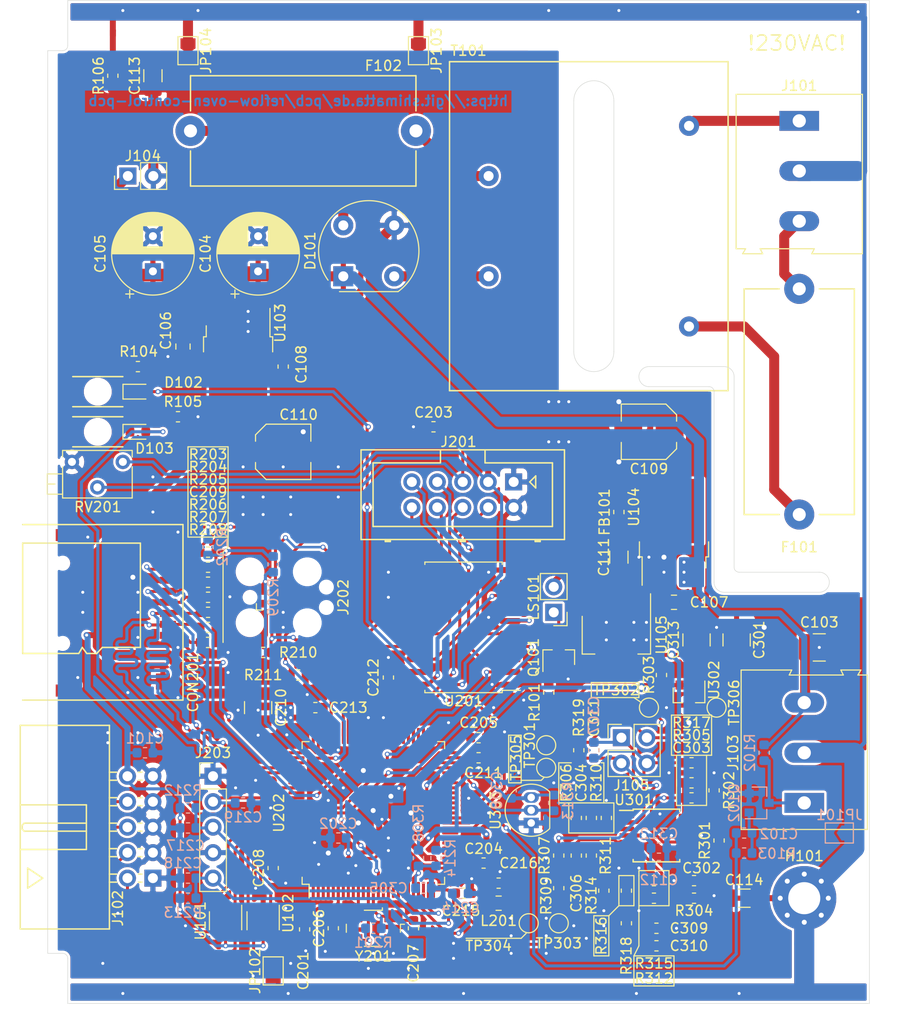
<source format=kicad_pcb>
(kicad_pcb (version 20171130) (host pcbnew 5.1.6)

  (general
    (thickness 1.6)
    (drawings 100)
    (tracks 1761)
    (zones 0)
    (modules 131)
    (nets 138)
  )

  (page A4)
  (layers
    (0 F.Cu signal)
    (31 B.Cu signal)
    (32 B.Adhes user)
    (33 F.Adhes user)
    (34 B.Paste user)
    (35 F.Paste user)
    (36 B.SilkS user)
    (37 F.SilkS user)
    (38 B.Mask user)
    (39 F.Mask user)
    (40 Dwgs.User user)
    (41 Cmts.User user)
    (42 Eco1.User user)
    (43 Eco2.User user)
    (44 Edge.Cuts user)
    (45 Margin user)
    (46 B.CrtYd user)
    (47 F.CrtYd user)
    (48 B.Fab user)
    (49 F.Fab user)
  )

  (setup
    (last_trace_width 0.25)
    (user_trace_width 0.3)
    (user_trace_width 0.4)
    (user_trace_width 0.6)
    (user_trace_width 1)
    (user_trace_width 2)
    (trace_clearance 0.2)
    (zone_clearance 0.25)
    (zone_45_only no)
    (trace_min 0.21)
    (via_size 0.5)
    (via_drill 0.3)
    (via_min_size 0.4)
    (via_min_drill 0.3)
    (user_via 0.9 0.5)
    (uvia_size 0.3)
    (uvia_drill 0.1)
    (uvias_allowed no)
    (uvia_min_size 0.2)
    (uvia_min_drill 0.1)
    (edge_width 0.05)
    (segment_width 0.2)
    (pcb_text_width 0.3)
    (pcb_text_size 1.5 1.5)
    (mod_edge_width 0.12)
    (mod_text_size 1 1)
    (mod_text_width 0.15)
    (pad_size 1.5 1.5)
    (pad_drill 0)
    (pad_to_mask_clearance 0.051)
    (solder_mask_min_width 0.25)
    (aux_axis_origin 13 13)
    (grid_origin 13 13)
    (visible_elements FFFFFF7F)
    (pcbplotparams
      (layerselection 0x010fc_ffffffff)
      (usegerberextensions true)
      (usegerberattributes false)
      (usegerberadvancedattributes false)
      (creategerberjobfile true)
      (excludeedgelayer true)
      (linewidth 0.100000)
      (plotframeref false)
      (viasonmask false)
      (mode 1)
      (useauxorigin false)
      (hpglpennumber 1)
      (hpglpenspeed 20)
      (hpglpendiameter 15.000000)
      (psnegative false)
      (psa4output false)
      (plotreference true)
      (plotvalue true)
      (plotinvisibletext false)
      (padsonsilk false)
      (subtractmaskfromsilk false)
      (outputformat 1)
      (mirror false)
      (drillshape 0)
      (scaleselection 1)
      (outputdirectory "gerber/"))
  )

  (net 0 "")
  (net 1 Earth)
  (net 2 GND)
  (net 3 +8V)
  (net 4 +3V3)
  (net 5 +5V)
  (net 6 /Controller/ENC1)
  (net 7 /Controller/ENC2)
  (net 8 /Controller/VREF)
  (net 9 /Controller/SW1)
  (net 10 /Frontend/FORCE+)
  (net 11 /Frontend/FORCE-)
  (net 12 /Frontend/SENS+)
  (net 13 /Frontend/SENS-)
  (net 14 /Controller/SDIO_D1)
  (net 15 /Controller/SDIO_D0)
  (net 16 /Controller/SDIO_CLK)
  (net 17 /Controller/SDIO_CMD)
  (net 18 /Controller/SDIO_D3)
  (net 19 /Controller/SDIO_D2)
  (net 20 "Net-(D102-Pad1)")
  (net 21 /Controller/TEMP_IN)
  (net 22 /L_Trafo)
  (net 23 /L_IN)
  (net 24 /N_IN)
  (net 25 /DIGIO3)
  (net 26 /DIGIO2)
  (net 27 /DIGIO1)
  (net 28 /DIGIO0)
  (net 29 /Controller/SWDIO)
  (net 30 /Controller/SWCLK)
  (net 31 /Controller/PC_RX)
  (net 32 /Controller/PC_TX)
  (net 33 /Controller/~RST)
  (net 34 "Net-(LS101-Pad1)")
  (net 35 /Controller/LCD_VO)
  (net 36 /Controller/LCD_RS)
  (net 37 /Controller/LCD_EN)
  (net 38 /Controller/LCD_D3)
  (net 39 /Controller/LCD_D0)
  (net 40 /Controller/LCD_D2)
  (net 41 /Controller/LCD_D1)
  (net 42 /Controller/FRONTEND_TEMP)
  (net 43 /OUT0)
  (net 44 /OUT3)
  (net 45 /OUT2)
  (net 46 /OUT1)
  (net 47 /Controller/VDDA)
  (net 48 +5VL)
  (net 49 /Controller/CARD_DETECT)
  (net 50 "Net-(C102-Pad2)")
  (net 51 "Net-(C306-Pad1)")
  (net 52 "Net-(D101-Pad4)")
  (net 53 "Net-(D101-Pad2)")
  (net 54 "Net-(D103-Pad1)")
  (net 55 "Net-(F102-Pad2)")
  (net 56 "Net-(J103-Pad1)")
  (net 57 "Net-(Q101-Pad1)")
  (net 58 +3.3VA)
  (net 59 /Controller/NSS)
  (net 60 /Controller/SCK)
  (net 61 /Controller/MISO)
  (net 62 "Net-(C206-Pad1)")
  (net 63 "Net-(C207-Pad1)")
  (net 64 "Net-(C211-Pad1)")
  (net 65 "Net-(C213-Pad1)")
  (net 66 "Net-(C304-Pad1)")
  (net 67 "Net-(J202-Pad5)")
  (net 68 "Net-(J202-Pad6)")
  (net 69 "Net-(J202-Pad8)")
  (net 70 "Net-(R311-Pad1)")
  (net 71 "Net-(R314-Pad2)")
  (net 72 "Net-(U201-Pad2)")
  (net 73 "Net-(U201-Pad4)")
  (net 74 "Net-(U201-Pad6)")
  (net 75 "Net-(U201-Pad7)")
  (net 76 "Net-(U201-Pad8)")
  (net 77 "Net-(U201-Pad9)")
  (net 78 "Net-(U201-Pad15)")
  (net 79 "Net-(U201-Pad17)")
  (net 80 "Net-(U202-Pad2)")
  (net 81 "Net-(U202-Pad3)")
  (net 82 "Net-(U202-Pad4)")
  (net 83 "Net-(U202-Pad5)")
  (net 84 "Net-(U202-Pad7)")
  (net 85 "Net-(U202-Pad8)")
  (net 86 "Net-(U202-Pad9)")
  (net 87 "Net-(U202-Pad15)")
  (net 88 "Net-(U202-Pad16)")
  (net 89 "Net-(U202-Pad17)")
  (net 90 "Net-(U202-Pad18)")
  (net 91 "Net-(U202-Pad26)")
  (net 92 "Net-(U202-Pad29)")
  (net 93 "Net-(U202-Pad32)")
  (net 94 "Net-(U202-Pad33)")
  (net 95 "Net-(U202-Pad34)")
  (net 96 "Net-(U202-Pad38)")
  (net 97 "Net-(U202-Pad39)")
  (net 98 "Net-(U202-Pad40)")
  (net 99 "Net-(U202-Pad41)")
  (net 100 "Net-(U202-Pad42)")
  (net 101 "Net-(U202-Pad43)")
  (net 102 "Net-(U202-Pad44)")
  (net 103 "Net-(U202-Pad45)")
  (net 104 "Net-(U202-Pad46)")
  (net 105 "Net-(U202-Pad51)")
  (net 106 "Net-(U202-Pad52)")
  (net 107 "Net-(U202-Pad53)")
  (net 108 "Net-(U202-Pad54)")
  (net 109 "Net-(U202-Pad59)")
  (net 110 "Net-(U202-Pad60)")
  (net 111 "Net-(U202-Pad61)")
  (net 112 "Net-(U202-Pad62)")
  (net 113 "Net-(U202-Pad63)")
  (net 114 "Net-(U202-Pad64)")
  (net 115 "Net-(U202-Pad70)")
  (net 116 "Net-(U202-Pad71)")
  (net 117 "Net-(U202-Pad77)")
  (net 118 "Net-(U202-Pad81)")
  (net 119 "Net-(U202-Pad82)")
  (net 120 "Net-(U202-Pad84)")
  (net 121 "Net-(U202-Pad86)")
  (net 122 "Net-(U202-Pad95)")
  (net 123 "Net-(U202-Pad96)")
  (net 124 "Net-(U202-Pad97)")
  (net 125 "Net-(U202-Pad98)")
  (net 126 /Frontend/VREF_OP)
  (net 127 /DIGIO0_PROT)
  (net 128 /DIGIO1_PROT)
  (net 129 /DIGIO2_PROT)
  (net 130 /DIGIO3_PROT)
  (net 131 "Net-(C302-Pad2)")
  (net 132 "Net-(C302-Pad1)")
  (net 133 "Net-(C303-Pad2)")
  (net 134 "Net-(C303-Pad1)")
  (net 135 "Net-(C306-Pad2)")
  (net 136 "Net-(C309-Pad1)")
  (net 137 "Net-(R314-Pad1)")

  (net_class Default "This is the default net class."
    (clearance 0.2)
    (trace_width 0.25)
    (via_dia 0.5)
    (via_drill 0.3)
    (uvia_dia 0.3)
    (uvia_drill 0.1)
    (diff_pair_width 0.21)
    (diff_pair_gap 0.25)
    (add_net +3.3VA)
    (add_net +3V3)
    (add_net +5V)
    (add_net +5VL)
    (add_net +8V)
    (add_net /Controller/CARD_DETECT)
    (add_net /Controller/ENC1)
    (add_net /Controller/ENC2)
    (add_net /Controller/FRONTEND_TEMP)
    (add_net /Controller/LCD_D0)
    (add_net /Controller/LCD_D1)
    (add_net /Controller/LCD_D2)
    (add_net /Controller/LCD_D3)
    (add_net /Controller/LCD_EN)
    (add_net /Controller/LCD_RS)
    (add_net /Controller/LCD_VO)
    (add_net /Controller/MISO)
    (add_net /Controller/NSS)
    (add_net /Controller/PC_RX)
    (add_net /Controller/PC_TX)
    (add_net /Controller/SCK)
    (add_net /Controller/SDIO_CLK)
    (add_net /Controller/SDIO_CMD)
    (add_net /Controller/SDIO_D0)
    (add_net /Controller/SDIO_D1)
    (add_net /Controller/SDIO_D2)
    (add_net /Controller/SDIO_D3)
    (add_net /Controller/SW1)
    (add_net /Controller/SWCLK)
    (add_net /Controller/SWDIO)
    (add_net /Controller/TEMP_IN)
    (add_net /Controller/VDDA)
    (add_net /Controller/VREF)
    (add_net /Controller/~RST)
    (add_net /DIGIO0)
    (add_net /DIGIO0_PROT)
    (add_net /DIGIO1)
    (add_net /DIGIO1_PROT)
    (add_net /DIGIO2)
    (add_net /DIGIO2_PROT)
    (add_net /DIGIO3)
    (add_net /DIGIO3_PROT)
    (add_net /Frontend/FORCE+)
    (add_net /Frontend/FORCE-)
    (add_net /Frontend/SENS+)
    (add_net /Frontend/SENS-)
    (add_net /Frontend/VREF_OP)
    (add_net /OUT0)
    (add_net /OUT1)
    (add_net /OUT2)
    (add_net /OUT3)
    (add_net Earth)
    (add_net GND)
    (add_net "Net-(C102-Pad2)")
    (add_net "Net-(C206-Pad1)")
    (add_net "Net-(C207-Pad1)")
    (add_net "Net-(C211-Pad1)")
    (add_net "Net-(C213-Pad1)")
    (add_net "Net-(C302-Pad1)")
    (add_net "Net-(C302-Pad2)")
    (add_net "Net-(C303-Pad1)")
    (add_net "Net-(C303-Pad2)")
    (add_net "Net-(C304-Pad1)")
    (add_net "Net-(C306-Pad1)")
    (add_net "Net-(C306-Pad2)")
    (add_net "Net-(C309-Pad1)")
    (add_net "Net-(D101-Pad2)")
    (add_net "Net-(D101-Pad4)")
    (add_net "Net-(D102-Pad1)")
    (add_net "Net-(D103-Pad1)")
    (add_net "Net-(F102-Pad2)")
    (add_net "Net-(J103-Pad1)")
    (add_net "Net-(J202-Pad5)")
    (add_net "Net-(J202-Pad6)")
    (add_net "Net-(J202-Pad8)")
    (add_net "Net-(LS101-Pad1)")
    (add_net "Net-(Q101-Pad1)")
    (add_net "Net-(R311-Pad1)")
    (add_net "Net-(R314-Pad1)")
    (add_net "Net-(R314-Pad2)")
    (add_net "Net-(U201-Pad15)")
    (add_net "Net-(U201-Pad17)")
    (add_net "Net-(U201-Pad2)")
    (add_net "Net-(U201-Pad4)")
    (add_net "Net-(U201-Pad6)")
    (add_net "Net-(U201-Pad7)")
    (add_net "Net-(U201-Pad8)")
    (add_net "Net-(U201-Pad9)")
    (add_net "Net-(U202-Pad15)")
    (add_net "Net-(U202-Pad16)")
    (add_net "Net-(U202-Pad17)")
    (add_net "Net-(U202-Pad18)")
    (add_net "Net-(U202-Pad2)")
    (add_net "Net-(U202-Pad26)")
    (add_net "Net-(U202-Pad29)")
    (add_net "Net-(U202-Pad3)")
    (add_net "Net-(U202-Pad32)")
    (add_net "Net-(U202-Pad33)")
    (add_net "Net-(U202-Pad34)")
    (add_net "Net-(U202-Pad38)")
    (add_net "Net-(U202-Pad39)")
    (add_net "Net-(U202-Pad4)")
    (add_net "Net-(U202-Pad40)")
    (add_net "Net-(U202-Pad41)")
    (add_net "Net-(U202-Pad42)")
    (add_net "Net-(U202-Pad43)")
    (add_net "Net-(U202-Pad44)")
    (add_net "Net-(U202-Pad45)")
    (add_net "Net-(U202-Pad46)")
    (add_net "Net-(U202-Pad5)")
    (add_net "Net-(U202-Pad51)")
    (add_net "Net-(U202-Pad52)")
    (add_net "Net-(U202-Pad53)")
    (add_net "Net-(U202-Pad54)")
    (add_net "Net-(U202-Pad59)")
    (add_net "Net-(U202-Pad60)")
    (add_net "Net-(U202-Pad61)")
    (add_net "Net-(U202-Pad62)")
    (add_net "Net-(U202-Pad63)")
    (add_net "Net-(U202-Pad64)")
    (add_net "Net-(U202-Pad7)")
    (add_net "Net-(U202-Pad70)")
    (add_net "Net-(U202-Pad71)")
    (add_net "Net-(U202-Pad77)")
    (add_net "Net-(U202-Pad8)")
    (add_net "Net-(U202-Pad81)")
    (add_net "Net-(U202-Pad82)")
    (add_net "Net-(U202-Pad84)")
    (add_net "Net-(U202-Pad86)")
    (add_net "Net-(U202-Pad9)")
    (add_net "Net-(U202-Pad95)")
    (add_net "Net-(U202-Pad96)")
    (add_net "Net-(U202-Pad97)")
    (add_net "Net-(U202-Pad98)")
  )

  (net_class HV ""
    (clearance 2.55)
    (trace_width 1)
    (via_dia 0.5)
    (via_drill 0.3)
    (uvia_dia 0.3)
    (uvia_drill 0.1)
    (diff_pair_width 0.21)
    (diff_pair_gap 0.25)
    (add_net /L_IN)
    (add_net /L_Trafo)
    (add_net /N_IN)
  )

  (module TestPoint:TestPoint_Pad_D1.5mm (layer F.Cu) (tedit 5E4C3C37) (tstamp 5E4CFE9F)
    (at 82.75 83.5)
    (descr "SMD pad as test Point, diameter 1.5mm")
    (tags "test point SMD pad")
    (path /5D8C5188/5E5AA625)
    (attr virtual)
    (fp_text reference TP306 (at 1.75 -0.5 90) (layer F.SilkS)
      (effects (font (size 1 1) (thickness 0.15)))
    )
    (fp_text value GND (at 0 1.75) (layer F.Fab)
      (effects (font (size 1 1) (thickness 0.15)))
    )
    (fp_circle (center 0 0) (end 1.25 0) (layer F.CrtYd) (width 0.05))
    (fp_circle (center 0 0) (end 0 0.95) (layer F.SilkS) (width 0.12))
    (fp_text user %R (at 1.25 2.25) (layer F.Fab)
      (effects (font (size 1 1) (thickness 0.15)))
    )
    (pad 1 smd circle (at 0 0) (size 1.5 1.5) (layers F.Cu F.Mask)
      (net 2 GND) (zone_connect 2))
  )

  (module TestPoint:TestPoint_Pad_D1.5mm (layer F.Cu) (tedit 5E4C3C60) (tstamp 5E4CFE97)
    (at 65.75 89.5)
    (descr "SMD pad as test Point, diameter 1.5mm")
    (tags "test point SMD pad")
    (path /5D8C5188/5E59C2BA)
    (attr virtual)
    (fp_text reference TP305 (at -3 -1 90) (layer F.SilkS)
      (effects (font (size 1 1) (thickness 0.15)))
    )
    (fp_text value GND (at 0 1.75) (layer F.Fab)
      (effects (font (size 1 1) (thickness 0.15)))
    )
    (fp_circle (center 0 0) (end 1.25 0) (layer F.CrtYd) (width 0.05))
    (fp_circle (center 0 0) (end 0 0.95) (layer F.SilkS) (width 0.12))
    (fp_text user %R (at 0 -1.65) (layer F.Fab)
      (effects (font (size 1 1) (thickness 0.15)))
    )
    (pad 1 smd circle (at 0 0) (size 1.5 1.5) (layers F.Cu F.Mask)
      (net 2 GND) (zone_connect 2))
  )

  (module TestPoint:TestPoint_Pad_D1.5mm (layer F.Cu) (tedit 5E4C3C13) (tstamp 5E4CFE8F)
    (at 64 105)
    (descr "SMD pad as test Point, diameter 1.5mm")
    (tags "test point SMD pad")
    (path /5D8C5188/5E5831F5)
    (attr virtual)
    (fp_text reference TP304 (at -4 2.25) (layer F.SilkS)
      (effects (font (size 1 1) (thickness 0.15)))
    )
    (fp_text value GND (at 0 1.75) (layer F.Fab)
      (effects (font (size 1 1) (thickness 0.15)))
    )
    (fp_circle (center 0 0) (end 1.25 0) (layer F.CrtYd) (width 0.05))
    (fp_circle (center 0 0) (end 0 0.95) (layer F.SilkS) (width 0.12))
    (fp_text user %R (at 0 -1.65) (layer F.Fab)
      (effects (font (size 1 1) (thickness 0.15)))
    )
    (pad 1 smd circle (at 0 0) (size 1.5 1.5) (layers F.Cu F.Mask)
      (net 2 GND) (zone_connect 2))
  )

  (module shimatta_artwork:shimatta_kanji_20mm_solder_mask (layer B.Cu) (tedit 0) (tstamp 5E4C6208)
    (at 41.5 29.75 180)
    (fp_text reference G*** (at 0 0) (layer B.SilkS) hide
      (effects (font (size 1.524 1.524) (thickness 0.3)) (justify mirror))
    )
    (fp_text value LOGO (at 0.75 0) (layer B.SilkS) hide
      (effects (font (size 1.524 1.524) (thickness 0.3)) (justify mirror))
    )
    (fp_poly (pts (xy -3.948741 -2.077681) (xy -3.842571 -2.106575) (xy -3.745245 -2.159437) (xy -3.73239 -2.168381)
      (xy -3.676586 -2.208118) (xy -3.634238 -2.139597) (xy -3.599519 -2.096334) (xy -3.564972 -2.072617)
      (xy -3.556581 -2.071077) (xy -3.536411 -2.077165) (xy -3.521291 -2.098637) (xy -3.51037 -2.140308)
      (xy -3.502799 -2.206991) (xy -3.49773 -2.303499) (xy -3.494546 -2.422769) (xy -3.492947 -2.519225)
      (xy -3.493504 -2.583451) (xy -3.497349 -2.622281) (xy -3.505619 -2.642547) (xy -3.519446 -2.651084)
      (xy -3.532881 -2.653716) (xy -3.573956 -2.64517) (xy -3.587958 -2.624409) (xy -3.646019 -2.4834)
      (xy -3.713402 -2.367277) (xy -3.781292 -2.287532) (xy -3.873546 -2.221697) (xy -3.97294 -2.182951)
      (xy -4.073355 -2.169839) (xy -4.168668 -2.180907) (xy -4.252758 -2.214702) (xy -4.319504 -2.269769)
      (xy -4.362784 -2.344655) (xy -4.376615 -2.428933) (xy -4.365582 -2.497361) (xy -4.33035 -2.556287)
      (xy -4.267717 -2.607919) (xy -4.174483 -2.654462) (xy -4.047446 -2.698125) (xy -3.945975 -2.725816)
      (xy -3.85389 -2.75024) (xy -3.76859 -2.774776) (xy -3.701899 -2.795929) (xy -3.674447 -2.806076)
      (xy -3.567882 -2.870419) (xy -3.488399 -2.961286) (xy -3.438303 -3.074985) (xy -3.419896 -3.207823)
      (xy -3.41985 -3.214077) (xy -3.436648 -3.351761) (xy -3.486035 -3.470533) (xy -3.565609 -3.56705)
      (xy -3.67297 -3.637969) (xy -3.743839 -3.665108) (xy -3.837888 -3.683707) (xy -3.947419 -3.690817)
      (xy -4.056238 -3.686459) (xy -4.148147 -3.670652) (xy -4.167501 -3.664588) (xy -4.232348 -3.636065)
      (xy -4.30185 -3.59786) (xy -4.318672 -3.587181) (xy -4.39565 -3.53624) (xy -4.439863 -3.604494)
      (xy -4.48072 -3.653504) (xy -4.524176 -3.672151) (xy -4.537807 -3.672989) (xy -4.591538 -3.673231)
      (xy -4.591538 -3.048) (xy -4.544595 -3.048) (xy -4.518453 -3.052519) (xy -4.498508 -3.071374)
      (xy -4.479553 -3.112508) (xy -4.457089 -3.181544) (xy -4.400463 -3.312708) (xy -4.318273 -3.42679)
      (xy -4.217406 -3.515052) (xy -4.173966 -3.540862) (xy -4.086335 -3.57143) (xy -3.983094 -3.585212)
      (xy -3.878704 -3.58206) (xy -3.787626 -3.561828) (xy -3.751451 -3.545174) (xy -3.670291 -3.478418)
      (xy -3.61732 -3.394384) (xy -3.595281 -3.301169) (xy -3.606916 -3.206866) (xy -3.623386 -3.167162)
      (xy -3.647083 -3.129684) (xy -3.679122 -3.098577) (xy -3.725539 -3.070884) (xy -3.792369 -3.043648)
      (xy -3.885646 -3.013911) (xy -4.003738 -2.980792) (xy -4.141027 -2.941904) (xy -4.24642 -2.907553)
      (xy -4.326391 -2.874894) (xy -4.387417 -2.841084) (xy -4.435975 -2.803278) (xy -4.458411 -2.781135)
      (xy -4.517275 -2.699588) (xy -4.546855 -2.605673) (xy -4.552461 -2.526341) (xy -4.536364 -2.386709)
      (xy -4.489333 -2.270099) (xy -4.413262 -2.178332) (xy -4.310042 -2.11323) (xy -4.181568 -2.076613)
      (xy -4.077097 -2.068906) (xy -3.948741 -2.077681)) (layer B.Mask) (width 0.01))
    (fp_poly (pts (xy 1.281889 -2.625235) (xy 1.35408 -2.639007) (xy 1.418751 -2.666585) (xy 1.481804 -2.707759)
      (xy 1.490849 -2.715425) (xy 1.553308 -2.771207) (xy 1.563564 -3.129411) (xy 1.567715 -3.245141)
      (xy 1.572994 -3.348271) (xy 1.57893 -3.432072) (xy 1.585051 -3.489815) (xy 1.59052 -3.514271)
      (xy 1.621864 -3.532029) (xy 1.682841 -3.530784) (xy 1.732532 -3.52706) (xy 1.754343 -3.53598)
      (xy 1.758462 -3.554831) (xy 1.740226 -3.602654) (xy 1.689967 -3.640684) (xy 1.614362 -3.664558)
      (xy 1.584271 -3.668656) (xy 1.521456 -3.671511) (xy 1.480693 -3.661986) (xy 1.445805 -3.635793)
      (xy 1.440421 -3.630505) (xy 1.405182 -3.590236) (xy 1.384448 -3.557311) (xy 1.383959 -3.555952)
      (xy 1.369919 -3.545603) (xy 1.338585 -3.559455) (xy 1.298034 -3.588839) (xy 1.237128 -3.630119)
      (xy 1.174901 -3.662931) (xy 1.154739 -3.670815) (xy 1.067219 -3.688301) (xy 0.969072 -3.690589)
      (xy 0.877577 -3.678236) (xy 0.82469 -3.660184) (xy 0.744988 -3.605701) (xy 0.69927 -3.534893)
      (xy 0.683885 -3.441954) (xy 0.683846 -3.43619) (xy 0.686252 -3.401029) (xy 0.911215 -3.401029)
      (xy 0.915671 -3.46142) (xy 0.938699 -3.50419) (xy 0.96608 -3.530724) (xy 1.014251 -3.563687)
      (xy 1.064001 -3.572515) (xy 1.100877 -3.569299) (xy 1.16548 -3.552873) (xy 1.221927 -3.526276)
      (xy 1.228025 -3.522031) (xy 1.291206 -3.464621) (xy 1.331243 -3.399056) (xy 1.354073 -3.313462)
      (xy 1.361257 -3.255587) (xy 1.367045 -3.18541) (xy 1.366887 -3.146315) (xy 1.359234 -3.130556)
      (xy 1.342538 -3.130386) (xy 1.336539 -3.131936) (xy 1.296977 -3.141887) (xy 1.235589 -3.156274)
      (xy 1.191846 -3.166146) (xy 1.073844 -3.199818) (xy 0.990757 -3.242205) (xy 0.938825 -3.296458)
      (xy 0.914285 -3.365723) (xy 0.911215 -3.401029) (xy 0.686252 -3.401029) (xy 0.688232 -3.372117)
      (xy 0.706532 -3.323776) (xy 0.746465 -3.27193) (xy 0.752394 -3.265315) (xy 0.812501 -3.210537)
      (xy 0.889162 -3.163405) (xy 0.987601 -3.121827) (xy 1.113046 -3.083712) (xy 1.270722 -3.046968)
      (xy 1.326119 -3.035696) (xy 1.352917 -3.027456) (xy 1.364665 -3.00962) (xy 1.364603 -2.971489)
      (xy 1.35919 -2.926418) (xy 1.348005 -2.861639) (xy 1.334451 -2.809178) (xy 1.327644 -2.792185)
      (xy 1.289845 -2.757473) (xy 1.22536 -2.73215) (xy 1.146124 -2.719638) (xy 1.080054 -2.721162)
      (xy 1.001244 -2.738478) (xy 0.956495 -2.767989) (xy 0.947455 -2.80826) (xy 0.955478 -2.829513)
      (xy 0.975273 -2.895593) (xy 0.966716 -2.954334) (xy 0.936558 -2.99953) (xy 0.891551 -3.024976)
      (xy 0.838446 -3.024465) (xy 0.783995 -2.991793) (xy 0.781539 -2.989384) (xy 0.746802 -2.930557)
      (xy 0.744258 -2.86267) (xy 0.770445 -2.792651) (xy 0.821898 -2.727426) (xy 0.895153 -2.673923)
      (xy 0.951683 -2.649098) (xy 1.050558 -2.627276) (xy 1.167021 -2.619162) (xy 1.281889 -2.625235)) (layer B.Mask) (width 0.01))
    (fp_poly (pts (xy 2.134779 -2.216303) (xy 2.147307 -2.228949) (xy 2.155214 -2.256355) (xy 2.159977 -2.305421)
      (xy 2.163072 -2.383045) (xy 2.164525 -2.437423) (xy 2.170049 -2.657231) (xy 2.327076 -2.657231)
      (xy 2.404733 -2.6578) (xy 2.450924 -2.660989) (xy 2.47326 -2.669015) (xy 2.47935 -2.684097)
      (xy 2.477859 -2.701192) (xy 2.471647 -2.723494) (xy 2.455225 -2.737184) (xy 2.420203 -2.744904)
      (xy 2.358189 -2.749299) (xy 2.320193 -2.75086) (xy 2.16877 -2.756567) (xy 2.16877 -3.112859)
      (xy 2.169342 -3.245244) (xy 2.171343 -3.344145) (xy 2.175197 -3.415141) (xy 2.181328 -3.46381)
      (xy 2.19016 -3.495732) (xy 2.199185 -3.512575) (xy 2.243766 -3.548597) (xy 2.297876 -3.553845)
      (xy 2.352703 -3.532052) (xy 2.399437 -3.486951) (xy 2.429266 -3.422273) (xy 2.43109 -3.414346)
      (xy 2.443721 -3.353742) (xy 2.452449 -3.311769) (xy 2.471087 -3.273712) (xy 2.512304 -3.262927)
      (xy 2.513582 -3.262923) (xy 2.543027 -3.264893) (xy 2.556494 -3.277318) (xy 2.557615 -3.309964)
      (xy 2.551165 -3.363995) (xy 2.520761 -3.487567) (xy 2.465044 -3.582903) (xy 2.382053 -3.653097)
      (xy 2.36024 -3.665318) (xy 2.291732 -3.686001) (xy 2.208022 -3.691374) (xy 2.128819 -3.681235)
      (xy 2.092499 -3.668058) (xy 2.047491 -3.634999) (xy 2.004847 -3.589185) (xy 2.004576 -3.588822)
      (xy 1.990478 -3.567274) (xy 1.979874 -3.541935) (xy 1.97215 -3.506993) (xy 1.96669 -3.456633)
      (xy 1.962881 -3.385044) (xy 1.960108 -3.286412) (xy 1.957757 -3.154925) (xy 1.957592 -3.144322)
      (xy 1.951569 -2.754923) (xy 1.864785 -2.754923) (xy 1.810898 -2.752753) (xy 1.785539 -2.74247)
      (xy 1.778236 -2.718408) (xy 1.778 -2.707988) (xy 1.78917 -2.669501) (xy 1.828657 -2.643689)
      (xy 1.84066 -2.63921) (xy 1.916877 -2.59926) (xy 1.975812 -2.536169) (xy 2.020275 -2.445345)
      (xy 2.053082 -2.322197) (xy 2.060796 -2.279902) (xy 2.072651 -2.231189) (xy 2.090988 -2.211978)
      (xy 2.116152 -2.211517) (xy 2.134779 -2.216303)) (layer B.Mask) (width 0.01))
    (fp_poly (pts (xy 2.977889 -2.220577) (xy 2.989051 -2.233889) (xy 2.996212 -2.264192) (xy 3.000678 -2.318126)
      (xy 3.003756 -2.402331) (xy 3.004679 -2.437423) (xy 3.010203 -2.657231) (xy 3.165871 -2.657231)
      (xy 3.2432 -2.657756) (xy 3.289442 -2.661005) (xy 3.312586 -2.669483) (xy 3.320621 -2.685697)
      (xy 3.321539 -2.706077) (xy 3.319873 -2.730302) (xy 3.309561 -2.744808) (xy 3.282629 -2.752086)
      (xy 3.231105 -2.754626) (xy 3.165231 -2.754923) (xy 3.008923 -2.754923) (xy 3.008923 -3.116384)
      (xy 3.009198 -3.244484) (xy 3.0104 -3.339342) (xy 3.0131 -3.40679) (xy 3.017865 -3.452661)
      (xy 3.025266 -3.482788) (xy 3.035872 -3.503005) (xy 3.048 -3.516923) (xy 3.10635 -3.552186)
      (xy 3.168114 -3.552519) (xy 3.223333 -3.519711) (xy 3.251566 -3.480363) (xy 3.27189 -3.427198)
      (xy 3.288956 -3.360597) (xy 3.291638 -3.345961) (xy 3.303463 -3.293252) (xy 3.320872 -3.269071)
      (xy 3.351893 -3.262946) (xy 3.355285 -3.262923) (xy 3.38444 -3.265205) (xy 3.397578 -3.278679)
      (xy 3.398595 -3.313283) (xy 3.393567 -3.360604) (xy 3.365773 -3.486881) (xy 3.315386 -3.581707)
      (xy 3.241303 -3.646267) (xy 3.142419 -3.681748) (xy 3.088355 -3.688628) (xy 3.01614 -3.689982)
      (xy 2.964142 -3.679081) (xy 2.914397 -3.651992) (xy 2.911231 -3.64986) (xy 2.874127 -3.62076)
      (xy 2.845838 -3.586644) (xy 2.825182 -3.542043) (xy 2.810978 -3.481493) (xy 2.802044 -3.399525)
      (xy 2.797199 -3.290672) (xy 2.79526 -3.149469) (xy 2.795103 -3.112623) (xy 2.794 -2.75717)
      (xy 2.710962 -2.751162) (xy 2.655959 -2.743228) (xy 2.629795 -2.72651) (xy 2.623153 -2.706077)
      (xy 2.631409 -2.674445) (xy 2.668702 -2.64438) (xy 2.700291 -2.627923) (xy 2.771841 -2.584089)
      (xy 2.824234 -2.526111) (xy 2.863446 -2.445303) (xy 2.891324 -2.350359) (xy 2.91104 -2.278076)
      (xy 2.928744 -2.236994) (xy 2.948357 -2.219688) (xy 2.96142 -2.217615) (xy 2.977889 -2.220577)) (layer B.Mask) (width 0.01))
    (fp_poly (pts (xy 4.134035 -2.624029) (xy 4.182149 -2.635312) (xy 4.230186 -2.656367) (xy 4.238703 -2.660758)
      (xy 4.295999 -2.692909) (xy 4.338535 -2.725226) (xy 4.368629 -2.76404) (xy 4.388598 -2.815684)
      (xy 4.400759 -2.886491) (xy 4.407429 -2.982792) (xy 4.410925 -3.11092) (xy 4.411305 -3.13242)
      (xy 4.413773 -3.268998) (xy 4.416709 -3.371269) (xy 4.421345 -3.443996) (xy 4.428912 -3.491941)
      (xy 4.440642 -3.519868) (xy 4.457766 -3.532538) (xy 4.481517 -3.534714) (xy 4.513124 -3.531159)
      (xy 4.514366 -3.530992) (xy 4.574801 -3.528252) (xy 4.602733 -3.542499) (xy 4.601888 -3.576081)
      (xy 4.599004 -3.584267) (xy 4.565512 -3.623526) (xy 4.505057 -3.654325) (xy 4.429621 -3.671409)
      (xy 4.396191 -3.673231) (xy 4.330445 -3.665009) (xy 4.281674 -3.635069) (xy 4.268221 -3.621531)
      (xy 4.236391 -3.582692) (xy 4.220665 -3.554692) (xy 4.220308 -3.552152) (xy 4.206786 -3.551941)
      (xy 4.172559 -3.571718) (xy 4.151963 -3.586602) (xy 4.037525 -3.652649) (xy 3.913524 -3.687153)
      (xy 3.788526 -3.689048) (xy 3.6711 -3.657264) (xy 3.653241 -3.648807) (xy 3.575561 -3.590347)
      (xy 3.530853 -3.512415) (xy 3.52127 -3.419334) (xy 3.525138 -3.391337) (xy 3.525834 -3.389277)
      (xy 3.751385 -3.389277) (xy 3.765893 -3.476624) (xy 3.806381 -3.537453) (xy 3.868297 -3.569636)
      (xy 3.947088 -3.571042) (xy 4.038201 -3.539541) (xy 4.054231 -3.530961) (xy 4.131154 -3.469167)
      (xy 4.179087 -3.385009) (xy 4.199659 -3.275234) (xy 4.200739 -3.238127) (xy 4.20077 -3.125409)
      (xy 4.147039 -3.137413) (xy 4.005283 -3.173125) (xy 3.898886 -3.210039) (xy 3.824142 -3.250513)
      (xy 3.777351 -3.296903) (xy 3.75481 -3.351567) (xy 3.751385 -3.389277) (xy 3.525834 -3.389277)
      (xy 3.550482 -3.316353) (xy 3.598369 -3.251214) (xy 3.671884 -3.194174) (xy 3.77411 -3.143485)
      (xy 3.908131 -3.0974) (xy 4.077031 -3.054171) (xy 4.147039 -3.038956) (xy 4.182239 -3.02674)
      (xy 4.197497 -3.001436) (xy 4.20077 -2.951207) (xy 4.190307 -2.855209) (xy 4.157338 -2.787629)
      (xy 4.104887 -2.746089) (xy 4.026609 -2.722112) (xy 3.934077 -2.717321) (xy 3.847506 -2.732499)
      (xy 3.83837 -2.735741) (xy 3.801509 -2.756724) (xy 3.794777 -2.787791) (xy 3.798021 -2.804125)
      (xy 3.812669 -2.863271) (xy 3.821682 -2.899549) (xy 3.816621 -2.950785) (xy 3.783408 -2.996248)
      (xy 3.732546 -3.024438) (xy 3.703957 -3.028461) (xy 3.655872 -3.011601) (xy 3.611064 -2.969855)
      (xy 3.581322 -2.916476) (xy 3.575612 -2.884172) (xy 3.592791 -2.818384) (xy 3.638481 -2.750973)
      (xy 3.704233 -2.693009) (xy 3.735965 -2.674057) (xy 3.80207 -2.647582) (xy 3.883198 -2.631325)
      (xy 3.985846 -2.623066) (xy 4.072911 -2.620589) (xy 4.134035 -2.624029)) (layer B.Mask) (width 0.01))
    (fp_poly (pts (xy -2.91123 -2.430945) (xy -2.901461 -2.796672) (xy -2.842846 -2.734314) (xy -2.752705 -2.662809)
      (xy -2.653214 -2.624266) (xy -2.551077 -2.617008) (xy -2.453001 -2.63936) (xy -2.365692 -2.689645)
      (xy -2.295854 -2.76619) (xy -2.250195 -2.867316) (xy -2.246092 -2.883435) (xy -2.239748 -2.930158)
      (xy -2.234338 -3.006749) (xy -2.230311 -3.104) (xy -2.228116 -3.212704) (xy -2.22785 -3.257666)
      (xy -2.227868 -3.372491) (xy -2.22676 -3.454252) (xy -2.222159 -3.508944) (xy -2.211699 -3.542561)
      (xy -2.193012 -3.561095) (xy -2.163733 -3.570542) (xy -2.121493 -3.576895) (xy -2.100609 -3.579886)
      (xy -2.06566 -3.599604) (xy -2.055215 -3.619724) (xy -2.055683 -3.632977) (xy -2.066819 -3.642272)
      (xy -2.094286 -3.648299) (xy -2.143746 -3.651751) (xy -2.220862 -3.653318) (xy -2.331296 -3.653692)
      (xy -2.333413 -3.653692) (xy -2.444194 -3.653422) (xy -2.521787 -3.652075) (xy -2.57208 -3.648841)
      (xy -2.60096 -3.642913) (xy -2.614317 -3.633483) (xy -2.618036 -3.619742) (xy -2.618154 -3.614615)
      (xy -2.609948 -3.587056) (xy -2.578457 -3.576447) (xy -2.553677 -3.575538) (xy -2.5133 -3.573452)
      (xy -2.48406 -3.563589) (xy -2.464167 -3.540546) (xy -2.451834 -3.498918) (xy -2.445274 -3.433301)
      (xy -2.4427 -3.338291) (xy -2.442307 -3.238849) (xy -2.444045 -3.100024) (xy -2.45012 -2.994317)
      (xy -2.461822 -2.915887) (xy -2.480444 -2.858894) (xy -2.507278 -2.817497) (xy -2.542283 -2.786784)
      (xy -2.613761 -2.758645) (xy -2.692497 -2.763385) (xy -2.769991 -2.798125) (xy -2.837745 -2.859986)
      (xy -2.862384 -2.895227) (xy -2.87811 -2.926302) (xy -2.889459 -2.963869) (xy -2.897366 -3.015172)
      (xy -2.902763 -3.087453) (xy -2.906584 -3.187955) (xy -2.90819 -3.250861) (xy -2.910513 -3.370015)
      (xy -2.90986 -3.455655) (xy -2.904363 -3.513325) (xy -2.892152 -3.548574) (xy -2.871359 -3.566947)
      (xy -2.840114 -3.57399) (xy -2.798884 -3.575239) (xy -2.753791 -3.580646) (xy -2.736686 -3.600511)
      (xy -2.735384 -3.614615) (xy -2.737349 -3.629818) (xy -2.74717 -3.640467) (xy -2.770734 -3.647369)
      (xy -2.81393 -3.651332) (xy -2.882644 -3.653165) (xy -2.982766 -3.653676) (xy -3.020125 -3.653692)
      (xy -3.131152 -3.653332) (xy -3.208767 -3.65179) (xy -3.258634 -3.648375) (xy -3.286416 -3.642395)
      (xy -3.297774 -3.633159) (xy -3.298371 -3.619977) (xy -3.298323 -3.619724) (xy -3.275912 -3.589103)
      (xy -3.252929 -3.579886) (xy -3.200774 -3.570769) (xy -3.169862 -3.564573) (xy -3.125648 -3.555128)
      (xy -3.130786 -2.876603) (xy -3.135923 -2.198077) (xy -3.22873 -2.192122) (xy -3.2852 -2.186309)
      (xy -3.312659 -2.174677) (xy -3.321171 -2.151626) (xy -3.321538 -2.140481) (xy -3.318178 -2.112275)
      (xy -3.303776 -2.09318) (xy -3.271855 -2.081173) (xy -3.215934 -2.074236) (xy -3.129534 -2.070346)
      (xy -3.093615 -2.069396) (xy -2.921 -2.065219) (xy -2.91123 -2.430945)) (layer B.Mask) (width 0.01))
    (fp_poly (pts (xy -1.582615 -3.083342) (xy -1.58228 -3.233448) (xy -1.580547 -3.349095) (xy -1.576328 -3.434903)
      (xy -1.568531 -3.495488) (xy -1.556067 -3.535469) (xy -1.537846 -3.559462) (xy -1.512778 -3.572087)
      (xy -1.479772 -3.577961) (xy -1.465544 -3.579329) (xy -1.411112 -3.592934) (xy -1.390842 -3.6195)
      (xy -1.391255 -3.63262) (xy -1.401988 -3.641894) (xy -1.428615 -3.647979) (xy -1.476706 -3.651534)
      (xy -1.551833 -3.653217) (xy -1.659566 -3.653686) (xy -1.680307 -3.653692) (xy -1.793804 -3.653357)
      (xy -1.873798 -3.651914) (xy -1.92586 -3.648705) (xy -1.955563 -3.64307) (xy -1.968476 -3.634354)
      (xy -1.970172 -3.621896) (xy -1.969772 -3.6195) (xy -1.94684 -3.591502) (xy -1.89507 -3.579329)
      (xy -1.854041 -3.573348) (xy -1.823876 -3.56009) (xy -1.802917 -3.534231) (xy -1.789507 -3.490442)
      (xy -1.781989 -3.423396) (xy -1.778706 -3.327767) (xy -1.778 -3.203015) (xy -1.778767 -3.0925)
      (xy -1.780883 -2.991401) (xy -1.784064 -2.908196) (xy -1.788029 -2.851364) (xy -1.790211 -2.835519)
      (xy -1.800191 -2.798932) (xy -1.818621 -2.780954) (xy -1.85709 -2.775001) (xy -1.897673 -2.774461)
      (xy -1.954825 -2.772684) (xy -1.983001 -2.764085) (xy -1.992252 -2.743769) (xy -1.992923 -2.728057)
      (xy -1.985342 -2.69869) (xy -1.959152 -2.6783) (xy -1.909184 -2.665512) (xy -1.830268 -2.658951)
      (xy -1.726711 -2.657231) (xy -1.582615 -2.657231) (xy -1.582615 -3.083342)) (layer B.Mask) (width 0.01))
    (fp_poly (pts (xy 0.160595 -2.6382) (xy 0.251543 -2.690716) (xy 0.305155 -2.746376) (xy 0.361462 -2.82013)
      (xy 0.367629 -3.172955) (xy 0.370974 -3.300648) (xy 0.375998 -3.407347) (xy 0.382346 -3.488043)
      (xy 0.389663 -3.537727) (xy 0.394445 -3.550659) (xy 0.426962 -3.567806) (xy 0.477705 -3.575506)
      (xy 0.481085 -3.575538) (xy 0.527206 -3.580264) (xy 0.545304 -3.598525) (xy 0.547077 -3.614615)
      (xy 0.545112 -3.629818) (xy 0.535291 -3.640467) (xy 0.511727 -3.647369) (xy 0.468532 -3.651332)
      (xy 0.399817 -3.653165) (xy 0.299695 -3.653676) (xy 0.262337 -3.653692) (xy 0.15131 -3.653332)
      (xy 0.073694 -3.65179) (xy 0.023827 -3.648375) (xy -0.003954 -3.642395) (xy -0.015312 -3.633159)
      (xy -0.01591 -3.619977) (xy -0.015862 -3.619724) (xy 0.006549 -3.589103) (xy 0.029532 -3.579886)
      (xy 0.081349 -3.570807) (xy 0.113572 -3.564328) (xy 0.158759 -3.55464) (xy 0.152649 -3.205149)
      (xy 0.150261 -3.080141) (xy 0.147568 -2.98807) (xy 0.14375 -2.922802) (xy 0.137985 -2.8782)
      (xy 0.129454 -2.848129) (xy 0.117336 -2.826454) (xy 0.10081 -2.807038) (xy 0.099171 -2.80529)
      (xy 0.036578 -2.76357) (xy -0.03513 -2.754361) (xy -0.107809 -2.775113) (xy -0.173313 -2.82328)
      (xy -0.2235 -2.896312) (xy -0.228621 -2.907851) (xy -0.242194 -2.959545) (xy -0.253632 -3.038622)
      (xy -0.26248 -3.135114) (xy -0.268284 -3.239052) (xy -0.270591 -3.340469) (xy -0.268945 -3.429395)
      (xy -0.262895 -3.495863) (xy -0.256582 -3.521807) (xy -0.234312 -3.559407) (xy -0.198201 -3.573968)
      (xy -0.16656 -3.575538) (xy -0.119225 -3.579843) (xy -0.100025 -3.59668) (xy -0.097692 -3.614615)
      (xy -0.099721 -3.630078) (xy -0.109812 -3.640817) (xy -0.13397 -3.64769) (xy -0.178201 -3.651554)
      (xy -0.248509 -3.653267) (xy -0.350899 -3.653687) (xy -0.37123 -3.653692) (xy -0.479474 -3.653402)
      (xy -0.554647 -3.651961) (xy -0.602754 -3.648509) (xy -0.629802 -3.642191) (xy -0.641794 -3.632147)
      (xy -0.644737 -3.61752) (xy -0.644769 -3.614615) (xy -0.637027 -3.587576) (xy -0.60689 -3.57675)
      (xy -0.577072 -3.575538) (xy -0.518134 -3.565276) (xy -0.489149 -3.537746) (xy -0.480668 -3.501652)
      (xy -0.474584 -3.435556) (xy -0.470888 -3.348461) (xy -0.46957 -3.249366) (xy -0.470621 -3.147275)
      (xy -0.474029 -3.051188) (xy -0.479786 -2.970106) (xy -0.487881 -2.913031) (xy -0.489839 -2.905077)
      (xy -0.526769 -2.821499) (xy -0.581001 -2.770807) (xy -0.645739 -2.754923) (xy -0.735999 -2.772852)
      (xy -0.809609 -2.825537) (xy -0.857691 -2.897328) (xy -0.874128 -2.935653) (xy -0.885556 -2.976451)
      (xy -0.892851 -3.027644) (xy -0.896891 -3.097155) (xy -0.898551 -3.192908) (xy -0.898769 -3.268719)
      (xy -0.898957 -3.381092) (xy -0.897858 -3.460528) (xy -0.89298 -3.513147) (xy -0.881827 -3.545071)
      (xy -0.861906 -3.56242) (xy -0.830724 -3.571314) (xy -0.785786 -3.577876) (xy -0.771993 -3.579886)
      (xy -0.737045 -3.599604) (xy -0.726599 -3.619724) (xy -0.727068 -3.632977) (xy -0.738204 -3.642272)
      (xy -0.765671 -3.648299) (xy -0.815131 -3.651751) (xy -0.892246 -3.653318) (xy -1.002681 -3.653692)
      (xy -1.004798 -3.653692) (xy -1.115579 -3.653422) (xy -1.193172 -3.652075) (xy -1.243464 -3.648841)
      (xy -1.272345 -3.642913) (xy -1.285701 -3.633483) (xy -1.289421 -3.619742) (xy -1.289538 -3.614615)
      (xy -1.281558 -3.587305) (xy -1.250719 -3.576588) (xy -1.223546 -3.575538) (xy -1.171735 -3.568031)
      (xy -1.136293 -3.549836) (xy -1.135183 -3.548583) (xy -1.126419 -3.520919) (xy -1.120558 -3.461291)
      (xy -1.117515 -3.367712) (xy -1.117204 -3.238197) (xy -1.118137 -3.152929) (xy -1.123461 -2.784231)
      (xy -1.2065 -2.778222) (xy -1.259273 -2.771553) (xy -1.283456 -2.75743) (xy -1.289521 -2.729362)
      (xy -1.289538 -2.72677) (xy -1.283524 -2.697315) (xy -1.26157 -2.677357) (xy -1.217814 -2.665198)
      (xy -1.146392 -2.659141) (xy -1.050192 -2.657497) (xy -0.898769 -2.657231) (xy -0.898769 -2.796998)
      (xy -0.84595 -2.734227) (xy -0.763361 -2.663556) (xy -0.667196 -2.625176) (xy -0.56548 -2.618811)
      (xy -0.466237 -2.644187) (xy -0.377492 -2.701029) (xy -0.331335 -2.751852) (xy -0.288541 -2.809733)
      (xy -0.232075 -2.745421) (xy -0.144368 -2.670997) (xy -0.044757 -2.628328) (xy 0.059363 -2.6174)
      (xy 0.160595 -2.6382)) (layer B.Mask) (width 0.01))
    (fp_poly (pts (xy -1.604197 -2.140316) (xy -1.583691 -2.16207) (xy -1.554825 -2.222457) (xy -1.564969 -2.280657)
      (xy -1.606016 -2.329961) (xy -1.663091 -2.36061) (xy -1.720121 -2.352623) (xy -1.769119 -2.316196)
      (xy -1.807529 -2.267479) (xy -1.812513 -2.223649) (xy -1.784674 -2.172211) (xy -1.776582 -2.161635)
      (xy -1.722409 -2.118489) (xy -1.66201 -2.111389) (xy -1.604197 -2.140316)) (layer B.Mask) (width 0.01))
    (fp_poly (pts (xy -3.838788 3.688729) (xy -3.763989 3.677918) (xy -3.672419 3.662305) (xy -3.574363 3.643857)
      (xy -3.48011 3.624543) (xy -3.399947 3.60633) (xy -3.344161 3.591186) (xy -3.331315 3.58657)
      (xy -3.283233 3.56018) (xy -3.253133 3.532073) (xy -3.250693 3.527326) (xy -3.253676 3.486941)
      (xy -3.283652 3.446101) (xy -3.321955 3.42193) (xy -3.347355 3.402506) (xy -3.390898 3.360148)
      (xy -3.445625 3.301872) (xy -3.484542 3.258039) (xy -3.616047 3.106616) (xy -1.188916 3.106616)
      (xy -0.994443 3.287346) (xy -0.921758 3.354128) (xy -0.85857 3.410747) (xy -0.810709 3.452087)
      (xy -0.784001 3.473031) (xy -0.781309 3.474482) (xy -0.757945 3.465597) (xy -0.712937 3.435671)
      (xy -0.653194 3.390341) (xy -0.585627 3.335241) (xy -0.517146 3.276008) (xy -0.454661 3.218278)
      (xy -0.405081 3.167687) (xy -0.404892 3.167477) (xy -0.364427 3.117627) (xy -0.338018 3.075387)
      (xy -0.332154 3.05723) (xy -0.345696 3.029063) (xy -0.38818 3.008895) (xy -0.462393 2.996103)
      (xy -0.571123 2.990066) (xy -0.636272 2.989385) (xy -0.840154 2.989385) (xy -0.840154 2.637693)
      (xy -0.839955 2.512617) (xy -0.838973 2.421319) (xy -0.836633 2.358498) (xy -0.832357 2.318856)
      (xy -0.82557 2.297091) (xy -0.815693 2.287906) (xy -0.802152 2.286001) (xy -0.801892 2.286)
      (xy -0.773311 2.298192) (xy -0.722344 2.331537) (xy -0.655775 2.381192) (xy -0.580392 2.442311)
      (xy -0.566873 2.453762) (xy -0.370116 2.621524) (xy -0.20152 2.487954) (xy -0.101103 2.405863)
      (xy -0.030828 2.341836) (xy 0.011944 2.292668) (xy 0.029851 2.255153) (xy 0.025534 2.226085)
      (xy 0.020288 2.218518) (xy 0.006592 2.208305) (xy -0.018542 2.20062) (xy -0.060041 2.195127)
      (xy -0.122832 2.19149) (xy -0.211843 2.189373) (xy -0.332 2.18844) (xy -0.422469 2.188308)
      (xy -0.840154 2.188308) (xy -0.840154 1.593302) (xy -0.685062 1.747483) (xy -0.529971 1.901665)
      (xy -0.416892 1.825179) (xy -0.334867 1.765382) (xy -0.256268 1.70045) (xy -0.186709 1.635942)
      (xy -0.131801 1.577421) (xy -0.097158 1.530448) (xy -0.088391 1.500584) (xy -0.088624 1.499911)
      (xy -0.098691 1.482757) (xy -0.117225 1.469664) (xy -0.149019 1.460093) (xy -0.198863 1.453502)
      (xy -0.271551 1.449351) (xy -0.371876 1.4471) (xy -0.504628 1.446209) (xy -0.565638 1.446113)
      (xy -0.700559 1.445507) (xy -0.800136 1.443739) (xy -0.868095 1.440561) (xy -0.908159 1.435727)
      (xy -0.924051 1.428988) (xy -0.922215 1.4224) (xy -0.89994 1.378095) (xy -0.914959 1.330448)
      (xy -0.957384 1.289539) (xy -1.016 1.247801) (xy -1.016 0.840154) (xy -0.954763 0.840154)
      (xy -0.922588 0.845115) (xy -0.885404 0.862752) (xy -0.837186 0.897197) (xy -0.771906 0.952581)
      (xy -0.712938 1.005923) (xy -0.532349 1.171691) (xy -0.437136 1.100731) (xy -0.362212 1.041551)
      (xy -0.288135 0.97735) (xy -0.223006 0.915706) (xy -0.174925 0.864198) (xy -0.154843 0.836626)
      (xy -0.150378 0.797665) (xy -0.167511 0.773126) (xy -0.183248 0.762647) (xy -0.210018 0.754793)
      (xy -0.252898 0.749212) (xy -0.316961 0.745549) (xy -0.407281 0.743451) (xy -0.528932 0.742563)
      (xy -0.607088 0.742462) (xy -1.016 0.742462) (xy -1.016 0) (xy -0.777399 0)
      (xy -0.593867 0.168471) (xy -0.410335 0.336941) (xy -0.301582 0.271047) (xy -0.201402 0.206185)
      (xy -0.109722 0.139119) (xy -0.033314 0.075413) (xy 0.021051 0.020627) (xy 0.044043 -0.012866)
      (xy 0.055086 -0.042142) (xy 0.056136 -0.065393) (xy 0.043528 -0.083305) (xy 0.013598 -0.096568)
      (xy -0.037319 -0.10587) (xy -0.11289 -0.111899) (xy -0.216779 -0.115343) (xy -0.352651 -0.11689)
      (xy -0.511734 -0.117231) (xy -1.016 -0.117231) (xy -1.016 -0.933208) (xy -1.087506 -0.987749)
      (xy -1.185199 -1.046446) (xy -1.289837 -1.082616) (xy -1.390375 -1.093543) (xy -1.465384 -1.080594)
      (xy -1.489548 -1.069612) (xy -1.508164 -1.052924) (xy -1.52195 -1.025778) (xy -1.531624 -0.983425)
      (xy -1.537903 -0.921114) (xy -1.541504 -0.834094) (xy -1.543143 -0.717615) (xy -1.543538 -0.566926)
      (xy -1.543538 -0.117231) (xy -2.789505 -0.117231) (xy -2.82106 -0.069072) (xy -2.843686 -0.031355)
      (xy -2.852615 -0.010456) (xy -2.834363 -0.00634) (xy -2.784749 -0.002986) (xy -2.711487 -0.000754)
      (xy -2.627923 0) (xy -2.40323 0) (xy -2.40323 0.742462) (xy -1.914769 0.742462)
      (xy -1.914769 0) (xy -1.543538 0) (xy -1.543538 0.742462) (xy -1.914769 0.742462)
      (xy -2.40323 0.742462) (xy -2.40323 1.051715) (xy -2.139645 0.945934) (xy -2.033634 0.903981)
      (xy -1.954204 0.874855) (xy -1.891918 0.856232) (xy -1.837336 0.845789) (xy -1.781019 0.841205)
      (xy -1.713529 0.840155) (xy -1.709799 0.840154) (xy -1.543538 0.840154) (xy -1.543538 1.445846)
      (xy -3.269734 1.445846) (xy -3.22478 1.397994) (xy -3.193696 1.350921) (xy -3.198734 1.311521)
      (xy -3.241062 1.276826) (xy -3.279299 1.259217) (xy -3.347723 1.215489) (xy -3.4213 1.139132)
      (xy -3.495173 1.035289) (xy -3.50324 1.022193) (xy -3.50304 1.010874) (xy -3.482699 1.003292)
      (xy -3.43701 0.998804) (xy -3.360771 0.996771) (xy -3.294315 0.996462) (xy -3.069766 0.996462)
      (xy -2.950823 1.106582) (xy -2.895677 1.15606) (xy -2.852243 1.192072) (xy -2.827588 1.208869)
      (xy -2.824715 1.209159) (xy -2.775384 1.154537) (xy -2.715674 1.084446) (xy -2.65204 1.006947)
      (xy -2.590935 0.9301) (xy -2.538814 0.861967) (xy -2.50213 0.810608) (xy -2.490487 0.791713)
      (xy -2.452077 0.719495) (xy -2.542253 0.638171) (xy -2.598689 0.57774) (xy -2.65799 0.499338)
      (xy -2.704546 0.424704) (xy -2.842318 0.207282) (xy -3.014183 -0.00561) (xy -3.215158 -0.209415)
      (xy -3.44026 -0.399573) (xy -3.684505 -0.571526) (xy -3.942909 -0.720716) (xy -3.974162 -0.736637)
      (xy -4.088406 -0.791489) (xy -4.208145 -0.844587) (xy -4.327462 -0.893763) (xy -4.440437 -0.936849)
      (xy -4.541154 -0.971675) (xy -4.623693 -0.996074) (xy -4.682137 -1.007877) (xy -4.709202 -1.005963)
      (xy -4.726996 -0.984631) (xy -4.71758 -0.956615) (xy -4.678522 -0.919173) (xy -4.607392 -0.86956)
      (xy -4.56464 -0.842757) (xy -4.403132 -0.737602) (xy -4.233187 -0.616258) (xy -4.067544 -0.488347)
      (xy -3.91894 -0.36349) (xy -3.863308 -0.313004) (xy -3.787703 -0.240715) (xy -3.739805 -0.190202)
      (xy -3.71731 -0.15821) (xy -3.717915 -0.141484) (xy -3.738587 -0.136769) (xy -3.78107 -0.117287)
      (xy -3.820654 -0.058853) (xy -3.857328 0.038514) (xy -3.871525 0.089701) (xy -3.906815 0.207959)
      (xy -3.947742 0.313481) (xy -3.990003 0.395869) (xy -4.010335 0.425196) (xy -4.029312 0.433861)
      (xy -4.061027 0.420594) (xy -4.112434 0.382371) (xy -4.11651 0.379044) (xy -4.166128 0.339461)
      (xy -4.23756 0.283857) (xy -4.321297 0.219579) (xy -4.407831 0.15397) (xy -4.408814 0.15323)
      (xy -4.496386 0.088548) (xy -4.558755 0.045947) (xy -4.600856 0.02263) (xy -4.627622 0.015805)
      (xy -4.642198 0.021044) (xy -4.665668 0.047567) (xy -4.669692 0.058518) (xy -4.658211 0.07954)
      (xy -4.627685 0.122519) (xy -4.583988 0.179311) (xy -4.569226 0.197779) (xy -4.448299 0.358015)
      (xy -4.322846 0.542513) (xy -4.294865 0.58749) (xy -3.890508 0.58749) (xy -3.8356 0.575698)
      (xy -3.688792 0.528463) (xy -3.57184 0.456138) (xy -3.484484 0.358533) (xy -3.448301 0.292551)
      (xy -3.426045 0.245503) (xy -3.410989 0.217928) (xy -3.408245 0.214923) (xy -3.396203 0.230153)
      (xy -3.368988 0.270413) (xy -3.33208 0.327556) (xy -3.325327 0.338219) (xy -3.293209 0.392001)
      (xy -3.252585 0.464244) (xy -3.207346 0.547503) (xy -3.16138 0.634332) (xy -3.118577 0.717286)
      (xy -3.082827 0.788919) (xy -3.058019 0.841786) (xy -3.048042 0.86844) (xy -3.048 0.869107)
      (xy -3.066402 0.872598) (xy -3.117068 0.875439) (xy -3.193188 0.877413) (xy -3.287952 0.878303)
      (xy -3.336192 0.878288) (xy -3.624384 0.877345) (xy -3.757446 0.732417) (xy -3.890508 0.58749)
      (xy -4.294865 0.58749) (xy -4.200895 0.738532) (xy -4.090472 0.933328) (xy -4.023013 1.064846)
      (xy -3.97584 1.163558) (xy -3.934287 1.253751) (xy -3.901728 1.327848) (xy -3.881541 1.378276)
      (xy -3.877172 1.392116) (xy -3.864379 1.445846) (xy -4.158466 1.445846) (xy -4.271732 1.446123)
      (xy -4.352365 1.447527) (xy -4.406807 1.45092) (xy -4.4415 1.457166) (xy -4.462888 1.467125)
      (xy -4.477412 1.481661) (xy -4.482969 1.489271) (xy -4.505622 1.526694) (xy -4.513384 1.547886)
      (xy -4.494954 1.553092) (xy -4.444093 1.557529) (xy -4.367445 1.560864) (xy -4.271653 1.562764)
      (xy -4.210538 1.563077) (xy -3.907692 1.563077) (xy -3.907692 2.187546) (xy -3.968842 2.188308)
      (xy -3.399692 2.188308) (xy -3.399692 1.563077) (xy -3.048 1.563077) (xy -3.048 2.188308)
      (xy -2.559538 2.188308) (xy -2.559538 1.563077) (xy -2.207846 1.563077) (xy -2.207846 2.188308)
      (xy -1.699846 2.188308) (xy -1.699846 1.563077) (xy -1.348154 1.563077) (xy -1.348154 2.188308)
      (xy -1.699846 2.188308) (xy -2.207846 2.188308) (xy -2.559538 2.188308) (xy -3.048 2.188308)
      (xy -3.399692 2.188308) (xy -3.968842 2.188308) (xy -4.330287 2.192812) (xy -4.469152 2.194669)
      (xy -4.574135 2.196694) (xy -4.650431 2.199452) (xy -4.703234 2.203508) (xy -4.737736 2.209429)
      (xy -4.759132 2.217781) (xy -4.772614 2.229129) (xy -4.782055 2.242039) (xy -4.811228 2.286)
      (xy -3.907692 2.286) (xy -3.907692 2.836336) (xy -3.961423 2.79507) (xy -4.064957 2.719143)
      (xy -4.180423 2.640194) (xy -4.292172 2.568698) (xy -4.358004 2.529707) (xy -4.419838 2.496305)
      (xy -4.458074 2.481376) (xy -4.482205 2.482607) (xy -4.499373 2.495286) (xy -4.510649 2.512321)
      (xy -4.509243 2.534879) (xy -4.492101 2.569936) (xy -4.456172 2.624472) (xy -4.421402 2.673524)
      (xy -4.28025 2.887249) (xy -4.222753 2.989385) (xy -3.399692 2.989385) (xy -3.399692 2.286)
      (xy -3.048 2.286) (xy -3.048 2.989385) (xy -2.559538 2.989385) (xy -2.559538 2.286)
      (xy -2.207846 2.286) (xy -2.207846 2.989385) (xy -1.699846 2.989385) (xy -1.699846 2.286)
      (xy -1.348154 2.286) (xy -1.348154 2.989385) (xy -1.699846 2.989385) (xy -2.207846 2.989385)
      (xy -2.559538 2.989385) (xy -3.048 2.989385) (xy -3.399692 2.989385) (xy -4.222753 2.989385)
      (xy -4.152701 3.113822) (xy -4.044642 3.341792) (xy -3.961957 3.559708) (xy -3.955336 3.580423)
      (xy -3.929027 3.650578) (xy -3.904108 3.686149) (xy -3.886527 3.692769) (xy -3.838788 3.688729)) (layer B.Mask) (width 0.01))
    (fp_poly (pts (xy -8.900627 3.686148) (xy -8.842414 3.668288) (xy -8.764568 3.642197) (xy -8.675465 3.610881)
      (xy -8.583481 3.577349) (xy -8.496994 3.544605) (xy -8.42438 3.515659) (xy -8.374017 3.493516)
      (xy -8.369508 3.491277) (xy -8.277195 3.438216) (xy -8.22267 3.390903) (xy -8.205385 3.347504)
      (xy -8.224792 3.306186) (xy -8.280344 3.265118) (xy -8.298961 3.255113) (xy -8.337113 3.234353)
      (xy -8.366557 3.21267) (xy -8.391987 3.183218) (xy -8.418101 3.139156) (xy -8.449593 3.073639)
      (xy -8.491159 2.979825) (xy -8.496937 2.966591) (xy -8.548331 2.852563) (xy -8.610388 2.720528)
      (xy -8.675268 2.586898) (xy -8.734797 2.468728) (xy -8.867489 2.21184) (xy -8.771283 2.152035)
      (xy -8.705668 2.103264) (xy -8.677637 2.059887) (xy -8.68668 2.018576) (xy -8.732288 1.976008)
      (xy -8.743219 1.96868) (xy -8.811362 1.924539) (xy -8.811738 0.517769) (xy -8.812113 -0.889)
      (xy -8.875479 -0.932013) (xy -8.977934 -0.988548) (xy -9.088107 -1.027523) (xy -9.195323 -1.046531)
      (xy -9.288907 -1.043165) (xy -9.32473 -1.033329) (xy -9.378461 -1.012743) (xy -9.378461 1.510364)
      (xy -9.568961 1.326369) (xy -9.685083 1.216199) (xy -9.784302 1.126131) (xy -9.86423 1.058185)
      (xy -9.92248 1.014379) (xy -9.956663 0.99673) (xy -9.95935 0.996462) (xy -9.988083 1.009886)
      (xy -10.000622 1.022071) (xy -10.00528 1.043101) (xy -9.992716 1.079674) (xy -9.960495 1.137038)
      (xy -9.914008 1.208794) (xy -9.717402 1.5262) (xy -9.533424 1.87007) (xy -9.367953 2.228378)
      (xy -9.226866 2.589099) (xy -9.196588 2.676769) (xy -9.157165 2.800379) (xy -9.115688 2.941245)
      (xy -9.07447 3.09045) (xy -9.035823 3.239075) (xy -9.002058 3.3782) (xy -8.975488 3.498907)
      (xy -8.958423 3.592278) (xy -8.957301 3.599962) (xy -8.947157 3.653955) (xy -8.93604 3.687421)
      (xy -8.930828 3.692769) (xy -8.900627 3.686148)) (layer B.Mask) (width 0.01))
    (fp_poly (pts (xy 7.338145 3.474443) (xy 7.446892 3.440014) (xy 7.562991 3.388053) (xy 7.677402 3.323667)
      (xy 7.781082 3.251965) (xy 7.864989 3.178057) (xy 7.920082 3.10705) (xy 7.921507 3.104439)
      (xy 7.959244 3.03404) (xy 7.81893 2.730595) (xy 7.772867 2.630313) (xy 7.733158 2.542594)
      (xy 7.702487 2.473468) (xy 7.683536 2.428966) (xy 7.678616 2.415191) (xy 7.695962 2.405068)
      (xy 7.743645 2.406271) (xy 7.815129 2.417185) (xy 7.903879 2.436192) (xy 8.00336 2.461677)
      (xy 8.107037 2.492023) (xy 8.208376 2.525615) (xy 8.30084 2.560835) (xy 8.344716 2.579933)
      (xy 8.438434 2.621079) (xy 8.508671 2.645305) (xy 8.566225 2.654449) (xy 8.621897 2.650345)
      (xy 8.679355 2.636833) (xy 8.767704 2.597385) (xy 8.837863 2.537316) (xy 8.884673 2.464285)
      (xy 8.902974 2.385949) (xy 8.892236 2.320845) (xy 8.849581 2.26) (xy 8.770149 2.200807)
      (xy 8.656228 2.144019) (xy 8.510109 2.090391) (xy 8.334081 2.040674) (xy 8.130434 1.995624)
      (xy 7.901456 1.955991) (xy 7.699682 1.928463) (xy 7.496055 1.903717) (xy 7.064105 0.624589)
      (xy 6.991253 0.40925) (xy 6.921584 0.204081) (xy 6.856174 0.012201) (xy 6.796095 -0.163273)
      (xy 6.742424 -0.319225) (xy 6.696235 -0.452538) (xy 6.658603 -0.560093) (xy 6.630602 -0.638775)
      (xy 6.613307 -0.685467) (xy 6.608432 -0.696984) (xy 6.548196 -0.768353) (xy 6.468858 -0.809727)
      (xy 6.379028 -0.81866) (xy 6.287319 -0.792703) (xy 6.281659 -0.789834) (xy 6.183737 -0.719536)
      (xy 6.117645 -0.627018) (xy 6.082975 -0.511562) (xy 6.077082 -0.429846) (xy 6.088269 -0.329409)
      (xy 6.12395 -0.222844) (xy 6.186639 -0.104136) (xy 6.259078 0.005238) (xy 6.317058 0.092554)
      (xy 6.37418 0.190956) (xy 6.432946 0.305617) (xy 6.495859 0.44171) (xy 6.565422 0.604407)
      (xy 6.644137 0.798883) (xy 6.649058 0.811302) (xy 6.698576 0.937705) (xy 6.750645 1.072924)
      (xy 6.803388 1.211851) (xy 6.854927 1.349379) (xy 6.903383 1.480396) (xy 6.94688 1.599796)
      (xy 6.983539 1.702469) (xy 7.011482 1.783306) (xy 7.028831 1.837198) (xy 7.033846 1.858104)
      (xy 7.015345 1.865235) (xy 6.963909 1.870215) (xy 6.885638 1.872683) (xy 6.792451 1.87238)
      (xy 6.689343 1.871214) (xy 6.615634 1.872673) (xy 6.561671 1.878103) (xy 6.517798 1.888851)
      (xy 6.474359 1.906264) (xy 6.44321 1.921096) (xy 6.324196 1.997966) (xy 6.220716 2.100695)
      (xy 6.142416 2.218832) (xy 6.1184 2.273068) (xy 6.087796 2.371327) (xy 6.076374 2.446686)
      (xy 6.082596 2.496419) (xy 6.104926 2.5178) (xy 6.141826 2.508101) (xy 6.19176 2.464595)
      (xy 6.212598 2.440172) (xy 6.281896 2.36957) (xy 6.361104 2.322749) (xy 6.458762 2.296368)
      (xy 6.583409 2.287084) (xy 6.604 2.286959) (xy 6.716122 2.289109) (xy 6.828914 2.294912)
      (xy 6.935173 2.303596) (xy 7.027694 2.314386) (xy 7.099275 2.326512) (xy 7.142712 2.339199)
      (xy 7.151763 2.345725) (xy 7.1613 2.373411) (xy 7.176626 2.431585) (xy 7.196021 2.512388)
      (xy 7.217765 2.607958) (xy 7.240139 2.710436) (xy 7.261423 2.81196) (xy 7.279899 2.904671)
      (xy 7.293846 2.980708) (xy 7.301117 3.028483) (xy 7.305167 3.07497) (xy 7.300115 3.108973)
      (xy 7.280462 3.141407) (xy 7.240706 3.183187) (xy 7.206953 3.215357) (xy 7.150084 3.267171)
      (xy 7.09965 3.309796) (xy 7.066126 3.334399) (xy 7.06502 3.335032) (xy 7.038815 3.363839)
      (xy 7.044428 3.397789) (xy 7.075931 3.431923) (xy 7.127394 3.461282) (xy 7.192887 3.480906)
      (xy 7.245794 3.486229) (xy 7.338145 3.474443)) (layer B.Mask) (width 0.01))
    (fp_poly (pts (xy 7.808064 0.395873) (xy 7.820909 0.35155) (xy 7.81349 0.27581) (xy 7.803742 0.231615)
      (xy 7.785801 0.109096) (xy 7.79887 0.006839) (xy 7.843916 -0.079884) (xy 7.874635 -0.11486)
      (xy 7.967303 -0.181671) (xy 8.093926 -0.23155) (xy 8.253218 -0.264447) (xy 8.443892 -0.280312)
      (xy 8.664663 -0.279096) (xy 8.914245 -0.260749) (xy 9.19135 -0.225221) (xy 9.47304 -0.176639)
      (xy 9.611859 -0.155568) (xy 9.723564 -0.15229) (xy 9.816229 -0.167606) (xy 9.89793 -0.202316)
      (xy 9.929424 -0.22186) (xy 9.997696 -0.283212) (xy 10.032198 -0.356505) (xy 10.037036 -0.450516)
      (xy 10.036934 -0.451773) (xy 10.019551 -0.537125) (xy 9.981122 -0.60896) (xy 9.919239 -0.66821)
      (xy 9.831497 -0.71581) (xy 9.715488 -0.752696) (xy 9.568805 -0.779801) (xy 9.389042 -0.79806)
      (xy 9.173792 -0.808407) (xy 9.114693 -0.809856) (xy 8.994114 -0.811858) (xy 8.883467 -0.812804)
      (xy 8.790078 -0.812701) (xy 8.721276 -0.811557) (xy 8.684846 -0.809444) (xy 8.638883 -0.803365)
      (xy 8.56704 -0.794119) (xy 8.482217 -0.783361) (xy 8.450385 -0.779361) (xy 8.230894 -0.738915)
      (xy 8.04091 -0.676709) (xy 7.881353 -0.593495) (xy 7.753145 -0.490023) (xy 7.657211 -0.367045)
      (xy 7.59447 -0.225311) (xy 7.565847 -0.065574) (xy 7.565408 -0.058531) (xy 7.562448 0.025892)
      (xy 7.566924 0.087191) (xy 7.581292 0.141001) (xy 7.605759 0.198179) (xy 7.643881 0.268184)
      (xy 7.687847 0.332317) (xy 7.730734 0.381887) (xy 7.765619 0.408201) (xy 7.774706 0.410308)
      (xy 7.808064 0.395873)) (layer B.Mask) (width 0.01))
    (fp_poly (pts (xy -7.16573 3.644015) (xy -7.030481 3.628399) (xy -6.898306 3.608454) (xy -6.778602 3.585917)
      (xy -6.680766 3.562522) (xy -6.623226 3.543826) (xy -6.552282 3.503627) (xy -6.518969 3.457096)
      (xy -6.523039 3.407494) (xy -6.564241 3.35808) (xy -6.640956 3.312726) (xy -6.72123 3.276527)
      (xy -6.72123 1.953846) (xy -6.101652 1.953846) (xy -5.908326 2.177929) (xy -5.839612 2.256002)
      (xy -5.778657 2.322318) (xy -5.730438 2.371689) (xy -5.69993 2.398925) (xy -5.692898 2.402621)
      (xy -5.671923 2.389825) (xy -5.628642 2.354137) (xy -5.568405 2.300274) (xy -5.496558 2.232952)
      (xy -5.455081 2.19292) (xy -5.35528 2.092389) (xy -5.284164 2.012661) (xy -5.239564 1.950558)
      (xy -5.219311 1.902903) (xy -5.221236 1.866519) (xy -5.225852 1.857265) (xy -5.248293 1.85113)
      (xy -5.307629 1.846089) (xy -5.404272 1.842132) (xy -5.538636 1.839247) (xy -5.711135 1.837422)
      (xy -5.922182 1.836647) (xy -5.979922 1.836616) (xy -6.72123 1.836616) (xy -6.72123 -0.566615)
      (xy -6.259971 -0.566615) (xy -6.067574 -0.351692) (xy -5.999081 -0.276106) (xy -5.939554 -0.212155)
      (xy -5.893885 -0.164964) (xy -5.866969 -0.139654) (xy -5.862279 -0.136769) (xy -5.839937 -0.14918)
      (xy -5.795385 -0.182731) (xy -5.73498 -0.231894) (xy -5.665077 -0.291144) (xy -5.592032 -0.354955)
      (xy -5.522202 -0.417801) (xy -5.461942 -0.474155) (xy -5.417609 -0.518492) (xy -5.400017 -0.538674)
      (xy -5.367005 -0.588512) (xy -5.35926 -0.622387) (xy -5.366651 -0.641654) (xy -5.372793 -0.647595)
      (xy -5.384916 -0.652791) (xy -5.405554 -0.657303) (xy -5.437241 -0.661191) (xy -5.48251 -0.664515)
      (xy -5.543894 -0.667336) (xy -5.623926 -0.669713) (xy -5.725141 -0.671708) (xy -5.85007 -0.67338)
      (xy -6.001248 -0.67479) (xy -6.181207 -0.675998) (xy -6.392482 -0.677065) (xy -6.637605 -0.67805)
      (xy -6.919109 -0.679015) (xy -6.938394 -0.679077) (xy -7.220887 -0.67997) (xy -7.466876 -0.680669)
      (xy -7.678931 -0.681118) (xy -7.859624 -0.681261) (xy -8.011528 -0.681044) (xy -8.137214 -0.680411)
      (xy -8.239254 -0.679306) (xy -8.32022 -0.677674) (xy -8.382682 -0.67546) (xy -8.429214 -0.672608)
      (xy -8.462386 -0.669064) (xy -8.484771 -0.664771) (xy -8.49894 -0.659674) (xy -8.507465 -0.653718)
      (xy -8.512918 -0.646848) (xy -8.513997 -0.64515) (xy -8.533273 -0.606511) (xy -8.538307 -0.586419)
      (xy -8.518898 -0.580182) (xy -8.461154 -0.575092) (xy -8.365801 -0.571172) (xy -8.233566 -0.568445)
      (xy -8.065175 -0.566936) (xy -7.922846 -0.566615) (xy -7.307384 -0.566615) (xy -7.307384 1.836616)
      (xy -8.514275 1.836616) (xy -8.54583 1.884774) (xy -8.568455 1.922492) (xy -8.577384 1.94339)
      (xy -8.558611 1.94591) (xy -8.505349 1.948213) (xy -8.422187 1.950221) (xy -8.313714 1.951859)
      (xy -8.184518 1.953052) (xy -8.039187 1.953724) (xy -7.942384 1.953846) (xy -7.307384 1.953846)
      (xy -7.307384 3.657659) (xy -7.16573 3.644015)) (layer B.Mask) (width 0.01))
    (fp_poly (pts (xy 3.301209 1.629772) (xy 3.455957 1.617452) (xy 3.586106 1.595662) (xy 3.620461 1.586813)
      (xy 3.799648 1.524806) (xy 3.949231 1.448506) (xy 4.077466 1.353305) (xy 4.132385 1.301052)
      (xy 4.252335 1.152355) (xy 4.336366 0.989866) (xy 4.383796 0.816683) (xy 4.393941 0.635903)
      (xy 4.366121 0.450625) (xy 4.339226 0.361417) (xy 4.262261 0.200227) (xy 4.150017 0.051266)
      (xy 4.004678 -0.084345) (xy 3.828431 -0.205486) (xy 3.62346 -0.311038) (xy 3.39195 -0.399881)
      (xy 3.136087 -0.470894) (xy 2.858055 -0.522959) (xy 2.56004 -0.554955) (xy 2.54977 -0.555664)
      (xy 2.452095 -0.562584) (xy 2.352045 -0.570151) (xy 2.268301 -0.576945) (xy 2.254251 -0.578165)
      (xy 2.188341 -0.583117) (xy 2.151245 -0.581066) (xy 2.132887 -0.568837) (xy 2.123191 -0.543254)
      (xy 2.121415 -0.536295) (xy 2.114131 -0.495637) (xy 2.115569 -0.476534) (xy 2.13681 -0.470214)
      (xy 2.187543 -0.459437) (xy 2.258697 -0.446062) (xy 2.29725 -0.439298) (xy 2.600453 -0.375807)
      (xy 2.872729 -0.294923) (xy 3.113188 -0.197142) (xy 3.32094 -0.082957) (xy 3.495097 0.047136)
      (xy 3.634767 0.192644) (xy 3.739062 0.353072) (xy 3.745332 0.365489) (xy 3.799796 0.510355)
      (xy 3.824701 0.659415) (xy 3.821806 0.807143) (xy 3.792865 0.948013) (xy 3.739637 1.0765)
      (xy 3.663877 1.187078) (xy 3.567342 1.274223) (xy 3.451789 1.332407) (xy 3.436387 1.337282)
      (xy 3.329785 1.358) (xy 3.20153 1.366318) (xy 3.067026 1.362231) (xy 2.941678 1.345736)
      (xy 2.904282 1.337402) (xy 2.791716 1.300662) (xy 2.655402 1.242376) (xy 2.501756 1.165846)
      (xy 2.337192 1.074371) (xy 2.168124 0.971251) (xy 2.077079 0.911797) (xy 1.982701 0.849482)
      (xy 1.897066 0.794483) (xy 1.826482 0.750731) (xy 1.777255 0.722158) (xy 1.758369 0.713125)
      (xy 1.705349 0.713823) (xy 1.63319 0.738937) (xy 1.548908 0.783847) (xy 1.459517 0.843935)
      (xy 1.372034 0.914582) (xy 1.293475 0.991171) (xy 1.242341 1.052831) (xy 1.177176 1.155524)
      (xy 1.145756 1.240689) (xy 1.147669 1.309786) (xy 1.161677 1.339812) (xy 1.188745 1.371855)
      (xy 1.220071 1.383574) (xy 1.263202 1.374056) (xy 1.325686 1.342389) (xy 1.372393 1.314365)
      (xy 1.441864 1.275343) (xy 1.503115 1.252904) (xy 1.564969 1.2473) (xy 1.636248 1.25878)
      (xy 1.725773 1.287594) (xy 1.825982 1.32721) (xy 2.072117 1.421167) (xy 2.322841 1.502936)
      (xy 2.562838 1.567664) (xy 2.638504 1.584763) (xy 2.79051 1.610116) (xy 2.958372 1.626082)
      (xy 3.131976 1.632641) (xy 3.301209 1.629772)) (layer B.Mask) (width 0.01))
    (fp_poly (pts (xy 9.428791 1.753801) (xy 9.567761 1.731641) (xy 9.667206 1.700045) (xy 9.761697 1.645722)
      (xy 9.822989 1.576357) (xy 9.855813 1.486306) (xy 9.858368 1.471966) (xy 9.862124 1.413942)
      (xy 9.846144 1.369373) (xy 9.819335 1.333673) (xy 9.781378 1.29583) (xy 9.735384 1.267393)
      (xy 9.673178 1.245282) (xy 9.586585 1.22642) (xy 9.495693 1.211812) (xy 9.397389 1.192146)
      (xy 9.273374 1.159472) (xy 9.133481 1.117016) (xy 8.987545 1.068002) (xy 8.845399 1.015655)
      (xy 8.716878 0.963201) (xy 8.66136 0.938204) (xy 8.588402 0.904309) (xy 8.53008 0.87777)
      (xy 8.494468 0.862231) (xy 8.487445 0.859693) (xy 8.474447 0.874529) (xy 8.460842 0.897485)
      (xy 8.444687 0.930782) (xy 8.440616 0.943057) (xy 8.456761 0.954676) (xy 8.501708 0.982387)
      (xy 8.57022 1.023082) (xy 8.657065 1.073654) (xy 8.757007 1.130996) (xy 8.763 1.13441)
      (xy 8.863594 1.192303) (xy 8.951369 1.243987) (xy 9.021081 1.286279) (xy 9.067485 1.315993)
      (xy 9.085336 1.329944) (xy 9.085385 1.330186) (xy 9.067291 1.336709) (xy 9.018671 1.344245)
      (xy 8.948012 1.351635) (xy 8.900733 1.355366) (xy 8.814954 1.359677) (xy 8.732203 1.359467)
      (xy 8.645159 1.353943) (xy 8.546496 1.342311) (xy 8.428892 1.323781) (xy 8.285022 1.297558)
      (xy 8.181769 1.277551) (xy 8.087012 1.260086) (xy 8.005697 1.247289) (xy 7.945677 1.240239)
      (xy 7.914804 1.240013) (xy 7.913115 1.240669) (xy 7.898633 1.267289) (xy 7.893539 1.306485)
      (xy 7.896969 1.33375) (xy 7.911797 1.356509) (xy 7.94483 1.38016) (xy 8.002873 1.410101)
      (xy 8.054731 1.434343) (xy 8.259047 1.524345) (xy 8.450867 1.601035) (xy 8.623126 1.661725)
      (xy 8.754126 1.700075) (xy 8.923632 1.734862) (xy 9.098237 1.755411) (xy 9.269453 1.761724)
      (xy 9.428791 1.753801)) (layer B.Mask) (width 0.01))
  )

  (module shimatta_smd:MCC-SDMICRO3-112J-TDAR-R01 (layer F.Cu) (tedit 5E0F7980) (tstamp 5DEF124A)
    (at 28 67.5 270)
    (path /5D77EC9D/5DB776DE)
    (fp_text reference CON201 (at 13.5 -2.5 90) (layer F.SilkS)
      (effects (font (size 1 1) (thickness 0.15)))
    )
    (fp_text value Micro_SD (at 7.25 -2.25 90) (layer F.Fab)
      (effects (font (size 1 1) (thickness 0.15)))
    )
    (fp_line (start 9.6 6) (end 0.6 6) (layer F.CrtYd) (width 0.15))
    (fp_line (start 0.6 6) (end 0.6 4) (layer F.CrtYd) (width 0.15))
    (fp_line (start 0.6 4) (end 9.6 4) (layer F.CrtYd) (width 0.15))
    (fp_line (start 9.6 4) (end 9.6 6) (layer F.CrtYd) (width 0.15))
    (fp_line (start -2.25 11.25) (end -2.25 -1.25) (layer F.SilkS) (width 0.15))
    (fp_line (start -2.25 -1.25) (end -2.25 -1.5) (layer F.SilkS) (width 0.15))
    (fp_line (start -2.25 -1.5) (end 15.25 -1.5) (layer F.SilkS) (width 0.15))
    (fp_line (start 15.25 -1.5) (end 15.25 14.5) (layer F.SilkS) (width 0.15))
    (fp_line (start -2.25 14.5) (end -2.25 11.25) (layer F.SilkS) (width 0.15))
    (fp_line (start -0.4 14.5) (end 10.6 14.5) (layer F.SilkS) (width 0.15))
    (fp_line (start 10.6 14.5) (end 10.6 8.9) (layer F.SilkS) (width 0.15))
    (fp_line (start 10.6 8.9) (end 10 8.55) (layer F.SilkS) (width 0.15))
    (fp_line (start 10 8.55) (end 10.6 8.1) (layer F.SilkS) (width 0.15))
    (fp_line (start 10.6 8.1) (end 10.6 7.1) (layer F.SilkS) (width 0.15))
    (fp_line (start 10.6 7.1) (end 10 6.55) (layer F.SilkS) (width 0.15))
    (fp_line (start 10 6.55) (end 10 2.75) (layer F.SilkS) (width 0.15))
    (fp_line (start 10 2.75) (end 0.75 2.75) (layer F.SilkS) (width 0.15))
    (fp_line (start 0.75 2.75) (end -0.4 2.75) (layer F.SilkS) (width 0.15))
    (fp_line (start -0.4 2.75) (end -0.4 14.5) (layer F.SilkS) (width 0.15))
    (fp_line (start -2.25 -1.5) (end 15.25 -1.5) (layer F.CrtYd) (width 0.15))
    (fp_line (start 15.25 -1.5) (end 15.25 14.5) (layer F.CrtYd) (width 0.15))
    (fp_line (start 15.25 14.5) (end -2.25 14.5) (layer F.CrtYd) (width 0.15))
    (fp_line (start -2.25 14.5) (end -2.25 -1.5) (layer F.CrtYd) (width 0.15))
    (fp_line (start 0.8 15.7) (end 9.4 15.7) (layer F.Fab) (width 0.12))
    (fp_line (start 10.6 15.5) (end 10.6 14.5) (layer F.Fab) (width 0.12))
    (fp_line (start 0.8 16.7) (end 9.4 16.7) (layer F.Fab) (width 0.12))
    (fp_line (start -0.4 15.5) (end -0.4 14.5) (layer F.Fab) (width 0.12))
    (fp_line (start 13.8 14.5) (end 9.5 14.5) (layer F.Fab) (width 0.12))
    (fp_line (start 9.5 14.5) (end 7.7 13.8) (layer F.Fab) (width 0.12))
    (fp_line (start 7.7 13.8) (end -0.7 13.8) (layer F.Fab) (width 0.12))
    (fp_line (start -0.7 13.8) (end -0.7 0) (layer F.Fab) (width 0.12))
    (fp_line (start -0.7 0) (end 13.8 0) (layer F.Fab) (width 0.12))
    (fp_line (start 13.8 0) (end 13.8 1) (layer F.Fab) (width 0.12))
    (fp_line (start 13.8 1) (end 12.4 1) (layer F.Fab) (width 0.12))
    (fp_line (start 12.4 1) (end 12.4 1.5) (layer F.Fab) (width 0.12))
    (fp_line (start 12.4 1.5) (end 13.8 1.5) (layer F.Fab) (width 0.12))
    (fp_line (start 13.8 1.5) (end 13.8 14.5) (layer F.Fab) (width 0.12))
    (fp_line (start -0.4 14.5) (end -0.4 13.8) (layer F.Fab) (width 0.12))
    (fp_text user Inserted (at 8.1 16.4 90) (layer F.Fab)
      (effects (font (size 0.25 0.25) (thickness 0.05)))
    )
    (fp_arc (start 0.8 15.5) (end -0.4 15.5) (angle -90) (layer F.Fab) (width 0.12))
    (fp_arc (start 9.4 15.5) (end 9.4 16.7) (angle -90) (layer F.Fab) (width 0.12))
    (fp_text user Push-in (at 8.1 15.4 90) (layer F.Fab)
      (effects (font (size 0.25 0.25) (thickness 0.05)))
    )
    (fp_arc (start 0.8 14.5) (end -0.4 14.5) (angle -90) (layer F.Fab) (width 0.12))
    (fp_arc (start 9.4 14.5) (end 9.4 15.7) (angle -90) (layer F.Fab) (width 0.12))
    (pad 11 smd rect (at 14.3 10.1 270) (size 1.2 2.2) (layers F.Cu F.Paste F.Mask)
      (net 2 GND))
    (pad "" np_thru_hole circle (at 9.6 10.5 270) (size 1 1) (drill 1) (layers *.Cu *.Mask))
    (pad "" np_thru_hole circle (at 1.6 10.5 270) (size 1 1) (drill 1) (layers *.Cu *.Mask))
    (pad 12 smd rect (at -1.2 10.1 270) (size 1.2 2.2) (layers F.Cu F.Paste F.Mask)
      (net 2 GND))
    (pad 13 smd rect (at -1.2 0.5 270) (size 1.2 1.4) (layers F.Cu F.Paste F.Mask)
      (net 2 GND))
    (pad 10 smd rect (at 13.4 0.5 270) (size 1.6 1.4) (layers F.Cu F.Paste F.Mask)
      (net 2 GND))
    (pad 1 smd rect (at 8.8 0 270) (size 0.7 1.6) (layers F.Cu F.Paste F.Mask)
      (net 19 /Controller/SDIO_D2))
    (pad 2 smd rect (at 7.7 0 270) (size 0.7 1.6) (layers F.Cu F.Paste F.Mask)
      (net 18 /Controller/SDIO_D3))
    (pad 3 smd rect (at 6.6 0 270) (size 0.7 1.6) (layers F.Cu F.Paste F.Mask)
      (net 17 /Controller/SDIO_CMD))
    (pad 4 smd rect (at 5.5 0 270) (size 0.7 1.6) (layers F.Cu F.Paste F.Mask)
      (net 4 +3V3))
    (pad 5 smd rect (at 4.4 0 270) (size 0.7 1.6) (layers F.Cu F.Paste F.Mask)
      (net 16 /Controller/SDIO_CLK))
    (pad 6 smd rect (at 3.3 0 270) (size 0.7 1.6) (layers F.Cu F.Paste F.Mask)
      (net 2 GND))
    (pad 7 smd rect (at 2.2 0 270) (size 0.7 1.6) (layers F.Cu F.Paste F.Mask)
      (net 15 /Controller/SDIO_D0))
    (pad 8 smd rect (at 1.1 0 270) (size 0.7 1.6) (layers F.Cu F.Paste F.Mask)
      (net 14 /Controller/SDIO_D1))
    (pad 9 smd rect (at 0 0 270) (size 0.7 1.6) (layers F.Cu F.Paste F.Mask)
      (net 49 /Controller/CARD_DETECT))
    (model ${KIPRJMOD}/3d-model/sd-socket/112J-TXAR-R_C_1-1.wrl
      (offset (xyz 5.6 0 0))
      (scale (xyz 393.7 393.7 393.7))
      (rotate (xyz -90 0 180))
    )
  )

  (module Package_TO_SOT_SMD:SOT-23-6 (layer F.Cu) (tedit 5A02FF57) (tstamp 5E4B1664)
    (at 37.5 104.75 270)
    (descr "6-pin SOT-23 package")
    (tags SOT-23-6)
    (path /5E0FFF2E)
    (attr smd)
    (fp_text reference U102 (at -0.75 -2.5 90) (layer F.SilkS)
      (effects (font (size 1 1) (thickness 0.15)))
    )
    (fp_text value USBLC6-2SC6 (at 0 2.9 90) (layer F.Fab)
      (effects (font (size 1 1) (thickness 0.15)))
    )
    (fp_line (start -0.9 1.61) (end 0.9 1.61) (layer F.SilkS) (width 0.12))
    (fp_line (start 0.9 -1.61) (end -1.55 -1.61) (layer F.SilkS) (width 0.12))
    (fp_line (start 1.9 -1.8) (end -1.9 -1.8) (layer F.CrtYd) (width 0.05))
    (fp_line (start 1.9 1.8) (end 1.9 -1.8) (layer F.CrtYd) (width 0.05))
    (fp_line (start -1.9 1.8) (end 1.9 1.8) (layer F.CrtYd) (width 0.05))
    (fp_line (start -1.9 -1.8) (end -1.9 1.8) (layer F.CrtYd) (width 0.05))
    (fp_line (start -0.9 -0.9) (end -0.25 -1.55) (layer F.Fab) (width 0.1))
    (fp_line (start 0.9 -1.55) (end -0.25 -1.55) (layer F.Fab) (width 0.1))
    (fp_line (start -0.9 -0.9) (end -0.9 1.55) (layer F.Fab) (width 0.1))
    (fp_line (start 0.9 1.55) (end -0.9 1.55) (layer F.Fab) (width 0.1))
    (fp_line (start 0.9 -1.55) (end 0.9 1.55) (layer F.Fab) (width 0.1))
    (fp_text user %R (at 0 0) (layer F.Fab)
      (effects (font (size 0.5 0.5) (thickness 0.075)))
    )
    (pad 5 smd rect (at 1.1 0 270) (size 1.06 0.65) (layers F.Cu F.Paste F.Mask)
      (net 4 +3V3))
    (pad 6 smd rect (at 1.1 -0.95 270) (size 1.06 0.65) (layers F.Cu F.Paste F.Mask)
      (net 25 /DIGIO3))
    (pad 4 smd rect (at 1.1 0.95 270) (size 1.06 0.65) (layers F.Cu F.Paste F.Mask)
      (net 26 /DIGIO2))
    (pad 3 smd rect (at -1.1 0.95 270) (size 1.06 0.65) (layers F.Cu F.Paste F.Mask)
      (net 129 /DIGIO2_PROT))
    (pad 2 smd rect (at -1.1 0 270) (size 1.06 0.65) (layers F.Cu F.Paste F.Mask)
      (net 2 GND))
    (pad 1 smd rect (at -1.1 -0.95 270) (size 1.06 0.65) (layers F.Cu F.Paste F.Mask)
      (net 130 /DIGIO3_PROT))
    (model ${KISYS3DMOD}/Package_TO_SOT_SMD.3dshapes/SOT-23-6.wrl
      (at (xyz 0 0 0))
      (scale (xyz 1 1 1))
      (rotate (xyz 0 0 0))
    )
  )

  (module Package_TO_SOT_SMD:SOT-23-6 (layer F.Cu) (tedit 5A02FF57) (tstamp 5E4B164E)
    (at 33.75 104.75 270)
    (descr "6-pin SOT-23 package")
    (tags SOT-23-6)
    (path /5E0F7F35)
    (attr smd)
    (fp_text reference U101 (at 0 2.5 90) (layer F.SilkS)
      (effects (font (size 1 1) (thickness 0.15)))
    )
    (fp_text value USBLC6-2SC6 (at 0 2.9 90) (layer F.Fab)
      (effects (font (size 1 1) (thickness 0.15)))
    )
    (fp_line (start -0.9 1.61) (end 0.9 1.61) (layer F.SilkS) (width 0.12))
    (fp_line (start 0.9 -1.61) (end -1.55 -1.61) (layer F.SilkS) (width 0.12))
    (fp_line (start 1.9 -1.8) (end -1.9 -1.8) (layer F.CrtYd) (width 0.05))
    (fp_line (start 1.9 1.8) (end 1.9 -1.8) (layer F.CrtYd) (width 0.05))
    (fp_line (start -1.9 1.8) (end 1.9 1.8) (layer F.CrtYd) (width 0.05))
    (fp_line (start -1.9 -1.8) (end -1.9 1.8) (layer F.CrtYd) (width 0.05))
    (fp_line (start -0.9 -0.9) (end -0.25 -1.55) (layer F.Fab) (width 0.1))
    (fp_line (start 0.9 -1.55) (end -0.25 -1.55) (layer F.Fab) (width 0.1))
    (fp_line (start -0.9 -0.9) (end -0.9 1.55) (layer F.Fab) (width 0.1))
    (fp_line (start 0.9 1.55) (end -0.9 1.55) (layer F.Fab) (width 0.1))
    (fp_line (start 0.9 -1.55) (end 0.9 1.55) (layer F.Fab) (width 0.1))
    (fp_text user %R (at 0 0) (layer F.Fab)
      (effects (font (size 0.5 0.5) (thickness 0.075)))
    )
    (pad 5 smd rect (at 1.1 0 270) (size 1.06 0.65) (layers F.Cu F.Paste F.Mask)
      (net 4 +3V3))
    (pad 6 smd rect (at 1.1 -0.95 270) (size 1.06 0.65) (layers F.Cu F.Paste F.Mask)
      (net 27 /DIGIO1))
    (pad 4 smd rect (at 1.1 0.95 270) (size 1.06 0.65) (layers F.Cu F.Paste F.Mask)
      (net 28 /DIGIO0))
    (pad 3 smd rect (at -1.1 0.95 270) (size 1.06 0.65) (layers F.Cu F.Paste F.Mask)
      (net 127 /DIGIO0_PROT))
    (pad 2 smd rect (at -1.1 0 270) (size 1.06 0.65) (layers F.Cu F.Paste F.Mask)
      (net 2 GND))
    (pad 1 smd rect (at -1.1 -0.95 270) (size 1.06 0.65) (layers F.Cu F.Paste F.Mask)
      (net 128 /DIGIO1_PROT))
    (model ${KISYS3DMOD}/Package_TO_SOT_SMD.3dshapes/SOT-23-6.wrl
      (at (xyz 0 0 0))
      (scale (xyz 1 1 1))
      (rotate (xyz 0 0 0))
    )
  )

  (module TestPoint:TestPoint_Pad_D1.5mm (layer F.Cu) (tedit 5A0F774F) (tstamp 5E3FC308)
    (at 76 83.5)
    (descr "SMD pad as test Point, diameter 1.5mm")
    (tags "test point SMD pad")
    (path /5D8C5188/5E4680D7)
    (attr virtual)
    (fp_text reference TP302 (at -3.25 -1.75) (layer F.SilkS)
      (effects (font (size 1 1) (thickness 0.15)))
    )
    (fp_text value IBIAS (at 0 1.75) (layer F.Fab)
      (effects (font (size 1 1) (thickness 0.15)))
    )
    (fp_circle (center 0 0) (end 1.25 0) (layer F.CrtYd) (width 0.05))
    (fp_circle (center 0 0) (end 0 0.95) (layer F.SilkS) (width 0.12))
    (fp_text user %R (at 0 -1.65) (layer F.Fab)
      (effects (font (size 1 1) (thickness 0.15)))
    )
    (pad 1 smd circle (at 0 0) (size 1.5 1.5) (layers F.Cu F.Mask)
      (net 11 /Frontend/FORCE-))
  )

  (module TestPoint:TestPoint_Pad_D1.5mm (layer F.Cu) (tedit 5A0F774F) (tstamp 5E3F8ABB)
    (at 67 105)
    (descr "SMD pad as test Point, diameter 1.5mm")
    (tags "test point SMD pad")
    (path /5D8C5188/5E42D334)
    (attr virtual)
    (fp_text reference TP303 (at 0 2) (layer F.SilkS)
      (effects (font (size 1 1) (thickness 0.15)))
    )
    (fp_text value TEMP_OUT (at 0 1.75) (layer F.Fab)
      (effects (font (size 1 1) (thickness 0.15)))
    )
    (fp_circle (center 0 0) (end 1.25 0) (layer F.CrtYd) (width 0.05))
    (fp_circle (center 0 0) (end 0 0.95) (layer F.SilkS) (width 0.12))
    (fp_text user %R (at 0 -1.65) (layer F.Fab)
      (effects (font (size 1 1) (thickness 0.15)))
    )
    (pad 1 smd circle (at 0 0) (size 1.5 1.5) (layers F.Cu F.Mask)
      (net 21 /Controller/TEMP_IN))
  )

  (module TestPoint:TestPoint_Pad_D1.5mm (layer F.Cu) (tedit 5A0F774F) (tstamp 5E3F8AB3)
    (at 65.75 87.25 90)
    (descr "SMD pad as test Point, diameter 1.5mm")
    (tags "test point SMD pad")
    (path /5D8C5188/5E43ED77)
    (attr virtual)
    (fp_text reference TP301 (at 0 -1.648 90) (layer F.SilkS)
      (effects (font (size 1 1) (thickness 0.15)))
    )
    (fp_text value VREF (at 0 1.75 90) (layer F.Fab)
      (effects (font (size 1 1) (thickness 0.15)))
    )
    (fp_circle (center 0 0) (end 1.25 0) (layer F.CrtYd) (width 0.05))
    (fp_circle (center 0 0) (end 0 0.95) (layer F.SilkS) (width 0.12))
    (fp_text user %R (at 0 -1.65 90) (layer F.Fab)
      (effects (font (size 1 1) (thickness 0.15)))
    )
    (pad 1 smd circle (at 0 0 90) (size 1.5 1.5) (layers F.Cu F.Mask)
      (net 126 /Frontend/VREF_OP))
  )

  (module Resistor_SMD:R_0603_1608Metric (layer F.Cu) (tedit 5B301BBD) (tstamp 5E3D9AE4)
    (at 71.5 101.75 270)
    (descr "Resistor SMD 0603 (1608 Metric), square (rectangular) end terminal, IPC_7351 nominal, (Body size source: http://www.tortai-tech.com/upload/download/2011102023233369053.pdf), generated with kicad-footprint-generator")
    (tags resistor)
    (path /5D8C5188/5E6300E3)
    (attr smd)
    (fp_text reference R314 (at 0.5 1.25 90) (layer F.SilkS)
      (effects (font (size 1 1) (thickness 0.15)))
    )
    (fp_text value 100 (at 0 1.43 90) (layer F.Fab)
      (effects (font (size 1 1) (thickness 0.15)))
    )
    (fp_line (start -0.8 0.4) (end -0.8 -0.4) (layer F.Fab) (width 0.1))
    (fp_line (start -0.8 -0.4) (end 0.8 -0.4) (layer F.Fab) (width 0.1))
    (fp_line (start 0.8 -0.4) (end 0.8 0.4) (layer F.Fab) (width 0.1))
    (fp_line (start 0.8 0.4) (end -0.8 0.4) (layer F.Fab) (width 0.1))
    (fp_line (start -0.162779 -0.51) (end 0.162779 -0.51) (layer F.SilkS) (width 0.12))
    (fp_line (start -0.162779 0.51) (end 0.162779 0.51) (layer F.SilkS) (width 0.12))
    (fp_line (start -1.48 0.73) (end -1.48 -0.73) (layer F.CrtYd) (width 0.05))
    (fp_line (start -1.48 -0.73) (end 1.48 -0.73) (layer F.CrtYd) (width 0.05))
    (fp_line (start 1.48 -0.73) (end 1.48 0.73) (layer F.CrtYd) (width 0.05))
    (fp_line (start 1.48 0.73) (end -1.48 0.73) (layer F.CrtYd) (width 0.05))
    (fp_text user %R (at 0 0 90) (layer F.Fab)
      (effects (font (size 0.4 0.4) (thickness 0.06)))
    )
    (pad 2 smd roundrect (at 0.7875 0 270) (size 0.875 0.95) (layers F.Cu F.Paste F.Mask) (roundrect_rratio 0.25)
      (net 71 "Net-(R314-Pad2)"))
    (pad 1 smd roundrect (at -0.7875 0 270) (size 0.875 0.95) (layers F.Cu F.Paste F.Mask) (roundrect_rratio 0.25)
      (net 137 "Net-(R314-Pad1)"))
    (model ${KISYS3DMOD}/Resistor_SMD.3dshapes/R_0603_1608Metric.wrl
      (at (xyz 0 0 0))
      (scale (xyz 1 1 1))
      (rotate (xyz 0 0 0))
    )
  )

  (module Package_TO_SOT_SMD:SOT-23 (layer F.Cu) (tedit 5A02FF57) (tstamp 5E3C9052)
    (at 80 82.25 270)
    (descr "SOT-23, Standard")
    (tags SOT-23)
    (path /5D8C5188/5E5592F3)
    (attr smd)
    (fp_text reference U302 (at -1.5 -2.5 90) (layer F.SilkS)
      (effects (font (size 1 1) (thickness 0.15)))
    )
    (fp_text value TL431LI-DBZ (at 0 2.5 90) (layer F.Fab)
      (effects (font (size 1 1) (thickness 0.15)))
    )
    (fp_line (start -0.7 -0.95) (end -0.7 1.5) (layer F.Fab) (width 0.1))
    (fp_line (start -0.15 -1.52) (end 0.7 -1.52) (layer F.Fab) (width 0.1))
    (fp_line (start -0.7 -0.95) (end -0.15 -1.52) (layer F.Fab) (width 0.1))
    (fp_line (start 0.7 -1.52) (end 0.7 1.52) (layer F.Fab) (width 0.1))
    (fp_line (start -0.7 1.52) (end 0.7 1.52) (layer F.Fab) (width 0.1))
    (fp_line (start 0.76 1.58) (end 0.76 0.65) (layer F.SilkS) (width 0.12))
    (fp_line (start 0.76 -1.58) (end 0.76 -0.65) (layer F.SilkS) (width 0.12))
    (fp_line (start -1.7 -1.75) (end 1.7 -1.75) (layer F.CrtYd) (width 0.05))
    (fp_line (start 1.7 -1.75) (end 1.7 1.75) (layer F.CrtYd) (width 0.05))
    (fp_line (start 1.7 1.75) (end -1.7 1.75) (layer F.CrtYd) (width 0.05))
    (fp_line (start -1.7 1.75) (end -1.7 -1.75) (layer F.CrtYd) (width 0.05))
    (fp_line (start 0.76 -1.58) (end -1.4 -1.58) (layer F.SilkS) (width 0.12))
    (fp_line (start 0.76 1.58) (end -0.7 1.58) (layer F.SilkS) (width 0.12))
    (fp_text user %R (at 0 0) (layer F.Fab)
      (effects (font (size 0.5 0.5) (thickness 0.075)))
    )
    (pad 3 smd rect (at 1 0 270) (size 0.9 0.8) (layers F.Cu F.Paste F.Mask)
      (net 2 GND))
    (pad 2 smd rect (at -1 0.95 270) (size 0.9 0.8) (layers F.Cu F.Paste F.Mask)
      (net 126 /Frontend/VREF_OP))
    (pad 1 smd rect (at -1 -0.95 270) (size 0.9 0.8) (layers F.Cu F.Paste F.Mask)
      (net 126 /Frontend/VREF_OP))
    (model ${KISYS3DMOD}/Package_TO_SOT_SMD.3dshapes/SOT-23.wrl
      (at (xyz 0 0 0))
      (scale (xyz 1 1 1))
      (rotate (xyz 0 0 0))
    )
  )

  (module Package_SO:TSSOP-14_4.4x5mm_P0.65mm (layer F.Cu) (tedit 5A02F25C) (tstamp 5E3C903D)
    (at 76.75 96.25)
    (descr "14-Lead Plastic Thin Shrink Small Outline (ST)-4.4 mm Body [TSSOP] (see Microchip Packaging Specification 00000049BS.pdf)")
    (tags "SSOP 0.65")
    (path /5D8C5188/5E3F0A96)
    (attr smd)
    (fp_text reference U301 (at -2.25 -3.55) (layer F.SilkS)
      (effects (font (size 1 1) (thickness 0.15)))
    )
    (fp_text value MCP6V34 (at 0 3.55) (layer F.Fab)
      (effects (font (size 1 1) (thickness 0.15)))
    )
    (fp_line (start -1.2 -2.5) (end 2.2 -2.5) (layer F.Fab) (width 0.15))
    (fp_line (start 2.2 -2.5) (end 2.2 2.5) (layer F.Fab) (width 0.15))
    (fp_line (start 2.2 2.5) (end -2.2 2.5) (layer F.Fab) (width 0.15))
    (fp_line (start -2.2 2.5) (end -2.2 -1.5) (layer F.Fab) (width 0.15))
    (fp_line (start -2.2 -1.5) (end -1.2 -2.5) (layer F.Fab) (width 0.15))
    (fp_line (start -3.95 -2.8) (end -3.95 2.8) (layer F.CrtYd) (width 0.05))
    (fp_line (start 3.95 -2.8) (end 3.95 2.8) (layer F.CrtYd) (width 0.05))
    (fp_line (start -3.95 -2.8) (end 3.95 -2.8) (layer F.CrtYd) (width 0.05))
    (fp_line (start -3.95 2.8) (end 3.95 2.8) (layer F.CrtYd) (width 0.05))
    (fp_line (start -2.325 -2.625) (end -2.325 -2.5) (layer F.SilkS) (width 0.15))
    (fp_line (start 2.325 -2.625) (end 2.325 -2.4) (layer F.SilkS) (width 0.15))
    (fp_line (start 2.325 2.625) (end 2.325 2.4) (layer F.SilkS) (width 0.15))
    (fp_line (start -2.325 2.625) (end -2.325 2.4) (layer F.SilkS) (width 0.15))
    (fp_line (start -2.325 -2.625) (end 2.325 -2.625) (layer F.SilkS) (width 0.15))
    (fp_line (start -2.325 2.625) (end 2.325 2.625) (layer F.SilkS) (width 0.15))
    (fp_line (start -2.325 -2.5) (end -3.675 -2.5) (layer F.SilkS) (width 0.15))
    (fp_text user %R (at 0 0) (layer F.Fab)
      (effects (font (size 0.8 0.8) (thickness 0.15)))
    )
    (pad 14 smd rect (at 2.95 -1.95) (size 1.45 0.45) (layers F.Cu F.Paste F.Mask)
      (net 134 "Net-(C303-Pad1)"))
    (pad 13 smd rect (at 2.95 -1.3) (size 1.45 0.45) (layers F.Cu F.Paste F.Mask)
      (net 133 "Net-(C303-Pad2)"))
    (pad 12 smd rect (at 2.95 -0.65) (size 1.45 0.45) (layers F.Cu F.Paste F.Mask)
      (net 12 /Frontend/SENS+))
    (pad 11 smd rect (at 2.95 0) (size 1.45 0.45) (layers F.Cu F.Paste F.Mask)
      (net 2 GND))
    (pad 10 smd rect (at 2.95 0.65) (size 1.45 0.45) (layers F.Cu F.Paste F.Mask)
      (net 13 /Frontend/SENS-))
    (pad 9 smd rect (at 2.95 1.3) (size 1.45 0.45) (layers F.Cu F.Paste F.Mask)
      (net 131 "Net-(C302-Pad2)"))
    (pad 8 smd rect (at 2.95 1.95) (size 1.45 0.45) (layers F.Cu F.Paste F.Mask)
      (net 132 "Net-(C302-Pad1)"))
    (pad 7 smd rect (at -2.95 1.95) (size 1.45 0.45) (layers F.Cu F.Paste F.Mask)
      (net 137 "Net-(R314-Pad1)"))
    (pad 6 smd rect (at -2.95 1.3) (size 1.45 0.45) (layers F.Cu F.Paste F.Mask)
      (net 70 "Net-(R311-Pad1)"))
    (pad 5 smd rect (at -2.95 0.65) (size 1.45 0.45) (layers F.Cu F.Paste F.Mask)
      (net 51 "Net-(C306-Pad1)"))
    (pad 4 smd rect (at -2.95 0) (size 1.45 0.45) (layers F.Cu F.Paste F.Mask)
      (net 58 +3.3VA))
    (pad 3 smd rect (at -2.95 -0.65) (size 1.45 0.45) (layers F.Cu F.Paste F.Mask)
      (net 66 "Net-(C304-Pad1)"))
    (pad 2 smd rect (at -2.95 -1.3) (size 1.45 0.45) (layers F.Cu F.Paste F.Mask)
      (net 11 /Frontend/FORCE-))
    (pad 1 smd rect (at -2.95 -1.95) (size 1.45 0.45) (layers F.Cu F.Paste F.Mask)
      (net 10 /Frontend/FORCE+))
    (model ${KISYS3DMOD}/Package_SO.3dshapes/TSSOP-14_4.4x5mm_P0.65mm.wrl
      (at (xyz 0 0 0))
      (scale (xyz 1 1 1))
      (rotate (xyz 0 0 0))
    )
  )

  (module Resistor_SMD:R_0603_1608Metric (layer F.Cu) (tedit 5B301BBD) (tstamp 5E3C8D0C)
    (at 80.25 89)
    (descr "Resistor SMD 0603 (1608 Metric), square (rectangular) end terminal, IPC_7351 nominal, (Body size source: http://www.tortai-tech.com/upload/download/2011102023233369053.pdf), generated with kicad-footprint-generator")
    (tags resistor)
    (path /5D8C5188/5D90BA7B)
    (attr smd)
    (fp_text reference R317 (at 0 -4) (layer F.SilkS)
      (effects (font (size 1 1) (thickness 0.15)))
    )
    (fp_text value "1k 0.1%" (at 0 1.43) (layer F.Fab)
      (effects (font (size 1 1) (thickness 0.15)))
    )
    (fp_line (start -0.8 0.4) (end -0.8 -0.4) (layer F.Fab) (width 0.1))
    (fp_line (start -0.8 -0.4) (end 0.8 -0.4) (layer F.Fab) (width 0.1))
    (fp_line (start 0.8 -0.4) (end 0.8 0.4) (layer F.Fab) (width 0.1))
    (fp_line (start 0.8 0.4) (end -0.8 0.4) (layer F.Fab) (width 0.1))
    (fp_line (start -0.162779 -0.51) (end 0.162779 -0.51) (layer F.SilkS) (width 0.12))
    (fp_line (start -0.162779 0.51) (end 0.162779 0.51) (layer F.SilkS) (width 0.12))
    (fp_line (start -1.48 0.73) (end -1.48 -0.73) (layer F.CrtYd) (width 0.05))
    (fp_line (start -1.48 -0.73) (end 1.48 -0.73) (layer F.CrtYd) (width 0.05))
    (fp_line (start 1.48 -0.73) (end 1.48 0.73) (layer F.CrtYd) (width 0.05))
    (fp_line (start 1.48 0.73) (end -1.48 0.73) (layer F.CrtYd) (width 0.05))
    (fp_text user %R (at 0 0) (layer F.Fab)
      (effects (font (size 0.4 0.4) (thickness 0.06)))
    )
    (pad 2 smd roundrect (at 0.7875 0) (size 0.875 0.95) (layers F.Cu F.Paste F.Mask) (roundrect_rratio 0.25)
      (net 2 GND))
    (pad 1 smd roundrect (at -0.7875 0) (size 0.875 0.95) (layers F.Cu F.Paste F.Mask) (roundrect_rratio 0.25)
      (net 11 /Frontend/FORCE-))
    (model ${KISYS3DMOD}/Resistor_SMD.3dshapes/R_0603_1608Metric.wrl
      (at (xyz 0 0 0))
      (scale (xyz 1 1 1))
      (rotate (xyz 0 0 0))
    )
  )

  (module Resistor_SMD:R_0603_1608Metric (layer F.Cu) (tedit 5B301BBD) (tstamp 5E3C8CDB)
    (at 76.5 100.75 180)
    (descr "Resistor SMD 0603 (1608 Metric), square (rectangular) end terminal, IPC_7351 nominal, (Body size source: http://www.tortai-tech.com/upload/download/2011102023233369053.pdf), generated with kicad-footprint-generator")
    (tags resistor)
    (path /5D8C5188/5E3A5DAA)
    (attr smd)
    (fp_text reference R315 (at 0 -8.25) (layer F.SilkS)
      (effects (font (size 1 1) (thickness 0.15)))
    )
    (fp_text value "5k 0.1%" (at 0 1.43) (layer F.Fab)
      (effects (font (size 1 1) (thickness 0.15)))
    )
    (fp_line (start -0.8 0.4) (end -0.8 -0.4) (layer F.Fab) (width 0.1))
    (fp_line (start -0.8 -0.4) (end 0.8 -0.4) (layer F.Fab) (width 0.1))
    (fp_line (start 0.8 -0.4) (end 0.8 0.4) (layer F.Fab) (width 0.1))
    (fp_line (start 0.8 0.4) (end -0.8 0.4) (layer F.Fab) (width 0.1))
    (fp_line (start -0.162779 -0.51) (end 0.162779 -0.51) (layer F.SilkS) (width 0.12))
    (fp_line (start -0.162779 0.51) (end 0.162779 0.51) (layer F.SilkS) (width 0.12))
    (fp_line (start -1.48 0.73) (end -1.48 -0.73) (layer F.CrtYd) (width 0.05))
    (fp_line (start -1.48 -0.73) (end 1.48 -0.73) (layer F.CrtYd) (width 0.05))
    (fp_line (start 1.48 -0.73) (end 1.48 0.73) (layer F.CrtYd) (width 0.05))
    (fp_line (start 1.48 0.73) (end -1.48 0.73) (layer F.CrtYd) (width 0.05))
    (fp_text user %R (at 0 0) (layer F.Fab)
      (effects (font (size 0.4 0.4) (thickness 0.06)))
    )
    (pad 2 smd roundrect (at 0.7875 0 180) (size 0.875 0.95) (layers F.Cu F.Paste F.Mask) (roundrect_rratio 0.25)
      (net 71 "Net-(R314-Pad2)"))
    (pad 1 smd roundrect (at -0.7875 0 180) (size 0.875 0.95) (layers F.Cu F.Paste F.Mask) (roundrect_rratio 0.25)
      (net 70 "Net-(R311-Pad1)"))
    (model ${KISYS3DMOD}/Resistor_SMD.3dshapes/R_0603_1608Metric.wrl
      (at (xyz 0 0 0))
      (scale (xyz 1 1 1))
      (rotate (xyz 0 0 0))
    )
  )

  (module Resistor_SMD:R_0603_1608Metric (layer F.Cu) (tedit 5B301BBD) (tstamp 5E3C8CAA)
    (at 76.5 102.5)
    (descr "Resistor SMD 0603 (1608 Metric), square (rectangular) end terminal, IPC_7351 nominal, (Body size source: http://www.tortai-tech.com/upload/download/2011102023233369053.pdf), generated with kicad-footprint-generator")
    (tags resistor)
    (path /5D8C5188/5E381FD9)
    (attr smd)
    (fp_text reference R312 (at 0 8) (layer F.SilkS)
      (effects (font (size 1 1) (thickness 0.15)))
    )
    (fp_text value "1k 0.1%" (at 0 1.43) (layer F.Fab)
      (effects (font (size 1 1) (thickness 0.15)))
    )
    (fp_line (start -0.8 0.4) (end -0.8 -0.4) (layer F.Fab) (width 0.1))
    (fp_line (start -0.8 -0.4) (end 0.8 -0.4) (layer F.Fab) (width 0.1))
    (fp_line (start 0.8 -0.4) (end 0.8 0.4) (layer F.Fab) (width 0.1))
    (fp_line (start 0.8 0.4) (end -0.8 0.4) (layer F.Fab) (width 0.1))
    (fp_line (start -0.162779 -0.51) (end 0.162779 -0.51) (layer F.SilkS) (width 0.12))
    (fp_line (start -0.162779 0.51) (end 0.162779 0.51) (layer F.SilkS) (width 0.12))
    (fp_line (start -1.48 0.73) (end -1.48 -0.73) (layer F.CrtYd) (width 0.05))
    (fp_line (start -1.48 -0.73) (end 1.48 -0.73) (layer F.CrtYd) (width 0.05))
    (fp_line (start 1.48 -0.73) (end 1.48 0.73) (layer F.CrtYd) (width 0.05))
    (fp_line (start 1.48 0.73) (end -1.48 0.73) (layer F.CrtYd) (width 0.05))
    (fp_text user %R (at 0 0) (layer F.Fab)
      (effects (font (size 0.4 0.4) (thickness 0.06)))
    )
    (pad 2 smd roundrect (at 0.7875 0) (size 0.875 0.95) (layers F.Cu F.Paste F.Mask) (roundrect_rratio 0.25)
      (net 70 "Net-(R311-Pad1)"))
    (pad 1 smd roundrect (at -0.7875 0) (size 0.875 0.95) (layers F.Cu F.Paste F.Mask) (roundrect_rratio 0.25)
      (net 132 "Net-(C302-Pad1)"))
    (model ${KISYS3DMOD}/Resistor_SMD.3dshapes/R_0603_1608Metric.wrl
      (at (xyz 0 0 0))
      (scale (xyz 1 1 1))
      (rotate (xyz 0 0 0))
    )
  )

  (module Resistor_SMD:R_0603_1608Metric (layer F.Cu) (tedit 5B301BBD) (tstamp 5E3C8C99)
    (at 70.25 98.25 270)
    (descr "Resistor SMD 0603 (1608 Metric), square (rectangular) end terminal, IPC_7351 nominal, (Body size source: http://www.tortai-tech.com/upload/download/2011102023233369053.pdf), generated with kicad-footprint-generator")
    (tags resistor)
    (path /5D8C5188/5E6BEB7A)
    (attr smd)
    (fp_text reference R311 (at 0 -1.43 90) (layer F.SilkS)
      (effects (font (size 1 1) (thickness 0.15)))
    )
    (fp_text value DNP (at 0 1.43 90) (layer F.Fab)
      (effects (font (size 1 1) (thickness 0.15)))
    )
    (fp_line (start -0.8 0.4) (end -0.8 -0.4) (layer F.Fab) (width 0.1))
    (fp_line (start -0.8 -0.4) (end 0.8 -0.4) (layer F.Fab) (width 0.1))
    (fp_line (start 0.8 -0.4) (end 0.8 0.4) (layer F.Fab) (width 0.1))
    (fp_line (start 0.8 0.4) (end -0.8 0.4) (layer F.Fab) (width 0.1))
    (fp_line (start -0.162779 -0.51) (end 0.162779 -0.51) (layer F.SilkS) (width 0.12))
    (fp_line (start -0.162779 0.51) (end 0.162779 0.51) (layer F.SilkS) (width 0.12))
    (fp_line (start -1.48 0.73) (end -1.48 -0.73) (layer F.CrtYd) (width 0.05))
    (fp_line (start -1.48 -0.73) (end 1.48 -0.73) (layer F.CrtYd) (width 0.05))
    (fp_line (start 1.48 -0.73) (end 1.48 0.73) (layer F.CrtYd) (width 0.05))
    (fp_line (start 1.48 0.73) (end -1.48 0.73) (layer F.CrtYd) (width 0.05))
    (fp_text user %R (at 0 0 90) (layer F.Fab)
      (effects (font (size 0.4 0.4) (thickness 0.06)))
    )
    (pad 2 smd roundrect (at 0.7875 0 270) (size 0.875 0.95) (layers F.Cu F.Paste F.Mask) (roundrect_rratio 0.25)
      (net 135 "Net-(C306-Pad2)"))
    (pad 1 smd roundrect (at -0.7875 0 270) (size 0.875 0.95) (layers F.Cu F.Paste F.Mask) (roundrect_rratio 0.25)
      (net 70 "Net-(R311-Pad1)"))
    (model ${KISYS3DMOD}/Resistor_SMD.3dshapes/R_0603_1608Metric.wrl
      (at (xyz 0 0 0))
      (scale (xyz 1 1 1))
      (rotate (xyz 0 0 0))
    )
  )

  (module Resistor_SMD:R_0603_1608Metric (layer F.Cu) (tedit 5B301BBD) (tstamp 5E3C8C88)
    (at 71.75 94.5 90)
    (descr "Resistor SMD 0603 (1608 Metric), square (rectangular) end terminal, IPC_7351 nominal, (Body size source: http://www.tortai-tech.com/upload/download/2011102023233369053.pdf), generated with kicad-footprint-generator")
    (tags resistor)
    (path /5D8C5188/5D947159)
    (attr smd)
    (fp_text reference R310 (at 3.5 -1 90) (layer F.SilkS)
      (effects (font (size 1 1) (thickness 0.15)))
    )
    (fp_text value "1k 0.1%" (at 0 1.43 90) (layer F.Fab)
      (effects (font (size 1 1) (thickness 0.15)))
    )
    (fp_line (start -0.8 0.4) (end -0.8 -0.4) (layer F.Fab) (width 0.1))
    (fp_line (start -0.8 -0.4) (end 0.8 -0.4) (layer F.Fab) (width 0.1))
    (fp_line (start 0.8 -0.4) (end 0.8 0.4) (layer F.Fab) (width 0.1))
    (fp_line (start 0.8 0.4) (end -0.8 0.4) (layer F.Fab) (width 0.1))
    (fp_line (start -0.162779 -0.51) (end 0.162779 -0.51) (layer F.SilkS) (width 0.12))
    (fp_line (start -0.162779 0.51) (end 0.162779 0.51) (layer F.SilkS) (width 0.12))
    (fp_line (start -1.48 0.73) (end -1.48 -0.73) (layer F.CrtYd) (width 0.05))
    (fp_line (start -1.48 -0.73) (end 1.48 -0.73) (layer F.CrtYd) (width 0.05))
    (fp_line (start 1.48 -0.73) (end 1.48 0.73) (layer F.CrtYd) (width 0.05))
    (fp_line (start 1.48 0.73) (end -1.48 0.73) (layer F.CrtYd) (width 0.05))
    (fp_text user %R (at 0 0 90) (layer F.Fab)
      (effects (font (size 0.4 0.4) (thickness 0.06)))
    )
    (pad 2 smd roundrect (at 0.7875 0 90) (size 0.875 0.95) (layers F.Cu F.Paste F.Mask) (roundrect_rratio 0.25)
      (net 2 GND))
    (pad 1 smd roundrect (at -0.7875 0 90) (size 0.875 0.95) (layers F.Cu F.Paste F.Mask) (roundrect_rratio 0.25)
      (net 66 "Net-(C304-Pad1)"))
    (model ${KISYS3DMOD}/Resistor_SMD.3dshapes/R_0603_1608Metric.wrl
      (at (xyz 0 0 0))
      (scale (xyz 1 1 1))
      (rotate (xyz 0 0 0))
    )
  )

  (module Resistor_SMD:R_0603_1608Metric (layer F.Cu) (tedit 5B301BBD) (tstamp 5E3C8C77)
    (at 67 101.5 90)
    (descr "Resistor SMD 0603 (1608 Metric), square (rectangular) end terminal, IPC_7351 nominal, (Body size source: http://www.tortai-tech.com/upload/download/2011102023233369053.pdf), generated with kicad-footprint-generator")
    (tags resistor)
    (path /5D8C5188/5E352DB6)
    (attr smd)
    (fp_text reference R309 (at -0.75 -1.25 90) (layer F.SilkS)
      (effects (font (size 1 1) (thickness 0.15)))
    )
    (fp_text value "5k 0.1%" (at 0 1.43 90) (layer F.Fab)
      (effects (font (size 1 1) (thickness 0.15)))
    )
    (fp_line (start -0.8 0.4) (end -0.8 -0.4) (layer F.Fab) (width 0.1))
    (fp_line (start -0.8 -0.4) (end 0.8 -0.4) (layer F.Fab) (width 0.1))
    (fp_line (start 0.8 -0.4) (end 0.8 0.4) (layer F.Fab) (width 0.1))
    (fp_line (start 0.8 0.4) (end -0.8 0.4) (layer F.Fab) (width 0.1))
    (fp_line (start -0.162779 -0.51) (end 0.162779 -0.51) (layer F.SilkS) (width 0.12))
    (fp_line (start -0.162779 0.51) (end 0.162779 0.51) (layer F.SilkS) (width 0.12))
    (fp_line (start -1.48 0.73) (end -1.48 -0.73) (layer F.CrtYd) (width 0.05))
    (fp_line (start -1.48 -0.73) (end 1.48 -0.73) (layer F.CrtYd) (width 0.05))
    (fp_line (start 1.48 -0.73) (end 1.48 0.73) (layer F.CrtYd) (width 0.05))
    (fp_line (start 1.48 0.73) (end -1.48 0.73) (layer F.CrtYd) (width 0.05))
    (fp_text user %R (at 0 0 90) (layer F.Fab)
      (effects (font (size 0.4 0.4) (thickness 0.06)))
    )
    (pad 2 smd roundrect (at 0.7875 0 90) (size 0.875 0.95) (layers F.Cu F.Paste F.Mask) (roundrect_rratio 0.25)
      (net 51 "Net-(C306-Pad1)"))
    (pad 1 smd roundrect (at -0.7875 0 90) (size 0.875 0.95) (layers F.Cu F.Paste F.Mask) (roundrect_rratio 0.25)
      (net 2 GND))
    (model ${KISYS3DMOD}/Resistor_SMD.3dshapes/R_0603_1608Metric.wrl
      (at (xyz 0 0 0))
      (scale (xyz 1 1 1))
      (rotate (xyz 0 0 0))
    )
  )

  (module Resistor_SMD:R_0603_1608Metric (layer F.Cu) (tedit 5B301BBD) (tstamp 5E3CE587)
    (at 67 98.25 90)
    (descr "Resistor SMD 0603 (1608 Metric), square (rectangular) end terminal, IPC_7351 nominal, (Body size source: http://www.tortai-tech.com/upload/download/2011102023233369053.pdf), generated with kicad-footprint-generator")
    (tags resistor)
    (path /5D8C5188/5E333B2A)
    (attr smd)
    (fp_text reference R307 (at 0 -1.43 90) (layer F.SilkS)
      (effects (font (size 1 1) (thickness 0.15)))
    )
    (fp_text value "1k 0.1%" (at 0 1.43 90) (layer F.Fab)
      (effects (font (size 1 1) (thickness 0.15)))
    )
    (fp_line (start -0.8 0.4) (end -0.8 -0.4) (layer F.Fab) (width 0.1))
    (fp_line (start -0.8 -0.4) (end 0.8 -0.4) (layer F.Fab) (width 0.1))
    (fp_line (start 0.8 -0.4) (end 0.8 0.4) (layer F.Fab) (width 0.1))
    (fp_line (start 0.8 0.4) (end -0.8 0.4) (layer F.Fab) (width 0.1))
    (fp_line (start -0.162779 -0.51) (end 0.162779 -0.51) (layer F.SilkS) (width 0.12))
    (fp_line (start -0.162779 0.51) (end 0.162779 0.51) (layer F.SilkS) (width 0.12))
    (fp_line (start -1.48 0.73) (end -1.48 -0.73) (layer F.CrtYd) (width 0.05))
    (fp_line (start -1.48 -0.73) (end 1.48 -0.73) (layer F.CrtYd) (width 0.05))
    (fp_line (start 1.48 -0.73) (end 1.48 0.73) (layer F.CrtYd) (width 0.05))
    (fp_line (start 1.48 0.73) (end -1.48 0.73) (layer F.CrtYd) (width 0.05))
    (fp_text user %R (at 0 0 90) (layer F.Fab)
      (effects (font (size 0.4 0.4) (thickness 0.06)))
    )
    (pad 2 smd roundrect (at 0.7875 0 90) (size 0.875 0.95) (layers F.Cu F.Paste F.Mask) (roundrect_rratio 0.25)
      (net 134 "Net-(C303-Pad1)"))
    (pad 1 smd roundrect (at -0.7875 0 90) (size 0.875 0.95) (layers F.Cu F.Paste F.Mask) (roundrect_rratio 0.25)
      (net 51 "Net-(C306-Pad1)"))
    (model ${KISYS3DMOD}/Resistor_SMD.3dshapes/R_0603_1608Metric.wrl
      (at (xyz 0 0 0))
      (scale (xyz 1 1 1))
      (rotate (xyz 0 0 0))
    )
  )

  (module Resistor_SMD:R_0603_1608Metric (layer F.Cu) (tedit 5B301BBD) (tstamp 5E3C8C35)
    (at 68.75 94.5 90)
    (descr "Resistor SMD 0603 (1608 Metric), square (rectangular) end terminal, IPC_7351 nominal, (Body size source: http://www.tortai-tech.com/upload/download/2011102023233369053.pdf), generated with kicad-footprint-generator")
    (tags resistor)
    (path /5D8C5188/5D9371CC)
    (attr smd)
    (fp_text reference R306 (at 3.5 -1 90) (layer F.SilkS)
      (effects (font (size 1 1) (thickness 0.15)))
    )
    (fp_text value "24k 0.1%" (at 0 1.43 90) (layer F.Fab)
      (effects (font (size 1 1) (thickness 0.15)))
    )
    (fp_line (start -0.8 0.4) (end -0.8 -0.4) (layer F.Fab) (width 0.1))
    (fp_line (start -0.8 -0.4) (end 0.8 -0.4) (layer F.Fab) (width 0.1))
    (fp_line (start 0.8 -0.4) (end 0.8 0.4) (layer F.Fab) (width 0.1))
    (fp_line (start 0.8 0.4) (end -0.8 0.4) (layer F.Fab) (width 0.1))
    (fp_line (start -0.162779 -0.51) (end 0.162779 -0.51) (layer F.SilkS) (width 0.12))
    (fp_line (start -0.162779 0.51) (end 0.162779 0.51) (layer F.SilkS) (width 0.12))
    (fp_line (start -1.48 0.73) (end -1.48 -0.73) (layer F.CrtYd) (width 0.05))
    (fp_line (start -1.48 -0.73) (end 1.48 -0.73) (layer F.CrtYd) (width 0.05))
    (fp_line (start 1.48 -0.73) (end 1.48 0.73) (layer F.CrtYd) (width 0.05))
    (fp_line (start 1.48 0.73) (end -1.48 0.73) (layer F.CrtYd) (width 0.05))
    (fp_text user %R (at 0 0 90) (layer F.Fab)
      (effects (font (size 0.4 0.4) (thickness 0.06)))
    )
    (pad 2 smd roundrect (at 0.7875 0 90) (size 0.875 0.95) (layers F.Cu F.Paste F.Mask) (roundrect_rratio 0.25)
      (net 126 /Frontend/VREF_OP))
    (pad 1 smd roundrect (at -0.7875 0 90) (size 0.875 0.95) (layers F.Cu F.Paste F.Mask) (roundrect_rratio 0.25)
      (net 66 "Net-(C304-Pad1)"))
    (model ${KISYS3DMOD}/Resistor_SMD.3dshapes/R_0603_1608Metric.wrl
      (at (xyz 0 0 0))
      (scale (xyz 1 1 1))
      (rotate (xyz 0 0 0))
    )
  )

  (module Resistor_SMD:R_0603_1608Metric (layer F.Cu) (tedit 5B301BBD) (tstamp 5E3C8C24)
    (at 80.25 91)
    (descr "Resistor SMD 0603 (1608 Metric), square (rectangular) end terminal, IPC_7351 nominal, (Body size source: http://www.tortai-tech.com/upload/download/2011102023233369053.pdf), generated with kicad-footprint-generator")
    (tags resistor)
    (path /5D8C5188/5E255618)
    (attr smd)
    (fp_text reference R305 (at 0 -4.75) (layer F.SilkS)
      (effects (font (size 1 1) (thickness 0.15)))
    )
    (fp_text value "1k 0.1%" (at 0 1.43) (layer F.Fab)
      (effects (font (size 1 1) (thickness 0.15)))
    )
    (fp_line (start -0.8 0.4) (end -0.8 -0.4) (layer F.Fab) (width 0.1))
    (fp_line (start -0.8 -0.4) (end 0.8 -0.4) (layer F.Fab) (width 0.1))
    (fp_line (start 0.8 -0.4) (end 0.8 0.4) (layer F.Fab) (width 0.1))
    (fp_line (start 0.8 0.4) (end -0.8 0.4) (layer F.Fab) (width 0.1))
    (fp_line (start -0.162779 -0.51) (end 0.162779 -0.51) (layer F.SilkS) (width 0.12))
    (fp_line (start -0.162779 0.51) (end 0.162779 0.51) (layer F.SilkS) (width 0.12))
    (fp_line (start -1.48 0.73) (end -1.48 -0.73) (layer F.CrtYd) (width 0.05))
    (fp_line (start -1.48 -0.73) (end 1.48 -0.73) (layer F.CrtYd) (width 0.05))
    (fp_line (start 1.48 -0.73) (end 1.48 0.73) (layer F.CrtYd) (width 0.05))
    (fp_line (start 1.48 0.73) (end -1.48 0.73) (layer F.CrtYd) (width 0.05))
    (fp_text user %R (at 0 0) (layer F.Fab)
      (effects (font (size 0.4 0.4) (thickness 0.06)))
    )
    (pad 2 smd roundrect (at 0.7875 0) (size 0.875 0.95) (layers F.Cu F.Paste F.Mask) (roundrect_rratio 0.25)
      (net 133 "Net-(C303-Pad2)"))
    (pad 1 smd roundrect (at -0.7875 0) (size 0.875 0.95) (layers F.Cu F.Paste F.Mask) (roundrect_rratio 0.25)
      (net 134 "Net-(C303-Pad1)"))
    (model ${KISYS3DMOD}/Resistor_SMD.3dshapes/R_0603_1608Metric.wrl
      (at (xyz 0 0 0))
      (scale (xyz 1 1 1))
      (rotate (xyz 0 0 0))
    )
  )

  (module Resistor_SMD:R_0603_1608Metric (layer F.Cu) (tedit 5B301BBD) (tstamp 5E3C8C13)
    (at 80.5 102.5)
    (descr "Resistor SMD 0603 (1608 Metric), square (rectangular) end terminal, IPC_7351 nominal, (Body size source: http://www.tortai-tech.com/upload/download/2011102023233369053.pdf), generated with kicad-footprint-generator")
    (tags resistor)
    (path /5D8C5188/5E292BD1)
    (attr smd)
    (fp_text reference R304 (at 0 1.25) (layer F.SilkS)
      (effects (font (size 1 1) (thickness 0.15)))
    )
    (fp_text value "1k 0.1%" (at 0 1.43) (layer F.Fab)
      (effects (font (size 1 1) (thickness 0.15)))
    )
    (fp_line (start -0.8 0.4) (end -0.8 -0.4) (layer F.Fab) (width 0.1))
    (fp_line (start -0.8 -0.4) (end 0.8 -0.4) (layer F.Fab) (width 0.1))
    (fp_line (start 0.8 -0.4) (end 0.8 0.4) (layer F.Fab) (width 0.1))
    (fp_line (start 0.8 0.4) (end -0.8 0.4) (layer F.Fab) (width 0.1))
    (fp_line (start -0.162779 -0.51) (end 0.162779 -0.51) (layer F.SilkS) (width 0.12))
    (fp_line (start -0.162779 0.51) (end 0.162779 0.51) (layer F.SilkS) (width 0.12))
    (fp_line (start -1.48 0.73) (end -1.48 -0.73) (layer F.CrtYd) (width 0.05))
    (fp_line (start -1.48 -0.73) (end 1.48 -0.73) (layer F.CrtYd) (width 0.05))
    (fp_line (start 1.48 -0.73) (end 1.48 0.73) (layer F.CrtYd) (width 0.05))
    (fp_line (start 1.48 0.73) (end -1.48 0.73) (layer F.CrtYd) (width 0.05))
    (fp_text user %R (at 0 0) (layer F.Fab)
      (effects (font (size 0.4 0.4) (thickness 0.06)))
    )
    (pad 2 smd roundrect (at 0.7875 0) (size 0.875 0.95) (layers F.Cu F.Paste F.Mask) (roundrect_rratio 0.25)
      (net 131 "Net-(C302-Pad2)"))
    (pad 1 smd roundrect (at -0.7875 0) (size 0.875 0.95) (layers F.Cu F.Paste F.Mask) (roundrect_rratio 0.25)
      (net 132 "Net-(C302-Pad1)"))
    (model ${KISYS3DMOD}/Resistor_SMD.3dshapes/R_0603_1608Metric.wrl
      (at (xyz 0 0 0))
      (scale (xyz 1 1 1))
      (rotate (xyz 0 0 0))
    )
  )

  (module Resistor_SMD:R_0603_1608Metric (layer F.Cu) (tedit 5B301BBD) (tstamp 5E3C8C02)
    (at 77.25 80.25 270)
    (descr "Resistor SMD 0603 (1608 Metric), square (rectangular) end terminal, IPC_7351 nominal, (Body size source: http://www.tortai-tech.com/upload/download/2011102023233369053.pdf), generated with kicad-footprint-generator")
    (tags resistor)
    (path /5D8C5188/5D929598)
    (attr smd)
    (fp_text reference R303 (at 0 1.25 90) (layer F.SilkS)
      (effects (font (size 1 1) (thickness 0.15)))
    )
    (fp_text value 150 (at 0 1.43 90) (layer F.Fab)
      (effects (font (size 1 1) (thickness 0.15)))
    )
    (fp_line (start -0.8 0.4) (end -0.8 -0.4) (layer F.Fab) (width 0.1))
    (fp_line (start -0.8 -0.4) (end 0.8 -0.4) (layer F.Fab) (width 0.1))
    (fp_line (start 0.8 -0.4) (end 0.8 0.4) (layer F.Fab) (width 0.1))
    (fp_line (start 0.8 0.4) (end -0.8 0.4) (layer F.Fab) (width 0.1))
    (fp_line (start -0.162779 -0.51) (end 0.162779 -0.51) (layer F.SilkS) (width 0.12))
    (fp_line (start -0.162779 0.51) (end 0.162779 0.51) (layer F.SilkS) (width 0.12))
    (fp_line (start -1.48 0.73) (end -1.48 -0.73) (layer F.CrtYd) (width 0.05))
    (fp_line (start -1.48 -0.73) (end 1.48 -0.73) (layer F.CrtYd) (width 0.05))
    (fp_line (start 1.48 -0.73) (end 1.48 0.73) (layer F.CrtYd) (width 0.05))
    (fp_line (start 1.48 0.73) (end -1.48 0.73) (layer F.CrtYd) (width 0.05))
    (fp_text user %R (at 0 0 90) (layer F.Fab)
      (effects (font (size 0.4 0.4) (thickness 0.06)))
    )
    (pad 2 smd roundrect (at 0.7875 0 270) (size 0.875 0.95) (layers F.Cu F.Paste F.Mask) (roundrect_rratio 0.25)
      (net 126 /Frontend/VREF_OP))
    (pad 1 smd roundrect (at -0.7875 0 270) (size 0.875 0.95) (layers F.Cu F.Paste F.Mask) (roundrect_rratio 0.25)
      (net 58 +3.3VA))
    (model ${KISYS3DMOD}/Resistor_SMD.3dshapes/R_0603_1608Metric.wrl
      (at (xyz 0 0 0))
      (scale (xyz 1 1 1))
      (rotate (xyz 0 0 0))
    )
  )

  (module Resistor_SMD:R_0603_1608Metric (layer F.Cu) (tedit 5B301BBD) (tstamp 5E3C8BF1)
    (at 82.5 91.75 90)
    (descr "Resistor SMD 0603 (1608 Metric), square (rectangular) end terminal, IPC_7351 nominal, (Body size source: http://www.tortai-tech.com/upload/download/2011102023233369053.pdf), generated with kicad-footprint-generator")
    (tags resistor)
    (path /5D8C5188/5E25723A)
    (attr smd)
    (fp_text reference R302 (at 0 1.5 90) (layer F.SilkS)
      (effects (font (size 1 1) (thickness 0.15)))
    )
    (fp_text value "1k 0.1%" (at 0 1.43 90) (layer F.Fab)
      (effects (font (size 1 1) (thickness 0.15)))
    )
    (fp_line (start -0.8 0.4) (end -0.8 -0.4) (layer F.Fab) (width 0.1))
    (fp_line (start -0.8 -0.4) (end 0.8 -0.4) (layer F.Fab) (width 0.1))
    (fp_line (start 0.8 -0.4) (end 0.8 0.4) (layer F.Fab) (width 0.1))
    (fp_line (start 0.8 0.4) (end -0.8 0.4) (layer F.Fab) (width 0.1))
    (fp_line (start -0.162779 -0.51) (end 0.162779 -0.51) (layer F.SilkS) (width 0.12))
    (fp_line (start -0.162779 0.51) (end 0.162779 0.51) (layer F.SilkS) (width 0.12))
    (fp_line (start -1.48 0.73) (end -1.48 -0.73) (layer F.CrtYd) (width 0.05))
    (fp_line (start -1.48 -0.73) (end 1.48 -0.73) (layer F.CrtYd) (width 0.05))
    (fp_line (start 1.48 -0.73) (end 1.48 0.73) (layer F.CrtYd) (width 0.05))
    (fp_line (start 1.48 0.73) (end -1.48 0.73) (layer F.CrtYd) (width 0.05))
    (fp_text user %R (at 0 0 90) (layer F.Fab)
      (effects (font (size 0.4 0.4) (thickness 0.06)))
    )
    (pad 2 smd roundrect (at 0.7875 0 90) (size 0.875 0.95) (layers F.Cu F.Paste F.Mask) (roundrect_rratio 0.25)
      (net 2 GND))
    (pad 1 smd roundrect (at -0.7875 0 90) (size 0.875 0.95) (layers F.Cu F.Paste F.Mask) (roundrect_rratio 0.25)
      (net 133 "Net-(C303-Pad2)"))
    (model ${KISYS3DMOD}/Resistor_SMD.3dshapes/R_0603_1608Metric.wrl
      (at (xyz 0 0 0))
      (scale (xyz 1 1 1))
      (rotate (xyz 0 0 0))
    )
  )

  (module Resistor_SMD:R_0603_1608Metric (layer F.Cu) (tedit 5B301BBD) (tstamp 5E3C8BE0)
    (at 83 96.75 90)
    (descr "Resistor SMD 0603 (1608 Metric), square (rectangular) end terminal, IPC_7351 nominal, (Body size source: http://www.tortai-tech.com/upload/download/2011102023233369053.pdf), generated with kicad-footprint-generator")
    (tags resistor)
    (path /5D8C5188/5E292BD7)
    (attr smd)
    (fp_text reference R301 (at 0 -1.43 90) (layer F.SilkS)
      (effects (font (size 1 1) (thickness 0.15)))
    )
    (fp_text value "1k 0.1%" (at 0 1.43 90) (layer F.Fab)
      (effects (font (size 1 1) (thickness 0.15)))
    )
    (fp_line (start -0.8 0.4) (end -0.8 -0.4) (layer F.Fab) (width 0.1))
    (fp_line (start -0.8 -0.4) (end 0.8 -0.4) (layer F.Fab) (width 0.1))
    (fp_line (start 0.8 -0.4) (end 0.8 0.4) (layer F.Fab) (width 0.1))
    (fp_line (start 0.8 0.4) (end -0.8 0.4) (layer F.Fab) (width 0.1))
    (fp_line (start -0.162779 -0.51) (end 0.162779 -0.51) (layer F.SilkS) (width 0.12))
    (fp_line (start -0.162779 0.51) (end 0.162779 0.51) (layer F.SilkS) (width 0.12))
    (fp_line (start -1.48 0.73) (end -1.48 -0.73) (layer F.CrtYd) (width 0.05))
    (fp_line (start -1.48 -0.73) (end 1.48 -0.73) (layer F.CrtYd) (width 0.05))
    (fp_line (start 1.48 -0.73) (end 1.48 0.73) (layer F.CrtYd) (width 0.05))
    (fp_line (start 1.48 0.73) (end -1.48 0.73) (layer F.CrtYd) (width 0.05))
    (fp_text user %R (at 0 0 90) (layer F.Fab)
      (effects (font (size 0.4 0.4) (thickness 0.06)))
    )
    (pad 2 smd roundrect (at 0.7875 0 90) (size 0.875 0.95) (layers F.Cu F.Paste F.Mask) (roundrect_rratio 0.25)
      (net 2 GND))
    (pad 1 smd roundrect (at -0.7875 0 90) (size 0.875 0.95) (layers F.Cu F.Paste F.Mask) (roundrect_rratio 0.25)
      (net 131 "Net-(C302-Pad2)"))
    (model ${KISYS3DMOD}/Resistor_SMD.3dshapes/R_0603_1608Metric.wrl
      (at (xyz 0 0 0))
      (scale (xyz 1 1 1))
      (rotate (xyz 0 0 0))
    )
  )

  (module Capacitor_SMD:C_0603_1608Metric (layer B.Cu) (tedit 5B301BBE) (tstamp 5E3C8231)
    (at 77 97.5 180)
    (descr "Capacitor SMD 0603 (1608 Metric), square (rectangular) end terminal, IPC_7351 nominal, (Body size source: http://www.tortai-tech.com/upload/download/2011102023233369053.pdf), generated with kicad-footprint-generator")
    (tags capacitor)
    (path /5D8C5188/5D910C4E)
    (attr smd)
    (fp_text reference C312 (at 0 1.43) (layer B.SilkS)
      (effects (font (size 1 1) (thickness 0.15)) (justify mirror))
    )
    (fp_text value 100n (at 0 -1.43) (layer B.Fab)
      (effects (font (size 1 1) (thickness 0.15)) (justify mirror))
    )
    (fp_line (start -0.8 -0.4) (end -0.8 0.4) (layer B.Fab) (width 0.1))
    (fp_line (start -0.8 0.4) (end 0.8 0.4) (layer B.Fab) (width 0.1))
    (fp_line (start 0.8 0.4) (end 0.8 -0.4) (layer B.Fab) (width 0.1))
    (fp_line (start 0.8 -0.4) (end -0.8 -0.4) (layer B.Fab) (width 0.1))
    (fp_line (start -0.162779 0.51) (end 0.162779 0.51) (layer B.SilkS) (width 0.12))
    (fp_line (start -0.162779 -0.51) (end 0.162779 -0.51) (layer B.SilkS) (width 0.12))
    (fp_line (start -1.48 -0.73) (end -1.48 0.73) (layer B.CrtYd) (width 0.05))
    (fp_line (start -1.48 0.73) (end 1.48 0.73) (layer B.CrtYd) (width 0.05))
    (fp_line (start 1.48 0.73) (end 1.48 -0.73) (layer B.CrtYd) (width 0.05))
    (fp_line (start 1.48 -0.73) (end -1.48 -0.73) (layer B.CrtYd) (width 0.05))
    (fp_text user %R (at 0 0) (layer B.Fab)
      (effects (font (size 0.4 0.4) (thickness 0.06)) (justify mirror))
    )
    (pad 2 smd roundrect (at 0.7875 0 180) (size 0.875 0.95) (layers B.Cu B.Paste B.Mask) (roundrect_rratio 0.25)
      (net 58 +3.3VA))
    (pad 1 smd roundrect (at -0.7875 0 180) (size 0.875 0.95) (layers B.Cu B.Paste B.Mask) (roundrect_rratio 0.25)
      (net 2 GND))
    (model ${KISYS3DMOD}/Capacitor_SMD.3dshapes/C_0603_1608Metric.wrl
      (at (xyz 0 0 0))
      (scale (xyz 1 1 1))
      (rotate (xyz 0 0 0))
    )
  )

  (module Capacitor_SMD:C_0603_1608Metric (layer F.Cu) (tedit 5B301BBE) (tstamp 5E3C8220)
    (at 68.75 98.25 270)
    (descr "Capacitor SMD 0603 (1608 Metric), square (rectangular) end terminal, IPC_7351 nominal, (Body size source: http://www.tortai-tech.com/upload/download/2011102023233369053.pdf), generated with kicad-footprint-generator")
    (tags capacitor)
    (path /5D8C5188/5E6BF72D)
    (attr smd)
    (fp_text reference C306 (at 3.75 0 90) (layer F.SilkS)
      (effects (font (size 1 1) (thickness 0.15)))
    )
    (fp_text value DNP (at 0 1.43 90) (layer F.Fab)
      (effects (font (size 1 1) (thickness 0.15)))
    )
    (fp_line (start -0.8 0.4) (end -0.8 -0.4) (layer F.Fab) (width 0.1))
    (fp_line (start -0.8 -0.4) (end 0.8 -0.4) (layer F.Fab) (width 0.1))
    (fp_line (start 0.8 -0.4) (end 0.8 0.4) (layer F.Fab) (width 0.1))
    (fp_line (start 0.8 0.4) (end -0.8 0.4) (layer F.Fab) (width 0.1))
    (fp_line (start -0.162779 -0.51) (end 0.162779 -0.51) (layer F.SilkS) (width 0.12))
    (fp_line (start -0.162779 0.51) (end 0.162779 0.51) (layer F.SilkS) (width 0.12))
    (fp_line (start -1.48 0.73) (end -1.48 -0.73) (layer F.CrtYd) (width 0.05))
    (fp_line (start -1.48 -0.73) (end 1.48 -0.73) (layer F.CrtYd) (width 0.05))
    (fp_line (start 1.48 -0.73) (end 1.48 0.73) (layer F.CrtYd) (width 0.05))
    (fp_line (start 1.48 0.73) (end -1.48 0.73) (layer F.CrtYd) (width 0.05))
    (fp_text user %R (at 0 0 90) (layer F.Fab)
      (effects (font (size 0.4 0.4) (thickness 0.06)))
    )
    (pad 2 smd roundrect (at 0.7875 0 270) (size 0.875 0.95) (layers F.Cu F.Paste F.Mask) (roundrect_rratio 0.25)
      (net 135 "Net-(C306-Pad2)"))
    (pad 1 smd roundrect (at -0.7875 0 270) (size 0.875 0.95) (layers F.Cu F.Paste F.Mask) (roundrect_rratio 0.25)
      (net 51 "Net-(C306-Pad1)"))
    (model ${KISYS3DMOD}/Capacitor_SMD.3dshapes/C_0603_1608Metric.wrl
      (at (xyz 0 0 0))
      (scale (xyz 1 1 1))
      (rotate (xyz 0 0 0))
    )
  )

  (module Capacitor_SMD:C_0603_1608Metric (layer F.Cu) (tedit 5B301BBE) (tstamp 5E3C81EF)
    (at 70.25 94.5 90)
    (descr "Capacitor SMD 0603 (1608 Metric), square (rectangular) end terminal, IPC_7351 nominal, (Body size source: http://www.tortai-tech.com/upload/download/2011102023233369053.pdf), generated with kicad-footprint-generator")
    (tags capacitor)
    (path /5D8C5188/5D932D1C)
    (attr smd)
    (fp_text reference C304 (at 3.5 -1 90) (layer F.SilkS)
      (effects (font (size 1 1) (thickness 0.15)))
    )
    (fp_text value 1u (at 0 1.43 90) (layer F.Fab)
      (effects (font (size 1 1) (thickness 0.15)))
    )
    (fp_line (start -0.8 0.4) (end -0.8 -0.4) (layer F.Fab) (width 0.1))
    (fp_line (start -0.8 -0.4) (end 0.8 -0.4) (layer F.Fab) (width 0.1))
    (fp_line (start 0.8 -0.4) (end 0.8 0.4) (layer F.Fab) (width 0.1))
    (fp_line (start 0.8 0.4) (end -0.8 0.4) (layer F.Fab) (width 0.1))
    (fp_line (start -0.162779 -0.51) (end 0.162779 -0.51) (layer F.SilkS) (width 0.12))
    (fp_line (start -0.162779 0.51) (end 0.162779 0.51) (layer F.SilkS) (width 0.12))
    (fp_line (start -1.48 0.73) (end -1.48 -0.73) (layer F.CrtYd) (width 0.05))
    (fp_line (start -1.48 -0.73) (end 1.48 -0.73) (layer F.CrtYd) (width 0.05))
    (fp_line (start 1.48 -0.73) (end 1.48 0.73) (layer F.CrtYd) (width 0.05))
    (fp_line (start 1.48 0.73) (end -1.48 0.73) (layer F.CrtYd) (width 0.05))
    (fp_text user %R (at 0 0 90) (layer F.Fab)
      (effects (font (size 0.4 0.4) (thickness 0.06)))
    )
    (pad 2 smd roundrect (at 0.7875 0 90) (size 0.875 0.95) (layers F.Cu F.Paste F.Mask) (roundrect_rratio 0.25)
      (net 2 GND))
    (pad 1 smd roundrect (at -0.7875 0 90) (size 0.875 0.95) (layers F.Cu F.Paste F.Mask) (roundrect_rratio 0.25)
      (net 66 "Net-(C304-Pad1)"))
    (model ${KISYS3DMOD}/Capacitor_SMD.3dshapes/C_0603_1608Metric.wrl
      (at (xyz 0 0 0))
      (scale (xyz 1 1 1))
      (rotate (xyz 0 0 0))
    )
  )

  (module Capacitor_SMD:C_0603_1608Metric (layer F.Cu) (tedit 5B301BBE) (tstamp 5E3C81DE)
    (at 80.25 92.5)
    (descr "Capacitor SMD 0603 (1608 Metric), square (rectangular) end terminal, IPC_7351 nominal, (Body size source: http://www.tortai-tech.com/upload/download/2011102023233369053.pdf), generated with kicad-footprint-generator")
    (tags capacitor)
    (path /5D8C5188/5E232923)
    (attr smd)
    (fp_text reference C303 (at 0 -5) (layer F.SilkS)
      (effects (font (size 1 1) (thickness 0.15)))
    )
    (fp_text value 100n (at 0 1.43) (layer F.Fab)
      (effects (font (size 1 1) (thickness 0.15)))
    )
    (fp_line (start -0.8 0.4) (end -0.8 -0.4) (layer F.Fab) (width 0.1))
    (fp_line (start -0.8 -0.4) (end 0.8 -0.4) (layer F.Fab) (width 0.1))
    (fp_line (start 0.8 -0.4) (end 0.8 0.4) (layer F.Fab) (width 0.1))
    (fp_line (start 0.8 0.4) (end -0.8 0.4) (layer F.Fab) (width 0.1))
    (fp_line (start -0.162779 -0.51) (end 0.162779 -0.51) (layer F.SilkS) (width 0.12))
    (fp_line (start -0.162779 0.51) (end 0.162779 0.51) (layer F.SilkS) (width 0.12))
    (fp_line (start -1.48 0.73) (end -1.48 -0.73) (layer F.CrtYd) (width 0.05))
    (fp_line (start -1.48 -0.73) (end 1.48 -0.73) (layer F.CrtYd) (width 0.05))
    (fp_line (start 1.48 -0.73) (end 1.48 0.73) (layer F.CrtYd) (width 0.05))
    (fp_line (start 1.48 0.73) (end -1.48 0.73) (layer F.CrtYd) (width 0.05))
    (fp_text user %R (at 0 0) (layer F.Fab)
      (effects (font (size 0.4 0.4) (thickness 0.06)))
    )
    (pad 2 smd roundrect (at 0.7875 0) (size 0.875 0.95) (layers F.Cu F.Paste F.Mask) (roundrect_rratio 0.25)
      (net 133 "Net-(C303-Pad2)"))
    (pad 1 smd roundrect (at -0.7875 0) (size 0.875 0.95) (layers F.Cu F.Paste F.Mask) (roundrect_rratio 0.25)
      (net 134 "Net-(C303-Pad1)"))
    (model ${KISYS3DMOD}/Capacitor_SMD.3dshapes/C_0603_1608Metric.wrl
      (at (xyz 0 0 0))
      (scale (xyz 1 1 1))
      (rotate (xyz 0 0 0))
    )
  )

  (module Capacitor_SMD:C_0603_1608Metric (layer F.Cu) (tedit 5B301BBE) (tstamp 5E3C81CD)
    (at 80.5 100.75)
    (descr "Capacitor SMD 0603 (1608 Metric), square (rectangular) end terminal, IPC_7351 nominal, (Body size source: http://www.tortai-tech.com/upload/download/2011102023233369053.pdf), generated with kicad-footprint-generator")
    (tags capacitor)
    (path /5D8C5188/5E292BC1)
    (attr smd)
    (fp_text reference C302 (at 0.75 -1.25) (layer F.SilkS)
      (effects (font (size 1 1) (thickness 0.15)))
    )
    (fp_text value 100n (at 0 1.43) (layer F.Fab)
      (effects (font (size 1 1) (thickness 0.15)))
    )
    (fp_line (start -0.8 0.4) (end -0.8 -0.4) (layer F.Fab) (width 0.1))
    (fp_line (start -0.8 -0.4) (end 0.8 -0.4) (layer F.Fab) (width 0.1))
    (fp_line (start 0.8 -0.4) (end 0.8 0.4) (layer F.Fab) (width 0.1))
    (fp_line (start 0.8 0.4) (end -0.8 0.4) (layer F.Fab) (width 0.1))
    (fp_line (start -0.162779 -0.51) (end 0.162779 -0.51) (layer F.SilkS) (width 0.12))
    (fp_line (start -0.162779 0.51) (end 0.162779 0.51) (layer F.SilkS) (width 0.12))
    (fp_line (start -1.48 0.73) (end -1.48 -0.73) (layer F.CrtYd) (width 0.05))
    (fp_line (start -1.48 -0.73) (end 1.48 -0.73) (layer F.CrtYd) (width 0.05))
    (fp_line (start 1.48 -0.73) (end 1.48 0.73) (layer F.CrtYd) (width 0.05))
    (fp_line (start 1.48 0.73) (end -1.48 0.73) (layer F.CrtYd) (width 0.05))
    (fp_text user %R (at 0 0) (layer F.Fab)
      (effects (font (size 0.4 0.4) (thickness 0.06)))
    )
    (pad 2 smd roundrect (at 0.7875 0) (size 0.875 0.95) (layers F.Cu F.Paste F.Mask) (roundrect_rratio 0.25)
      (net 131 "Net-(C302-Pad2)"))
    (pad 1 smd roundrect (at -0.7875 0) (size 0.875 0.95) (layers F.Cu F.Paste F.Mask) (roundrect_rratio 0.25)
      (net 132 "Net-(C302-Pad1)"))
    (model ${KISYS3DMOD}/Capacitor_SMD.3dshapes/C_0603_1608Metric.wrl
      (at (xyz 0 0 0))
      (scale (xyz 1 1 1))
      (rotate (xyz 0 0 0))
    )
  )

  (module Capacitor_SMD:C_1210_3225Metric (layer F.Cu) (tedit 5B301BBE) (tstamp 5E3C81BC)
    (at 84.75 76.75 90)
    (descr "Capacitor SMD 1210 (3225 Metric), square (rectangular) end terminal, IPC_7351 nominal, (Body size source: http://www.tortai-tech.com/upload/download/2011102023233369053.pdf), generated with kicad-footprint-generator")
    (tags capacitor)
    (path /5D8C5188/5E55CA76)
    (attr smd)
    (fp_text reference C301 (at 0 2.25 90) (layer F.SilkS)
      (effects (font (size 1 1) (thickness 0.15)))
    )
    (fp_text value 10u (at 0 2.28 90) (layer F.Fab)
      (effects (font (size 1 1) (thickness 0.15)))
    )
    (fp_line (start -1.6 1.25) (end -1.6 -1.25) (layer F.Fab) (width 0.1))
    (fp_line (start -1.6 -1.25) (end 1.6 -1.25) (layer F.Fab) (width 0.1))
    (fp_line (start 1.6 -1.25) (end 1.6 1.25) (layer F.Fab) (width 0.1))
    (fp_line (start 1.6 1.25) (end -1.6 1.25) (layer F.Fab) (width 0.1))
    (fp_line (start -0.602064 -1.36) (end 0.602064 -1.36) (layer F.SilkS) (width 0.12))
    (fp_line (start -0.602064 1.36) (end 0.602064 1.36) (layer F.SilkS) (width 0.12))
    (fp_line (start -2.28 1.58) (end -2.28 -1.58) (layer F.CrtYd) (width 0.05))
    (fp_line (start -2.28 -1.58) (end 2.28 -1.58) (layer F.CrtYd) (width 0.05))
    (fp_line (start 2.28 -1.58) (end 2.28 1.58) (layer F.CrtYd) (width 0.05))
    (fp_line (start 2.28 1.58) (end -2.28 1.58) (layer F.CrtYd) (width 0.05))
    (fp_text user %R (at 0 0 90) (layer F.Fab)
      (effects (font (size 0.8 0.8) (thickness 0.12)))
    )
    (pad 2 smd roundrect (at 1.4 0 90) (size 1.25 2.65) (layers F.Cu F.Paste F.Mask) (roundrect_rratio 0.2)
      (net 2 GND))
    (pad 1 smd roundrect (at -1.4 0 90) (size 1.25 2.65) (layers F.Cu F.Paste F.Mask) (roundrect_rratio 0.2)
      (net 126 /Frontend/VREF_OP))
    (model ${KISYS3DMOD}/Capacitor_SMD.3dshapes/C_1210_3225Metric.wrl
      (at (xyz 0 0 0))
      (scale (xyz 1 1 1))
      (rotate (xyz 0 0 0))
    )
  )

  (module Capacitor_SMD:C_0603_1608Metric (layer B.Cu) (tedit 5B301BBE) (tstamp 5E3C7F0B)
    (at 77 99.25)
    (descr "Capacitor SMD 0603 (1608 Metric), square (rectangular) end terminal, IPC_7351 nominal, (Body size source: http://www.tortai-tech.com/upload/download/2011102023233369053.pdf), generated with kicad-footprint-generator")
    (tags capacitor)
    (path /5E80AF62)
    (attr smd)
    (fp_text reference C112 (at 0 1.43 180) (layer B.SilkS)
      (effects (font (size 1 1) (thickness 0.15)) (justify mirror))
    )
    (fp_text value 100n (at 0 -1.43 180) (layer B.Fab)
      (effects (font (size 1 1) (thickness 0.15)) (justify mirror))
    )
    (fp_line (start -0.8 -0.4) (end -0.8 0.4) (layer B.Fab) (width 0.1))
    (fp_line (start -0.8 0.4) (end 0.8 0.4) (layer B.Fab) (width 0.1))
    (fp_line (start 0.8 0.4) (end 0.8 -0.4) (layer B.Fab) (width 0.1))
    (fp_line (start 0.8 -0.4) (end -0.8 -0.4) (layer B.Fab) (width 0.1))
    (fp_line (start -0.162779 0.51) (end 0.162779 0.51) (layer B.SilkS) (width 0.12))
    (fp_line (start -0.162779 -0.51) (end 0.162779 -0.51) (layer B.SilkS) (width 0.12))
    (fp_line (start -1.48 -0.73) (end -1.48 0.73) (layer B.CrtYd) (width 0.05))
    (fp_line (start -1.48 0.73) (end 1.48 0.73) (layer B.CrtYd) (width 0.05))
    (fp_line (start 1.48 0.73) (end 1.48 -0.73) (layer B.CrtYd) (width 0.05))
    (fp_line (start 1.48 -0.73) (end -1.48 -0.73) (layer B.CrtYd) (width 0.05))
    (fp_text user %R (at 0 0 180) (layer B.Fab)
      (effects (font (size 0.4 0.4) (thickness 0.06)) (justify mirror))
    )
    (pad 2 smd roundrect (at 0.7875 0) (size 0.875 0.95) (layers B.Cu B.Paste B.Mask) (roundrect_rratio 0.25)
      (net 2 GND))
    (pad 1 smd roundrect (at -0.7875 0) (size 0.875 0.95) (layers B.Cu B.Paste B.Mask) (roundrect_rratio 0.25)
      (net 58 +3.3VA))
    (model ${KISYS3DMOD}/Capacitor_SMD.3dshapes/C_0603_1608Metric.wrl
      (at (xyz 0 0 0))
      (scale (xyz 1 1 1))
      (rotate (xyz 0 0 0))
    )
  )

  (module Capacitor_SMD:C_0603_1608Metric (layer F.Cu) (tedit 5B301BBE) (tstamp 5E3D3F38)
    (at 76.75 107.25)
    (descr "Capacitor SMD 0603 (1608 Metric), square (rectangular) end terminal, IPC_7351 nominal, (Body size source: http://www.tortai-tech.com/upload/download/2011102023233369053.pdf), generated with kicad-footprint-generator")
    (tags capacitor)
    (path /5D8C5188/5E82B184)
    (attr smd)
    (fp_text reference C310 (at 3.25 0) (layer F.SilkS)
      (effects (font (size 1 1) (thickness 0.15)))
    )
    (fp_text value DNP (at 0 1.43) (layer F.Fab)
      (effects (font (size 1 1) (thickness 0.15)))
    )
    (fp_line (start -0.8 0.4) (end -0.8 -0.4) (layer F.Fab) (width 0.1))
    (fp_line (start -0.8 -0.4) (end 0.8 -0.4) (layer F.Fab) (width 0.1))
    (fp_line (start 0.8 -0.4) (end 0.8 0.4) (layer F.Fab) (width 0.1))
    (fp_line (start 0.8 0.4) (end -0.8 0.4) (layer F.Fab) (width 0.1))
    (fp_line (start -0.162779 -0.51) (end 0.162779 -0.51) (layer F.SilkS) (width 0.12))
    (fp_line (start -0.162779 0.51) (end 0.162779 0.51) (layer F.SilkS) (width 0.12))
    (fp_line (start -1.48 0.73) (end -1.48 -0.73) (layer F.CrtYd) (width 0.05))
    (fp_line (start -1.48 -0.73) (end 1.48 -0.73) (layer F.CrtYd) (width 0.05))
    (fp_line (start 1.48 -0.73) (end 1.48 0.73) (layer F.CrtYd) (width 0.05))
    (fp_line (start 1.48 0.73) (end -1.48 0.73) (layer F.CrtYd) (width 0.05))
    (fp_text user %R (at 0 0) (layer F.Fab)
      (effects (font (size 0.4 0.4) (thickness 0.06)))
    )
    (pad 2 smd roundrect (at 0.7875 0) (size 0.875 0.95) (layers F.Cu F.Paste F.Mask) (roundrect_rratio 0.25)
      (net 2 GND))
    (pad 1 smd roundrect (at -0.7875 0) (size 0.875 0.95) (layers F.Cu F.Paste F.Mask) (roundrect_rratio 0.25)
      (net 136 "Net-(C309-Pad1)"))
    (model ${KISYS3DMOD}/Capacitor_SMD.3dshapes/C_0603_1608Metric.wrl
      (at (xyz 0 0 0))
      (scale (xyz 1 1 1))
      (rotate (xyz 0 0 0))
    )
  )

  (module Package_TO_SOT_SMD:SOT-223-3_TabPin2 (layer F.Cu) (tedit 5A02FF57) (tstamp 5E3BF082)
    (at 72.75 76.25 270)
    (descr "module CMS SOT223 4 pins")
    (tags "CMS SOT")
    (path /5E3EDECA)
    (attr smd)
    (fp_text reference U105 (at 0 -4.5 90) (layer F.SilkS)
      (effects (font (size 1 1) (thickness 0.15)))
    )
    (fp_text value AP1117-33 (at 0 4.5 90) (layer F.Fab)
      (effects (font (size 1 1) (thickness 0.15)))
    )
    (fp_line (start 1.91 3.41) (end 1.91 2.15) (layer F.SilkS) (width 0.12))
    (fp_line (start 1.91 -3.41) (end 1.91 -2.15) (layer F.SilkS) (width 0.12))
    (fp_line (start 4.4 -3.6) (end -4.4 -3.6) (layer F.CrtYd) (width 0.05))
    (fp_line (start 4.4 3.6) (end 4.4 -3.6) (layer F.CrtYd) (width 0.05))
    (fp_line (start -4.4 3.6) (end 4.4 3.6) (layer F.CrtYd) (width 0.05))
    (fp_line (start -4.4 -3.6) (end -4.4 3.6) (layer F.CrtYd) (width 0.05))
    (fp_line (start -1.85 -2.35) (end -0.85 -3.35) (layer F.Fab) (width 0.1))
    (fp_line (start -1.85 -2.35) (end -1.85 3.35) (layer F.Fab) (width 0.1))
    (fp_line (start -1.85 3.41) (end 1.91 3.41) (layer F.SilkS) (width 0.12))
    (fp_line (start -0.85 -3.35) (end 1.85 -3.35) (layer F.Fab) (width 0.1))
    (fp_line (start -4.1 -3.41) (end 1.91 -3.41) (layer F.SilkS) (width 0.12))
    (fp_line (start -1.85 3.35) (end 1.85 3.35) (layer F.Fab) (width 0.1))
    (fp_line (start 1.85 -3.35) (end 1.85 3.35) (layer F.Fab) (width 0.1))
    (fp_text user %R (at 0 0) (layer F.Fab)
      (effects (font (size 0.8 0.8) (thickness 0.12)))
    )
    (pad 1 smd rect (at -3.15 -2.3 270) (size 2 1.5) (layers F.Cu F.Paste F.Mask)
      (net 2 GND))
    (pad 3 smd rect (at -3.15 2.3 270) (size 2 1.5) (layers F.Cu F.Paste F.Mask)
      (net 5 +5V))
    (pad 2 smd rect (at -3.15 0 270) (size 2 1.5) (layers F.Cu F.Paste F.Mask)
      (net 58 +3.3VA))
    (pad 2 smd rect (at 3.15 0 270) (size 2 3.8) (layers F.Cu F.Paste F.Mask)
      (net 58 +3.3VA))
    (model ${KISYS3DMOD}/Package_TO_SOT_SMD.3dshapes/SOT-223.wrl
      (at (xyz 0 0 0))
      (scale (xyz 1 1 1))
      (rotate (xyz 0 0 0))
    )
  )

  (module Resistor_SMD:R_0603_1608Metric (layer F.Cu) (tedit 5B301BBD) (tstamp 5E3BECA8)
    (at 73.75 101.75 270)
    (descr "Resistor SMD 0603 (1608 Metric), square (rectangular) end terminal, IPC_7351 nominal, (Body size source: http://www.tortai-tech.com/upload/download/2011102023233369053.pdf), generated with kicad-footprint-generator")
    (tags resistor)
    (path /5D8C5188/5E696A10)
    (attr smd)
    (fp_text reference R316 (at 4.5 2.5 90) (layer F.SilkS)
      (effects (font (size 1 1) (thickness 0.15)))
    )
    (fp_text value 0 (at 0 1.43 90) (layer F.Fab)
      (effects (font (size 1 1) (thickness 0.15)))
    )
    (fp_line (start -0.8 0.4) (end -0.8 -0.4) (layer F.Fab) (width 0.1))
    (fp_line (start -0.8 -0.4) (end 0.8 -0.4) (layer F.Fab) (width 0.1))
    (fp_line (start 0.8 -0.4) (end 0.8 0.4) (layer F.Fab) (width 0.1))
    (fp_line (start 0.8 0.4) (end -0.8 0.4) (layer F.Fab) (width 0.1))
    (fp_line (start -0.162779 -0.51) (end 0.162779 -0.51) (layer F.SilkS) (width 0.12))
    (fp_line (start -0.162779 0.51) (end 0.162779 0.51) (layer F.SilkS) (width 0.12))
    (fp_line (start -1.48 0.73) (end -1.48 -0.73) (layer F.CrtYd) (width 0.05))
    (fp_line (start -1.48 -0.73) (end 1.48 -0.73) (layer F.CrtYd) (width 0.05))
    (fp_line (start 1.48 -0.73) (end 1.48 0.73) (layer F.CrtYd) (width 0.05))
    (fp_line (start 1.48 0.73) (end -1.48 0.73) (layer F.CrtYd) (width 0.05))
    (fp_text user %R (at 0 0 90) (layer F.Fab)
      (effects (font (size 0.4 0.4) (thickness 0.06)))
    )
    (pad 2 smd roundrect (at 0.7875 0 270) (size 0.875 0.95) (layers F.Cu F.Paste F.Mask) (roundrect_rratio 0.25)
      (net 21 /Controller/TEMP_IN))
    (pad 1 smd roundrect (at -0.7875 0 270) (size 0.875 0.95) (layers F.Cu F.Paste F.Mask) (roundrect_rratio 0.25)
      (net 71 "Net-(R314-Pad2)"))
    (model ${KISYS3DMOD}/Resistor_SMD.3dshapes/R_0603_1608Metric.wrl
      (at (xyz 0 0 0))
      (scale (xyz 1 1 1))
      (rotate (xyz 0 0 0))
    )
  )

  (module Resistor_SMD:R_0603_1608Metric (layer F.Cu) (tedit 5B301BBD) (tstamp 5E3BEC86)
    (at 69 87.75 90)
    (descr "Resistor SMD 0603 (1608 Metric), square (rectangular) end terminal, IPC_7351 nominal, (Body size source: http://www.tortai-tech.com/upload/download/2011102023233369053.pdf), generated with kicad-footprint-generator")
    (tags resistor)
    (path /5D8C5188/5E5C0B2B)
    (attr smd)
    (fp_text reference R319 (at 3.25 0 90) (layer F.SilkS)
      (effects (font (size 1 1) (thickness 0.15)))
    )
    (fp_text value 2M (at 0 1.43 90) (layer F.Fab)
      (effects (font (size 1 1) (thickness 0.15)))
    )
    (fp_line (start -0.8 0.4) (end -0.8 -0.4) (layer F.Fab) (width 0.1))
    (fp_line (start -0.8 -0.4) (end 0.8 -0.4) (layer F.Fab) (width 0.1))
    (fp_line (start 0.8 -0.4) (end 0.8 0.4) (layer F.Fab) (width 0.1))
    (fp_line (start 0.8 0.4) (end -0.8 0.4) (layer F.Fab) (width 0.1))
    (fp_line (start -0.162779 -0.51) (end 0.162779 -0.51) (layer F.SilkS) (width 0.12))
    (fp_line (start -0.162779 0.51) (end 0.162779 0.51) (layer F.SilkS) (width 0.12))
    (fp_line (start -1.48 0.73) (end -1.48 -0.73) (layer F.CrtYd) (width 0.05))
    (fp_line (start -1.48 -0.73) (end 1.48 -0.73) (layer F.CrtYd) (width 0.05))
    (fp_line (start 1.48 -0.73) (end 1.48 0.73) (layer F.CrtYd) (width 0.05))
    (fp_line (start 1.48 0.73) (end -1.48 0.73) (layer F.CrtYd) (width 0.05))
    (fp_text user %R (at 0 0 90) (layer F.Fab)
      (effects (font (size 0.4 0.4) (thickness 0.06)))
    )
    (pad 2 smd roundrect (at 0.7875 0 90) (size 0.875 0.95) (layers F.Cu F.Paste F.Mask) (roundrect_rratio 0.25)
      (net 12 /Frontend/SENS+))
    (pad 1 smd roundrect (at -0.7875 0 90) (size 0.875 0.95) (layers F.Cu F.Paste F.Mask) (roundrect_rratio 0.25)
      (net 13 /Frontend/SENS-))
    (model ${KISYS3DMOD}/Resistor_SMD.3dshapes/R_0603_1608Metric.wrl
      (at (xyz 0 0 0))
      (scale (xyz 1 1 1))
      (rotate (xyz 0 0 0))
    )
  )

  (module Capacitor_SMD:C_0603_1608Metric (layer F.Cu) (tedit 5B301BBE) (tstamp 5E3BE0CC)
    (at 70.5 87.75 90)
    (descr "Capacitor SMD 0603 (1608 Metric), square (rectangular) end terminal, IPC_7351 nominal, (Body size source: http://www.tortai-tech.com/upload/download/2011102023233369053.pdf), generated with kicad-footprint-generator")
    (tags capacitor)
    (path /5D8C5188/5E656F7C)
    (attr smd)
    (fp_text reference C311 (at 3.25 0 90) (layer F.SilkS)
      (effects (font (size 1 1) (thickness 0.15)))
    )
    (fp_text value 22n (at 0 1.43 90) (layer F.Fab)
      (effects (font (size 1 1) (thickness 0.15)))
    )
    (fp_line (start -0.8 0.4) (end -0.8 -0.4) (layer F.Fab) (width 0.1))
    (fp_line (start -0.8 -0.4) (end 0.8 -0.4) (layer F.Fab) (width 0.1))
    (fp_line (start 0.8 -0.4) (end 0.8 0.4) (layer F.Fab) (width 0.1))
    (fp_line (start 0.8 0.4) (end -0.8 0.4) (layer F.Fab) (width 0.1))
    (fp_line (start -0.162779 -0.51) (end 0.162779 -0.51) (layer F.SilkS) (width 0.12))
    (fp_line (start -0.162779 0.51) (end 0.162779 0.51) (layer F.SilkS) (width 0.12))
    (fp_line (start -1.48 0.73) (end -1.48 -0.73) (layer F.CrtYd) (width 0.05))
    (fp_line (start -1.48 -0.73) (end 1.48 -0.73) (layer F.CrtYd) (width 0.05))
    (fp_line (start 1.48 -0.73) (end 1.48 0.73) (layer F.CrtYd) (width 0.05))
    (fp_line (start 1.48 0.73) (end -1.48 0.73) (layer F.CrtYd) (width 0.05))
    (fp_text user %R (at 0 0 90) (layer F.Fab)
      (effects (font (size 0.4 0.4) (thickness 0.06)))
    )
    (pad 2 smd roundrect (at 0.7875 0 90) (size 0.875 0.95) (layers F.Cu F.Paste F.Mask) (roundrect_rratio 0.25)
      (net 12 /Frontend/SENS+))
    (pad 1 smd roundrect (at -0.7875 0 90) (size 0.875 0.95) (layers F.Cu F.Paste F.Mask) (roundrect_rratio 0.25)
      (net 13 /Frontend/SENS-))
    (model ${KISYS3DMOD}/Capacitor_SMD.3dshapes/C_0603_1608Metric.wrl
      (at (xyz 0 0 0))
      (scale (xyz 1 1 1))
      (rotate (xyz 0 0 0))
    )
  )

  (module Resistor_SMD:R_0603_1608Metric (layer B.Cu) (tedit 5B301BBD) (tstamp 5E2E0EA8)
    (at 54.75 98.5 90)
    (descr "Resistor SMD 0603 (1608 Metric), square (rectangular) end terminal, IPC_7351 nominal, (Body size source: http://www.tortai-tech.com/upload/download/2011102023233369053.pdf), generated with kicad-footprint-generator")
    (tags resistor)
    (path /5D77EC9D/5E34D726)
    (attr smd)
    (fp_text reference R214 (at 0 1.43 90) (layer B.SilkS)
      (effects (font (size 1 1) (thickness 0.15)) (justify mirror))
    )
    (fp_text value DNP (at 0 -1.43 90) (layer B.Fab)
      (effects (font (size 1 1) (thickness 0.15)) (justify mirror))
    )
    (fp_line (start -0.8 -0.4) (end -0.8 0.4) (layer B.Fab) (width 0.1))
    (fp_line (start -0.8 0.4) (end 0.8 0.4) (layer B.Fab) (width 0.1))
    (fp_line (start 0.8 0.4) (end 0.8 -0.4) (layer B.Fab) (width 0.1))
    (fp_line (start 0.8 -0.4) (end -0.8 -0.4) (layer B.Fab) (width 0.1))
    (fp_line (start -0.162779 0.51) (end 0.162779 0.51) (layer B.SilkS) (width 0.12))
    (fp_line (start -0.162779 -0.51) (end 0.162779 -0.51) (layer B.SilkS) (width 0.12))
    (fp_line (start -1.48 -0.73) (end -1.48 0.73) (layer B.CrtYd) (width 0.05))
    (fp_line (start -1.48 0.73) (end 1.48 0.73) (layer B.CrtYd) (width 0.05))
    (fp_line (start 1.48 0.73) (end 1.48 -0.73) (layer B.CrtYd) (width 0.05))
    (fp_line (start 1.48 -0.73) (end -1.48 -0.73) (layer B.CrtYd) (width 0.05))
    (fp_text user %R (at 0 0 90) (layer B.Fab)
      (effects (font (size 0.4 0.4) (thickness 0.06)) (justify mirror))
    )
    (pad 2 smd roundrect (at 0.7875 0 90) (size 0.875 0.95) (layers B.Cu B.Paste B.Mask) (roundrect_rratio 0.25)
      (net 2 GND))
    (pad 1 smd roundrect (at -0.7875 0 90) (size 0.875 0.95) (layers B.Cu B.Paste B.Mask) (roundrect_rratio 0.25)
      (net 8 /Controller/VREF))
    (model ${KISYS3DMOD}/Resistor_SMD.3dshapes/R_0603_1608Metric.wrl
      (at (xyz 0 0 0))
      (scale (xyz 1 1 1))
      (rotate (xyz 0 0 0))
    )
  )

  (module Jumper:SolderJumper-2_P1.3mm_Open_TrianglePad1.0x1.5mm (layer F.Cu) (tedit 5A64794F) (tstamp 5E102D21)
    (at 30 18 270)
    (descr "SMD Solder Jumper, 1x1.5mm Triangular Pads, 0.3mm gap, open")
    (tags "solder jumper open")
    (path /5E154E5C)
    (attr virtual)
    (fp_text reference JP104 (at 0 -1.8 90) (layer F.SilkS)
      (effects (font (size 1 1) (thickness 0.15)))
    )
    (fp_text value EarthBridge (at 0 1.9 90) (layer F.Fab)
      (effects (font (size 1 1) (thickness 0.15)))
    )
    (fp_line (start -1.4 1) (end -1.4 -1) (layer F.SilkS) (width 0.12))
    (fp_line (start 1.4 1) (end -1.4 1) (layer F.SilkS) (width 0.12))
    (fp_line (start 1.4 -1) (end 1.4 1) (layer F.SilkS) (width 0.12))
    (fp_line (start -1.4 -1) (end 1.4 -1) (layer F.SilkS) (width 0.12))
    (fp_line (start -1.65 -1.25) (end 1.65 -1.25) (layer F.CrtYd) (width 0.05))
    (fp_line (start -1.65 -1.25) (end -1.65 1.25) (layer F.CrtYd) (width 0.05))
    (fp_line (start 1.65 1.25) (end 1.65 -1.25) (layer F.CrtYd) (width 0.05))
    (fp_line (start 1.65 1.25) (end -1.65 1.25) (layer F.CrtYd) (width 0.05))
    (pad 1 smd custom (at -0.725 0 270) (size 0.3 0.3) (layers F.Cu F.Mask)
      (net 1 Earth) (zone_connect 2)
      (options (clearance outline) (anchor rect))
      (primitives
        (gr_poly (pts
           (xy -0.5 -0.75) (xy 0.5 -0.75) (xy 1 0) (xy 0.5 0.75) (xy -0.5 0.75)
) (width 0))
      ))
    (pad 2 smd custom (at 0.725 0 270) (size 0.3 0.3) (layers F.Cu F.Mask)
      (net 2 GND) (zone_connect 2)
      (options (clearance outline) (anchor rect))
      (primitives
        (gr_poly (pts
           (xy -0.65 -0.75) (xy 0.5 -0.75) (xy 0.5 0.75) (xy -0.65 0.75) (xy -0.15 0)
) (width 0))
      ))
  )

  (module Jumper:SolderJumper-2_P1.3mm_Open_TrianglePad1.0x1.5mm (layer F.Cu) (tedit 5A64794F) (tstamp 5E102D13)
    (at 53 18 270)
    (descr "SMD Solder Jumper, 1x1.5mm Triangular Pads, 0.3mm gap, open")
    (tags "solder jumper open")
    (path /5E154646)
    (attr virtual)
    (fp_text reference JP103 (at 0 -1.8 90) (layer F.SilkS)
      (effects (font (size 1 1) (thickness 0.15)))
    )
    (fp_text value EarthBridge (at 0 1.9 90) (layer F.Fab)
      (effects (font (size 1 1) (thickness 0.15)))
    )
    (fp_line (start -1.4 1) (end -1.4 -1) (layer F.SilkS) (width 0.12))
    (fp_line (start 1.4 1) (end -1.4 1) (layer F.SilkS) (width 0.12))
    (fp_line (start 1.4 -1) (end 1.4 1) (layer F.SilkS) (width 0.12))
    (fp_line (start -1.4 -1) (end 1.4 -1) (layer F.SilkS) (width 0.12))
    (fp_line (start -1.65 -1.25) (end 1.65 -1.25) (layer F.CrtYd) (width 0.05))
    (fp_line (start -1.65 -1.25) (end -1.65 1.25) (layer F.CrtYd) (width 0.05))
    (fp_line (start 1.65 1.25) (end 1.65 -1.25) (layer F.CrtYd) (width 0.05))
    (fp_line (start 1.65 1.25) (end -1.65 1.25) (layer F.CrtYd) (width 0.05))
    (pad 1 smd custom (at -0.725 0 270) (size 0.3 0.3) (layers F.Cu F.Mask)
      (net 1 Earth) (zone_connect 2)
      (options (clearance outline) (anchor rect))
      (primitives
        (gr_poly (pts
           (xy -0.5 -0.75) (xy 0.5 -0.75) (xy 1 0) (xy 0.5 0.75) (xy -0.5 0.75)
) (width 0))
      ))
    (pad 2 smd custom (at 0.725 0 270) (size 0.3 0.3) (layers F.Cu F.Mask)
      (net 2 GND) (zone_connect 2)
      (options (clearance outline) (anchor rect))
      (primitives
        (gr_poly (pts
           (xy -0.65 -0.75) (xy 0.5 -0.75) (xy 0.5 0.75) (xy -0.65 0.75) (xy -0.15 0)
) (width 0))
      ))
  )

  (module Jumper:SolderJumper-2_P1.3mm_Open_TrianglePad1.0x1.5mm (layer F.Cu) (tedit 5A64794F) (tstamp 5E102D05)
    (at 38.5 109.75 90)
    (descr "SMD Solder Jumper, 1x1.5mm Triangular Pads, 0.3mm gap, open")
    (tags "solder jumper open")
    (path /5E1491CF)
    (attr virtual)
    (fp_text reference JP102 (at 0 -1.8 90) (layer F.SilkS)
      (effects (font (size 1 1) (thickness 0.15)))
    )
    (fp_text value EarthBridge (at 0 1.9 90) (layer F.Fab)
      (effects (font (size 1 1) (thickness 0.15)))
    )
    (fp_line (start -1.4 1) (end -1.4 -1) (layer F.SilkS) (width 0.12))
    (fp_line (start 1.4 1) (end -1.4 1) (layer F.SilkS) (width 0.12))
    (fp_line (start 1.4 -1) (end 1.4 1) (layer F.SilkS) (width 0.12))
    (fp_line (start -1.4 -1) (end 1.4 -1) (layer F.SilkS) (width 0.12))
    (fp_line (start -1.65 -1.25) (end 1.65 -1.25) (layer F.CrtYd) (width 0.05))
    (fp_line (start -1.65 -1.25) (end -1.65 1.25) (layer F.CrtYd) (width 0.05))
    (fp_line (start 1.65 1.25) (end 1.65 -1.25) (layer F.CrtYd) (width 0.05))
    (fp_line (start 1.65 1.25) (end -1.65 1.25) (layer F.CrtYd) (width 0.05))
    (pad 1 smd custom (at -0.725 0 90) (size 0.3 0.3) (layers F.Cu F.Mask)
      (net 1 Earth) (zone_connect 2)
      (options (clearance outline) (anchor rect))
      (primitives
        (gr_poly (pts
           (xy -0.5 -0.75) (xy 0.5 -0.75) (xy 1 0) (xy 0.5 0.75) (xy -0.5 0.75)
) (width 0))
      ))
    (pad 2 smd custom (at 0.725 0 90) (size 0.3 0.3) (layers F.Cu F.Mask)
      (net 2 GND) (zone_connect 2)
      (options (clearance outline) (anchor rect))
      (primitives
        (gr_poly (pts
           (xy -0.65 -0.75) (xy 0.5 -0.75) (xy 0.5 0.75) (xy -0.65 0.75) (xy -0.15 0)
) (width 0))
      ))
  )

  (module Jumper:SolderJumper-2_P1.3mm_Open_TrianglePad1.0x1.5mm (layer B.Cu) (tedit 5A64794F) (tstamp 5E102CF7)
    (at 95 96 180)
    (descr "SMD Solder Jumper, 1x1.5mm Triangular Pads, 0.3mm gap, open")
    (tags "solder jumper open")
    (path /5E168E1A)
    (attr virtual)
    (fp_text reference JP101 (at 0 1.8) (layer B.SilkS)
      (effects (font (size 1 1) (thickness 0.15)) (justify mirror))
    )
    (fp_text value EarthBridge (at 0 -1.9) (layer B.Fab)
      (effects (font (size 1 1) (thickness 0.15)) (justify mirror))
    )
    (fp_line (start -1.4 -1) (end -1.4 1) (layer B.SilkS) (width 0.12))
    (fp_line (start 1.4 -1) (end -1.4 -1) (layer B.SilkS) (width 0.12))
    (fp_line (start 1.4 1) (end 1.4 -1) (layer B.SilkS) (width 0.12))
    (fp_line (start -1.4 1) (end 1.4 1) (layer B.SilkS) (width 0.12))
    (fp_line (start -1.65 1.25) (end 1.65 1.25) (layer B.CrtYd) (width 0.05))
    (fp_line (start -1.65 1.25) (end -1.65 -1.25) (layer B.CrtYd) (width 0.05))
    (fp_line (start 1.65 -1.25) (end 1.65 1.25) (layer B.CrtYd) (width 0.05))
    (fp_line (start 1.65 -1.25) (end -1.65 -1.25) (layer B.CrtYd) (width 0.05))
    (pad 1 smd custom (at -0.725 0 180) (size 0.3 0.3) (layers B.Cu B.Mask)
      (net 1 Earth) (zone_connect 2)
      (options (clearance outline) (anchor rect))
      (primitives
        (gr_poly (pts
           (xy -0.5 0.75) (xy 0.5 0.75) (xy 1 0) (xy 0.5 -0.75) (xy -0.5 -0.75)
) (width 0))
      ))
    (pad 2 smd custom (at 0.725 0 180) (size 0.3 0.3) (layers B.Cu B.Mask)
      (net 2 GND) (zone_connect 2)
      (options (clearance outline) (anchor rect))
      (primitives
        (gr_poly (pts
           (xy -0.65 0.75) (xy 0.5 0.75) (xy 0.5 -0.75) (xy -0.65 -0.75) (xy -0.15 0)
) (width 0))
      ))
  )

  (module proz_unknown:1271.1001 (layer F.Cu) (tedit 5C192637) (tstamp 5E0E4506)
    (at 21 56 180)
    (path /5E220866)
    (fp_text reference FID102 (at 0.5 8) (layer F.SilkS) hide
      (effects (font (size 1 1) (thickness 0.15)))
    )
    (fp_text value LightGuide (at 4.1 -2.5) (layer F.Fab) hide
      (effects (font (size 1 1) (thickness 0.15)))
    )
    (fp_line (start -2.5 1.5) (end 2.5 1.5) (layer F.SilkS) (width 0.15))
    (fp_line (start -2.5 -1.5) (end 2.5 -1.5) (layer F.SilkS) (width 0.15))
    (fp_line (start -6.3 1.5) (end 8.1 1.5) (layer F.CrtYd) (width 0.12))
    (fp_line (start 8.1 1.5) (end 8.1 -1.5) (layer F.CrtYd) (width 0.12))
    (fp_line (start 8.1 -1.5) (end -6.3 -1.5) (layer F.CrtYd) (width 0.12))
    (fp_line (start -6.3 -1.5) (end -6.3 1.5) (layer F.CrtYd) (width 0.12))
    (fp_line (start 1.5 -1.5) (end 1.5 1.5) (layer F.CrtYd) (width 0.12))
    (fp_line (start -1.5 1.5) (end -1.5 -1.5) (layer F.CrtYd) (width 0.12))
    (fp_line (start -1.8 -1.2) (end -6 -1.2) (layer F.CrtYd) (width 0.12))
    (fp_line (start -6 -1.2) (end -6 1.2) (layer F.CrtYd) (width 0.12))
    (fp_line (start -6 1.2) (end -1.8 1.2) (layer F.CrtYd) (width 0.12))
    (fp_line (start -1.8 1.2) (end -1.8 -1.2) (layer F.CrtYd) (width 0.12))
    (pad "" np_thru_hole circle (at 0 0 180) (size 2.3 2.3) (drill 2.3) (layers *.Cu *.Mask))
    (model ${KIPRJMOD}/3d-model/12711001.wrl
      (at (xyz 0 0 0))
      (scale (xyz 0.3937 0.3937 0.3937))
      (rotate (xyz 0 0 180))
    )
  )

  (module Package_QFP:LQFP-100_14x14mm_P0.5mm (layer F.Cu) (tedit 5C1956D1) (tstamp 5DEF18B5)
    (at 48.5 94 90)
    (descr "LQFP, 100 Pin (https://www.nxp.com/docs/en/package-information/SOT407-1.pdf), generated with kicad-footprint-generator ipc_gullwing_generator.py")
    (tags "LQFP QFP")
    (path /5D77EC9D/5D78060E)
    (attr smd)
    (fp_text reference U202 (at 0 -9.42 90) (layer F.SilkS)
      (effects (font (size 1 1) (thickness 0.15)))
    )
    (fp_text value STM32F407VETx (at 0 9.42 90) (layer F.Fab)
      (effects (font (size 1 1) (thickness 0.15)))
    )
    (fp_line (start 8.72 6.4) (end 8.72 0) (layer F.CrtYd) (width 0.05))
    (fp_line (start 7.25 6.4) (end 8.72 6.4) (layer F.CrtYd) (width 0.05))
    (fp_line (start 7.25 7.25) (end 7.25 6.4) (layer F.CrtYd) (width 0.05))
    (fp_line (start 6.4 7.25) (end 7.25 7.25) (layer F.CrtYd) (width 0.05))
    (fp_line (start 6.4 8.72) (end 6.4 7.25) (layer F.CrtYd) (width 0.05))
    (fp_line (start 0 8.72) (end 6.4 8.72) (layer F.CrtYd) (width 0.05))
    (fp_line (start -8.72 6.4) (end -8.72 0) (layer F.CrtYd) (width 0.05))
    (fp_line (start -7.25 6.4) (end -8.72 6.4) (layer F.CrtYd) (width 0.05))
    (fp_line (start -7.25 7.25) (end -7.25 6.4) (layer F.CrtYd) (width 0.05))
    (fp_line (start -6.4 7.25) (end -7.25 7.25) (layer F.CrtYd) (width 0.05))
    (fp_line (start -6.4 8.72) (end -6.4 7.25) (layer F.CrtYd) (width 0.05))
    (fp_line (start 0 8.72) (end -6.4 8.72) (layer F.CrtYd) (width 0.05))
    (fp_line (start 8.72 -6.4) (end 8.72 0) (layer F.CrtYd) (width 0.05))
    (fp_line (start 7.25 -6.4) (end 8.72 -6.4) (layer F.CrtYd) (width 0.05))
    (fp_line (start 7.25 -7.25) (end 7.25 -6.4) (layer F.CrtYd) (width 0.05))
    (fp_line (start 6.4 -7.25) (end 7.25 -7.25) (layer F.CrtYd) (width 0.05))
    (fp_line (start 6.4 -8.72) (end 6.4 -7.25) (layer F.CrtYd) (width 0.05))
    (fp_line (start 0 -8.72) (end 6.4 -8.72) (layer F.CrtYd) (width 0.05))
    (fp_line (start -8.72 -6.4) (end -8.72 0) (layer F.CrtYd) (width 0.05))
    (fp_line (start -7.25 -6.4) (end -8.72 -6.4) (layer F.CrtYd) (width 0.05))
    (fp_line (start -7.25 -7.25) (end -7.25 -6.4) (layer F.CrtYd) (width 0.05))
    (fp_line (start -6.4 -7.25) (end -7.25 -7.25) (layer F.CrtYd) (width 0.05))
    (fp_line (start -6.4 -8.72) (end -6.4 -7.25) (layer F.CrtYd) (width 0.05))
    (fp_line (start 0 -8.72) (end -6.4 -8.72) (layer F.CrtYd) (width 0.05))
    (fp_line (start -7 -6) (end -6 -7) (layer F.Fab) (width 0.1))
    (fp_line (start -7 7) (end -7 -6) (layer F.Fab) (width 0.1))
    (fp_line (start 7 7) (end -7 7) (layer F.Fab) (width 0.1))
    (fp_line (start 7 -7) (end 7 7) (layer F.Fab) (width 0.1))
    (fp_line (start -6 -7) (end 7 -7) (layer F.Fab) (width 0.1))
    (fp_line (start -7.11 -6.41) (end -8.475 -6.41) (layer F.SilkS) (width 0.12))
    (fp_line (start -7.11 -7.11) (end -7.11 -6.41) (layer F.SilkS) (width 0.12))
    (fp_line (start -6.41 -7.11) (end -7.11 -7.11) (layer F.SilkS) (width 0.12))
    (fp_line (start 7.11 -7.11) (end 7.11 -6.41) (layer F.SilkS) (width 0.12))
    (fp_line (start 6.41 -7.11) (end 7.11 -7.11) (layer F.SilkS) (width 0.12))
    (fp_line (start -7.11 7.11) (end -7.11 6.41) (layer F.SilkS) (width 0.12))
    (fp_line (start -6.41 7.11) (end -7.11 7.11) (layer F.SilkS) (width 0.12))
    (fp_line (start 7.11 7.11) (end 7.11 6.41) (layer F.SilkS) (width 0.12))
    (fp_line (start 6.41 7.11) (end 7.11 7.11) (layer F.SilkS) (width 0.12))
    (fp_text user %R (at 0 0 90) (layer F.Fab)
      (effects (font (size 1 1) (thickness 0.15)))
    )
    (pad 1 smd roundrect (at -7.675 -6 90) (size 1.6 0.3) (layers F.Cu F.Paste F.Mask) (roundrect_rratio 0.25)
      (net 59 /Controller/NSS))
    (pad 2 smd roundrect (at -7.675 -5.5 90) (size 1.6 0.3) (layers F.Cu F.Paste F.Mask) (roundrect_rratio 0.25)
      (net 80 "Net-(U202-Pad2)"))
    (pad 3 smd roundrect (at -7.675 -5 90) (size 1.6 0.3) (layers F.Cu F.Paste F.Mask) (roundrect_rratio 0.25)
      (net 81 "Net-(U202-Pad3)"))
    (pad 4 smd roundrect (at -7.675 -4.5 90) (size 1.6 0.3) (layers F.Cu F.Paste F.Mask) (roundrect_rratio 0.25)
      (net 82 "Net-(U202-Pad4)"))
    (pad 5 smd roundrect (at -7.675 -4 90) (size 1.6 0.3) (layers F.Cu F.Paste F.Mask) (roundrect_rratio 0.25)
      (net 83 "Net-(U202-Pad5)"))
    (pad 6 smd roundrect (at -7.675 -3.5 90) (size 1.6 0.3) (layers F.Cu F.Paste F.Mask) (roundrect_rratio 0.25)
      (net 4 +3V3))
    (pad 7 smd roundrect (at -7.675 -3 90) (size 1.6 0.3) (layers F.Cu F.Paste F.Mask) (roundrect_rratio 0.25)
      (net 84 "Net-(U202-Pad7)"))
    (pad 8 smd roundrect (at -7.675 -2.5 90) (size 1.6 0.3) (layers F.Cu F.Paste F.Mask) (roundrect_rratio 0.25)
      (net 85 "Net-(U202-Pad8)"))
    (pad 9 smd roundrect (at -7.675 -2 90) (size 1.6 0.3) (layers F.Cu F.Paste F.Mask) (roundrect_rratio 0.25)
      (net 86 "Net-(U202-Pad9)"))
    (pad 10 smd roundrect (at -7.675 -1.5 90) (size 1.6 0.3) (layers F.Cu F.Paste F.Mask) (roundrect_rratio 0.25)
      (net 2 GND))
    (pad 11 smd roundrect (at -7.675 -1 90) (size 1.6 0.3) (layers F.Cu F.Paste F.Mask) (roundrect_rratio 0.25)
      (net 4 +3V3))
    (pad 12 smd roundrect (at -7.675 -0.5 90) (size 1.6 0.3) (layers F.Cu F.Paste F.Mask) (roundrect_rratio 0.25)
      (net 62 "Net-(C206-Pad1)"))
    (pad 13 smd roundrect (at -7.675 0 90) (size 1.6 0.3) (layers F.Cu F.Paste F.Mask) (roundrect_rratio 0.25)
      (net 63 "Net-(C207-Pad1)"))
    (pad 14 smd roundrect (at -7.675 0.5 90) (size 1.6 0.3) (layers F.Cu F.Paste F.Mask) (roundrect_rratio 0.25)
      (net 33 /Controller/~RST))
    (pad 15 smd roundrect (at -7.675 1 90) (size 1.6 0.3) (layers F.Cu F.Paste F.Mask) (roundrect_rratio 0.25)
      (net 87 "Net-(U202-Pad15)"))
    (pad 16 smd roundrect (at -7.675 1.5 90) (size 1.6 0.3) (layers F.Cu F.Paste F.Mask) (roundrect_rratio 0.25)
      (net 88 "Net-(U202-Pad16)"))
    (pad 17 smd roundrect (at -7.675 2 90) (size 1.6 0.3) (layers F.Cu F.Paste F.Mask) (roundrect_rratio 0.25)
      (net 89 "Net-(U202-Pad17)"))
    (pad 18 smd roundrect (at -7.675 2.5 90) (size 1.6 0.3) (layers F.Cu F.Paste F.Mask) (roundrect_rratio 0.25)
      (net 90 "Net-(U202-Pad18)"))
    (pad 19 smd roundrect (at -7.675 3 90) (size 1.6 0.3) (layers F.Cu F.Paste F.Mask) (roundrect_rratio 0.25)
      (net 4 +3V3))
    (pad 20 smd roundrect (at -7.675 3.5 90) (size 1.6 0.3) (layers F.Cu F.Paste F.Mask) (roundrect_rratio 0.25)
      (net 2 GND))
    (pad 21 smd roundrect (at -7.675 4 90) (size 1.6 0.3) (layers F.Cu F.Paste F.Mask) (roundrect_rratio 0.25)
      (net 8 /Controller/VREF))
    (pad 22 smd roundrect (at -7.675 4.5 90) (size 1.6 0.3) (layers F.Cu F.Paste F.Mask) (roundrect_rratio 0.25)
      (net 47 /Controller/VDDA))
    (pad 23 smd roundrect (at -7.675 5 90) (size 1.6 0.3) (layers F.Cu F.Paste F.Mask) (roundrect_rratio 0.25)
      (net 6 /Controller/ENC1))
    (pad 24 smd roundrect (at -7.675 5.5 90) (size 1.6 0.3) (layers F.Cu F.Paste F.Mask) (roundrect_rratio 0.25)
      (net 7 /Controller/ENC2))
    (pad 25 smd roundrect (at -7.675 6 90) (size 1.6 0.3) (layers F.Cu F.Paste F.Mask) (roundrect_rratio 0.25)
      (net 21 /Controller/TEMP_IN))
    (pad 26 smd roundrect (at -6 7.675 90) (size 0.3 1.6) (layers F.Cu F.Paste F.Mask) (roundrect_rratio 0.25)
      (net 91 "Net-(U202-Pad26)"))
    (pad 27 smd roundrect (at -5.5 7.675 90) (size 0.3 1.6) (layers F.Cu F.Paste F.Mask) (roundrect_rratio 0.25)
      (net 2 GND))
    (pad 28 smd roundrect (at -5 7.675 90) (size 0.3 1.6) (layers F.Cu F.Paste F.Mask) (roundrect_rratio 0.25)
      (net 4 +3V3))
    (pad 29 smd roundrect (at -4.5 7.675 90) (size 0.3 1.6) (layers F.Cu F.Paste F.Mask) (roundrect_rratio 0.25)
      (net 92 "Net-(U202-Pad29)"))
    (pad 30 smd roundrect (at -4 7.675 90) (size 0.3 1.6) (layers F.Cu F.Paste F.Mask) (roundrect_rratio 0.25)
      (net 60 /Controller/SCK))
    (pad 31 smd roundrect (at -3.5 7.675 90) (size 0.3 1.6) (layers F.Cu F.Paste F.Mask) (roundrect_rratio 0.25)
      (net 61 /Controller/MISO))
    (pad 32 smd roundrect (at -3 7.675 90) (size 0.3 1.6) (layers F.Cu F.Paste F.Mask) (roundrect_rratio 0.25)
      (net 93 "Net-(U202-Pad32)"))
    (pad 33 smd roundrect (at -2.5 7.675 90) (size 0.3 1.6) (layers F.Cu F.Paste F.Mask) (roundrect_rratio 0.25)
      (net 94 "Net-(U202-Pad33)"))
    (pad 34 smd roundrect (at -2 7.675 90) (size 0.3 1.6) (layers F.Cu F.Paste F.Mask) (roundrect_rratio 0.25)
      (net 95 "Net-(U202-Pad34)"))
    (pad 35 smd roundrect (at -1.5 7.675 90) (size 0.3 1.6) (layers F.Cu F.Paste F.Mask) (roundrect_rratio 0.25)
      (net 43 /OUT0))
    (pad 36 smd roundrect (at -1 7.675 90) (size 0.3 1.6) (layers F.Cu F.Paste F.Mask) (roundrect_rratio 0.25)
      (net 46 /OUT1))
    (pad 37 smd roundrect (at -0.5 7.675 90) (size 0.3 1.6) (layers F.Cu F.Paste F.Mask) (roundrect_rratio 0.25)
      (net 45 /OUT2))
    (pad 38 smd roundrect (at 0 7.675 90) (size 0.3 1.6) (layers F.Cu F.Paste F.Mask) (roundrect_rratio 0.25)
      (net 96 "Net-(U202-Pad38)"))
    (pad 39 smd roundrect (at 0.5 7.675 90) (size 0.3 1.6) (layers F.Cu F.Paste F.Mask) (roundrect_rratio 0.25)
      (net 97 "Net-(U202-Pad39)"))
    (pad 40 smd roundrect (at 1 7.675 90) (size 0.3 1.6) (layers F.Cu F.Paste F.Mask) (roundrect_rratio 0.25)
      (net 98 "Net-(U202-Pad40)"))
    (pad 41 smd roundrect (at 1.5 7.675 90) (size 0.3 1.6) (layers F.Cu F.Paste F.Mask) (roundrect_rratio 0.25)
      (net 99 "Net-(U202-Pad41)"))
    (pad 42 smd roundrect (at 2 7.675 90) (size 0.3 1.6) (layers F.Cu F.Paste F.Mask) (roundrect_rratio 0.25)
      (net 100 "Net-(U202-Pad42)"))
    (pad 43 smd roundrect (at 2.5 7.675 90) (size 0.3 1.6) (layers F.Cu F.Paste F.Mask) (roundrect_rratio 0.25)
      (net 101 "Net-(U202-Pad43)"))
    (pad 44 smd roundrect (at 3 7.675 90) (size 0.3 1.6) (layers F.Cu F.Paste F.Mask) (roundrect_rratio 0.25)
      (net 102 "Net-(U202-Pad44)"))
    (pad 45 smd roundrect (at 3.5 7.675 90) (size 0.3 1.6) (layers F.Cu F.Paste F.Mask) (roundrect_rratio 0.25)
      (net 103 "Net-(U202-Pad45)"))
    (pad 46 smd roundrect (at 4 7.675 90) (size 0.3 1.6) (layers F.Cu F.Paste F.Mask) (roundrect_rratio 0.25)
      (net 104 "Net-(U202-Pad46)"))
    (pad 47 smd roundrect (at 4.5 7.675 90) (size 0.3 1.6) (layers F.Cu F.Paste F.Mask) (roundrect_rratio 0.25)
      (net 42 /Controller/FRONTEND_TEMP))
    (pad 48 smd roundrect (at 5 7.675 90) (size 0.3 1.6) (layers F.Cu F.Paste F.Mask) (roundrect_rratio 0.25)
      (net 42 /Controller/FRONTEND_TEMP))
    (pad 49 smd roundrect (at 5.5 7.675 90) (size 0.3 1.6) (layers F.Cu F.Paste F.Mask) (roundrect_rratio 0.25)
      (net 64 "Net-(C211-Pad1)"))
    (pad 50 smd roundrect (at 6 7.675 90) (size 0.3 1.6) (layers F.Cu F.Paste F.Mask) (roundrect_rratio 0.25)
      (net 4 +3V3))
    (pad 51 smd roundrect (at 7.675 6 90) (size 1.6 0.3) (layers F.Cu F.Paste F.Mask) (roundrect_rratio 0.25)
      (net 105 "Net-(U202-Pad51)"))
    (pad 52 smd roundrect (at 7.675 5.5 90) (size 1.6 0.3) (layers F.Cu F.Paste F.Mask) (roundrect_rratio 0.25)
      (net 106 "Net-(U202-Pad52)"))
    (pad 53 smd roundrect (at 7.675 5 90) (size 1.6 0.3) (layers F.Cu F.Paste F.Mask) (roundrect_rratio 0.25)
      (net 107 "Net-(U202-Pad53)"))
    (pad 54 smd roundrect (at 7.675 4.5 90) (size 1.6 0.3) (layers F.Cu F.Paste F.Mask) (roundrect_rratio 0.25)
      (net 108 "Net-(U202-Pad54)"))
    (pad 55 smd roundrect (at 7.675 4 90) (size 1.6 0.3) (layers F.Cu F.Paste F.Mask) (roundrect_rratio 0.25)
      (net 74 "Net-(U201-Pad6)"))
    (pad 56 smd roundrect (at 7.675 3.5 90) (size 1.6 0.3) (layers F.Cu F.Paste F.Mask) (roundrect_rratio 0.25)
      (net 76 "Net-(U201-Pad8)"))
    (pad 57 smd roundrect (at 7.675 3 90) (size 1.6 0.3) (layers F.Cu F.Paste F.Mask) (roundrect_rratio 0.25)
      (net 79 "Net-(U201-Pad17)"))
    (pad 58 smd roundrect (at 7.675 2.5 90) (size 1.6 0.3) (layers F.Cu F.Paste F.Mask) (roundrect_rratio 0.25)
      (net 78 "Net-(U201-Pad15)"))
    (pad 59 smd roundrect (at 7.675 2 90) (size 1.6 0.3) (layers F.Cu F.Paste F.Mask) (roundrect_rratio 0.25)
      (net 109 "Net-(U202-Pad59)"))
    (pad 60 smd roundrect (at 7.675 1.5 90) (size 1.6 0.3) (layers F.Cu F.Paste F.Mask) (roundrect_rratio 0.25)
      (net 110 "Net-(U202-Pad60)"))
    (pad 61 smd roundrect (at 7.675 1 90) (size 1.6 0.3) (layers F.Cu F.Paste F.Mask) (roundrect_rratio 0.25)
      (net 111 "Net-(U202-Pad61)"))
    (pad 62 smd roundrect (at 7.675 0.5 90) (size 1.6 0.3) (layers F.Cu F.Paste F.Mask) (roundrect_rratio 0.25)
      (net 112 "Net-(U202-Pad62)"))
    (pad 63 smd roundrect (at 7.675 0 90) (size 1.6 0.3) (layers F.Cu F.Paste F.Mask) (roundrect_rratio 0.25)
      (net 113 "Net-(U202-Pad63)"))
    (pad 64 smd roundrect (at 7.675 -0.5 90) (size 1.6 0.3) (layers F.Cu F.Paste F.Mask) (roundrect_rratio 0.25)
      (net 114 "Net-(U202-Pad64)"))
    (pad 65 smd roundrect (at 7.675 -1 90) (size 1.6 0.3) (layers F.Cu F.Paste F.Mask) (roundrect_rratio 0.25)
      (net 15 /Controller/SDIO_D0))
    (pad 66 smd roundrect (at 7.675 -1.5 90) (size 1.6 0.3) (layers F.Cu F.Paste F.Mask) (roundrect_rratio 0.25)
      (net 14 /Controller/SDIO_D1))
    (pad 67 smd roundrect (at 7.675 -2 90) (size 1.6 0.3) (layers F.Cu F.Paste F.Mask) (roundrect_rratio 0.25)
      (net 49 /Controller/CARD_DETECT))
    (pad 68 smd roundrect (at 7.675 -2.5 90) (size 1.6 0.3) (layers F.Cu F.Paste F.Mask) (roundrect_rratio 0.25)
      (net 31 /Controller/PC_RX))
    (pad 69 smd roundrect (at 7.675 -3 90) (size 1.6 0.3) (layers F.Cu F.Paste F.Mask) (roundrect_rratio 0.25)
      (net 32 /Controller/PC_TX))
    (pad 70 smd roundrect (at 7.675 -3.5 90) (size 1.6 0.3) (layers F.Cu F.Paste F.Mask) (roundrect_rratio 0.25)
      (net 115 "Net-(U202-Pad70)"))
    (pad 71 smd roundrect (at 7.675 -4 90) (size 1.6 0.3) (layers F.Cu F.Paste F.Mask) (roundrect_rratio 0.25)
      (net 116 "Net-(U202-Pad71)"))
    (pad 72 smd roundrect (at 7.675 -4.5 90) (size 1.6 0.3) (layers F.Cu F.Paste F.Mask) (roundrect_rratio 0.25)
      (net 29 /Controller/SWDIO))
    (pad 73 smd roundrect (at 7.675 -5 90) (size 1.6 0.3) (layers F.Cu F.Paste F.Mask) (roundrect_rratio 0.25)
      (net 65 "Net-(C213-Pad1)"))
    (pad 74 smd roundrect (at 7.675 -5.5 90) (size 1.6 0.3) (layers F.Cu F.Paste F.Mask) (roundrect_rratio 0.25)
      (net 2 GND))
    (pad 75 smd roundrect (at 7.675 -6 90) (size 1.6 0.3) (layers F.Cu F.Paste F.Mask) (roundrect_rratio 0.25)
      (net 4 +3V3))
    (pad 76 smd roundrect (at 6 -7.675 90) (size 0.3 1.6) (layers F.Cu F.Paste F.Mask) (roundrect_rratio 0.25)
      (net 30 /Controller/SWCLK))
    (pad 77 smd roundrect (at 5.5 -7.675 90) (size 0.3 1.6) (layers F.Cu F.Paste F.Mask) (roundrect_rratio 0.25)
      (net 117 "Net-(U202-Pad77)"))
    (pad 78 smd roundrect (at 5 -7.675 90) (size 0.3 1.6) (layers F.Cu F.Paste F.Mask) (roundrect_rratio 0.25)
      (net 19 /Controller/SDIO_D2))
    (pad 79 smd roundrect (at 4.5 -7.675 90) (size 0.3 1.6) (layers F.Cu F.Paste F.Mask) (roundrect_rratio 0.25)
      (net 18 /Controller/SDIO_D3))
    (pad 80 smd roundrect (at 4 -7.675 90) (size 0.3 1.6) (layers F.Cu F.Paste F.Mask) (roundrect_rratio 0.25)
      (net 16 /Controller/SDIO_CLK))
    (pad 81 smd roundrect (at 3.5 -7.675 90) (size 0.3 1.6) (layers F.Cu F.Paste F.Mask) (roundrect_rratio 0.25)
      (net 118 "Net-(U202-Pad81)"))
    (pad 82 smd roundrect (at 3 -7.675 90) (size 0.3 1.6) (layers F.Cu F.Paste F.Mask) (roundrect_rratio 0.25)
      (net 119 "Net-(U202-Pad82)"))
    (pad 83 smd roundrect (at 2.5 -7.675 90) (size 0.3 1.6) (layers F.Cu F.Paste F.Mask) (roundrect_rratio 0.25)
      (net 17 /Controller/SDIO_CMD))
    (pad 84 smd roundrect (at 2 -7.675 90) (size 0.3 1.6) (layers F.Cu F.Paste F.Mask) (roundrect_rratio 0.25)
      (net 120 "Net-(U202-Pad84)"))
    (pad 85 smd roundrect (at 1.5 -7.675 90) (size 0.3 1.6) (layers F.Cu F.Paste F.Mask) (roundrect_rratio 0.25)
      (net 9 /Controller/SW1))
    (pad 86 smd roundrect (at 1 -7.675 90) (size 0.3 1.6) (layers F.Cu F.Paste F.Mask) (roundrect_rratio 0.25)
      (net 121 "Net-(U202-Pad86)"))
    (pad 87 smd roundrect (at 0.5 -7.675 90) (size 0.3 1.6) (layers F.Cu F.Paste F.Mask) (roundrect_rratio 0.25)
      (net 72 "Net-(U201-Pad2)"))
    (pad 88 smd roundrect (at 0 -7.675 90) (size 0.3 1.6) (layers F.Cu F.Paste F.Mask) (roundrect_rratio 0.25)
      (net 73 "Net-(U201-Pad4)"))
    (pad 89 smd roundrect (at -0.5 -7.675 90) (size 0.3 1.6) (layers F.Cu F.Paste F.Mask) (roundrect_rratio 0.25)
      (net 44 /OUT3))
    (pad 90 smd roundrect (at -1 -7.675 90) (size 0.3 1.6) (layers F.Cu F.Paste F.Mask) (roundrect_rratio 0.25)
      (net 127 /DIGIO0_PROT))
    (pad 91 smd roundrect (at -1.5 -7.675 90) (size 0.3 1.6) (layers F.Cu F.Paste F.Mask) (roundrect_rratio 0.25)
      (net 128 /DIGIO1_PROT))
    (pad 92 smd roundrect (at -2 -7.675 90) (size 0.3 1.6) (layers F.Cu F.Paste F.Mask) (roundrect_rratio 0.25)
      (net 129 /DIGIO2_PROT))
    (pad 93 smd roundrect (at -2.5 -7.675 90) (size 0.3 1.6) (layers F.Cu F.Paste F.Mask) (roundrect_rratio 0.25)
      (net 130 /DIGIO3_PROT))
    (pad 94 smd roundrect (at -3 -7.675 90) (size 0.3 1.6) (layers F.Cu F.Paste F.Mask) (roundrect_rratio 0.25)
      (net 2 GND))
    (pad 95 smd roundrect (at -3.5 -7.675 90) (size 0.3 1.6) (layers F.Cu F.Paste F.Mask) (roundrect_rratio 0.25)
      (net 122 "Net-(U202-Pad95)"))
    (pad 96 smd roundrect (at -4 -7.675 90) (size 0.3 1.6) (layers F.Cu F.Paste F.Mask) (roundrect_rratio 0.25)
      (net 123 "Net-(U202-Pad96)"))
    (pad 97 smd roundrect (at -4.5 -7.675 90) (size 0.3 1.6) (layers F.Cu F.Paste F.Mask) (roundrect_rratio 0.25)
      (net 124 "Net-(U202-Pad97)"))
    (pad 98 smd roundrect (at -5 -7.675 90) (size 0.3 1.6) (layers F.Cu F.Paste F.Mask) (roundrect_rratio 0.25)
      (net 125 "Net-(U202-Pad98)"))
    (pad 99 smd roundrect (at -5.5 -7.675 90) (size 0.3 1.6) (layers F.Cu F.Paste F.Mask) (roundrect_rratio 0.25)
      (net 2 GND))
    (pad 100 smd roundrect (at -6 -7.675 90) (size 0.3 1.6) (layers F.Cu F.Paste F.Mask) (roundrect_rratio 0.25)
      (net 4 +3V3))
    (model ${KISYS3DMOD}/Package_QFP.3dshapes/LQFP-100_14x14mm_P0.5mm.wrl
      (at (xyz 0 0 0))
      (scale (xyz 1 1 1))
      (rotate (xyz 0 0 0))
    )
  )

  (module Connector_Multicomp:Multicomp_MC9A12-1034_2x05_P2.54mm_Vertical (layer F.Cu) (tedit 5E0DF17F) (tstamp 5E016EF0)
    (at 62.5 61 180)
    (descr http://www.farnell.com/datasheets/1520732.pdf)
    (tags "connector multicomp MC9A MC9A12")
    (path /5D77EC9D/5E102471)
    (fp_text reference J201 (at 5.5 4 180) (layer F.SilkS)
      (effects (font (size 1 1) (thickness 0.15)))
    )
    (fp_text value LCD (at 5.08 5 180) (layer F.Fab)
      (effects (font (size 1 1) (thickness 0.15)))
    )
    (fp_line (start 15.75 3.7) (end -5.55 3.7) (layer F.CrtYd) (width 0.05))
    (fp_line (start 15.75 -6.25) (end 15.75 3.7) (layer F.CrtYd) (width 0.05))
    (fp_line (start -5.55 -6.25) (end 15.75 -6.25) (layer F.CrtYd) (width 0.05))
    (fp_line (start -5.55 3.7) (end -5.55 -6.25) (layer F.CrtYd) (width 0.05))
    (fp_line (start -1.6 0) (end -2.2 0.6) (layer F.SilkS) (width 0.15))
    (fp_line (start -2.2 -0.6) (end -1.6 0) (layer F.SilkS) (width 0.15))
    (fp_line (start -2.2 0.6) (end -2.2 -0.6) (layer F.SilkS) (width 0.15))
    (fp_line (start -2.65 -5.84) (end -2.15 -5.84) (layer F.SilkS) (width 0.15))
    (fp_line (start -2.15 -5.94) (end -2.15 -5.74) (layer F.SilkS) (width 0.15))
    (fp_line (start -2.65 -5.94) (end -2.15 -5.94) (layer F.SilkS) (width 0.15))
    (fp_line (start -2.65 -5.74) (end -2.65 -5.94) (layer F.SilkS) (width 0.15))
    (fp_line (start 12.31 -5.84) (end 12.81 -5.84) (layer F.SilkS) (width 0.15))
    (fp_line (start 12.81 -5.94) (end 12.81 -5.74) (layer F.SilkS) (width 0.15))
    (fp_line (start 12.31 -5.94) (end 12.81 -5.94) (layer F.SilkS) (width 0.15))
    (fp_line (start 12.31 -5.74) (end 12.31 -5.94) (layer F.SilkS) (width 0.15))
    (fp_line (start 4.83 -5.84) (end 5.33 -5.84) (layer F.SilkS) (width 0.15))
    (fp_line (start 5.33 -5.94) (end 5.33 -5.74) (layer F.SilkS) (width 0.15))
    (fp_line (start 4.83 -5.94) (end 5.33 -5.94) (layer F.SilkS) (width 0.15))
    (fp_line (start 4.83 -5.74) (end 4.83 -5.94) (layer F.SilkS) (width 0.15))
    (fp_line (start 7.305 1.9) (end 7.305 3.2) (layer F.SilkS) (width 0.15))
    (fp_line (start 14.03 1.9) (end 7.305 1.9) (layer F.SilkS) (width 0.15))
    (fp_line (start 14.03 -4.44) (end 14.03 1.9) (layer F.SilkS) (width 0.15))
    (fp_line (start -3.87 -4.44) (end 14.03 -4.44) (layer F.SilkS) (width 0.15))
    (fp_line (start -3.87 1.9) (end -3.87 -4.44) (layer F.SilkS) (width 0.15))
    (fp_line (start 2.855 1.9) (end -3.87 1.9) (layer F.SilkS) (width 0.15))
    (fp_line (start 2.855 3.2) (end 2.855 1.9) (layer F.SilkS) (width 0.15))
    (fp_line (start 15.23 3.2) (end -5.07 3.2) (layer F.SilkS) (width 0.15))
    (fp_line (start 15.23 -5.74) (end 15.23 3.2) (layer F.SilkS) (width 0.15))
    (fp_line (start -5.07 -5.74) (end 15.23 -5.74) (layer F.SilkS) (width 0.15))
    (fp_line (start -5.07 3.2) (end -5.07 -5.74) (layer F.SilkS) (width 0.15))
    (fp_text user %R (at 5.08 -1.27 180) (layer F.Fab)
      (effects (font (size 1 1) (thickness 0.15)))
    )
    (pad 1 thru_hole rect (at 0 0 180) (size 1.7 1.7) (drill 1) (layers *.Cu *.Mask)
      (net 2 GND))
    (pad 2 thru_hole circle (at 0 -2.54 180) (size 1.7 1.7) (drill 1) (layers *.Cu *.Mask)
      (net 2 GND))
    (pad 3 thru_hole circle (at 2.54 0 180) (size 1.7 1.7) (drill 1) (layers *.Cu *.Mask)
      (net 48 +5VL))
    (pad 4 thru_hole circle (at 2.54 -2.54 180) (size 1.7 1.7) (drill 1) (layers *.Cu *.Mask)
      (net 36 /Controller/LCD_RS))
    (pad 5 thru_hole circle (at 5.08 0 180) (size 1.7 1.7) (drill 1) (layers *.Cu *.Mask)
      (net 35 /Controller/LCD_VO))
    (pad 6 thru_hole circle (at 5.08 -2.54 180) (size 1.7 1.7) (drill 1) (layers *.Cu *.Mask)
      (net 37 /Controller/LCD_EN))
    (pad 7 thru_hole circle (at 7.62 0 180) (size 1.7 1.7) (drill 1) (layers *.Cu *.Mask)
      (net 38 /Controller/LCD_D3))
    (pad 8 thru_hole circle (at 7.62 -2.54 180) (size 1.7 1.7) (drill 1) (layers *.Cu *.Mask)
      (net 39 /Controller/LCD_D0))
    (pad 9 thru_hole circle (at 10.16 0 180) (size 1.7 1.7) (drill 1) (layers *.Cu *.Mask)
      (net 40 /Controller/LCD_D2))
    (pad 10 thru_hole circle (at 10.16 -2.54 180) (size 1.7 1.7) (drill 1) (layers *.Cu *.Mask)
      (net 41 /Controller/LCD_D1))
    (model ${KISYS3DMOD}/Connector_IDC.3dshapes/IDC-Header_2x05_P2.54mm_Vertical.wrl
      (at (xyz 0 0 0))
      (scale (xyz 1 1 1))
      (rotate (xyz 0 0 -90))
    )
  )

  (module Resistor_SMD:R_0603_1608Metric (layer F.Cu) (tedit 5B301BBD) (tstamp 5DEF174C)
    (at 73.75 105 90)
    (descr "Resistor SMD 0603 (1608 Metric), square (rectangular) end terminal, IPC_7351 nominal, (Body size source: http://www.tortai-tech.com/upload/download/2011102023233369053.pdf), generated with kicad-footprint-generator")
    (tags resistor)
    (path /5D8C5188/5DB0C2DA)
    (attr smd)
    (fp_text reference R318 (at -3.25 0 270) (layer F.SilkS)
      (effects (font (size 1 1) (thickness 0.15)))
    )
    (fp_text value 680 (at 0 1.43 270) (layer F.Fab)
      (effects (font (size 1 1) (thickness 0.15)))
    )
    (fp_line (start 1.48 0.73) (end -1.48 0.73) (layer F.CrtYd) (width 0.05))
    (fp_line (start 1.48 -0.73) (end 1.48 0.73) (layer F.CrtYd) (width 0.05))
    (fp_line (start -1.48 -0.73) (end 1.48 -0.73) (layer F.CrtYd) (width 0.05))
    (fp_line (start -1.48 0.73) (end -1.48 -0.73) (layer F.CrtYd) (width 0.05))
    (fp_line (start -0.162779 0.51) (end 0.162779 0.51) (layer F.SilkS) (width 0.12))
    (fp_line (start -0.162779 -0.51) (end 0.162779 -0.51) (layer F.SilkS) (width 0.12))
    (fp_line (start 0.8 0.4) (end -0.8 0.4) (layer F.Fab) (width 0.1))
    (fp_line (start 0.8 -0.4) (end 0.8 0.4) (layer F.Fab) (width 0.1))
    (fp_line (start -0.8 -0.4) (end 0.8 -0.4) (layer F.Fab) (width 0.1))
    (fp_line (start -0.8 0.4) (end -0.8 -0.4) (layer F.Fab) (width 0.1))
    (fp_text user %R (at 0 0 270) (layer F.Fab)
      (effects (font (size 0.4 0.4) (thickness 0.06)))
    )
    (pad 1 smd roundrect (at -0.7875 0 90) (size 0.875 0.95) (layers F.Cu F.Paste F.Mask) (roundrect_rratio 0.25)
      (net 136 "Net-(C309-Pad1)"))
    (pad 2 smd roundrect (at 0.7875 0 90) (size 0.875 0.95) (layers F.Cu F.Paste F.Mask) (roundrect_rratio 0.25)
      (net 21 /Controller/TEMP_IN))
    (model ${KISYS3DMOD}/Resistor_SMD.3dshapes/R_0603_1608Metric.wrl
      (at (xyz 0 0 0))
      (scale (xyz 1 1 1))
      (rotate (xyz 0 0 0))
    )
  )

  (module shimatta_tht:BV-EI-303-2010 (layer F.Cu) (tedit 5E092AF7) (tstamp 5DEF178F)
    (at 70 35.5 180)
    (path /5D6EA3F7)
    (fp_text reference T101 (at 12 17.5 180) (layer F.SilkS)
      (effects (font (size 1 1) (thickness 0.15)))
    )
    (fp_text value 230VAC/6VAC (at 0 -0.5 180) (layer F.Fab)
      (effects (font (size 1 1) (thickness 0.15)))
    )
    (fp_line (start -13.9 -16.4) (end 13.9 -16.4) (layer F.SilkS) (width 0.15))
    (fp_line (start -13.9 -16.4) (end -13.9 16.4) (layer F.SilkS) (width 0.15))
    (fp_line (start -13.9 16.4) (end 13.9 16.4) (layer F.SilkS) (width 0.15))
    (fp_line (start 13.9 -16.4) (end 13.9 16.4) (layer F.SilkS) (width 0.15))
    (pad 4 thru_hole circle (at 10 -5 180) (size 2 2) (drill 1) (layers *.Cu *.Mask)
      (net 53 "Net-(D101-Pad2)"))
    (pad 3 thru_hole circle (at 10 5 180) (size 2 2) (drill 1) (layers *.Cu *.Mask)
      (net 55 "Net-(F102-Pad2)"))
    (pad 2 thru_hole circle (at -10 -10 180) (size 2 2) (drill 1) (layers *.Cu *.Mask)
      (net 22 /L_Trafo))
    (pad 1 thru_hole circle (at -10 10 180) (size 2 2) (drill 1) (layers *.Cu *.Mask)
      (net 24 /N_IN))
  )

  (module Capacitor_SMD:C_1206_3216Metric (layer F.Cu) (tedit 5B301BBE) (tstamp 5DEF0E11)
    (at 26.5 20.5 90)
    (descr "Capacitor SMD 1206 (3216 Metric), square (rectangular) end terminal, IPC_7351 nominal, (Body size source: http://www.tortai-tech.com/upload/download/2011102023233369053.pdf), generated with kicad-footprint-generator")
    (tags capacitor)
    (path /5D708E87)
    (attr smd)
    (fp_text reference C113 (at 0 -1.82 90) (layer F.SilkS)
      (effects (font (size 1 1) (thickness 0.15)))
    )
    (fp_text value 100n/1kV (at 0 1.82 90) (layer F.Fab)
      (effects (font (size 1 1) (thickness 0.15)))
    )
    (fp_line (start -1.6 0.8) (end -1.6 -0.8) (layer F.Fab) (width 0.1))
    (fp_line (start -1.6 -0.8) (end 1.6 -0.8) (layer F.Fab) (width 0.1))
    (fp_line (start 1.6 -0.8) (end 1.6 0.8) (layer F.Fab) (width 0.1))
    (fp_line (start 1.6 0.8) (end -1.6 0.8) (layer F.Fab) (width 0.1))
    (fp_line (start -0.602064 -0.91) (end 0.602064 -0.91) (layer F.SilkS) (width 0.12))
    (fp_line (start -0.602064 0.91) (end 0.602064 0.91) (layer F.SilkS) (width 0.12))
    (fp_line (start -2.28 1.12) (end -2.28 -1.12) (layer F.CrtYd) (width 0.05))
    (fp_line (start -2.28 -1.12) (end 2.28 -1.12) (layer F.CrtYd) (width 0.05))
    (fp_line (start 2.28 -1.12) (end 2.28 1.12) (layer F.CrtYd) (width 0.05))
    (fp_line (start 2.28 1.12) (end -2.28 1.12) (layer F.CrtYd) (width 0.05))
    (fp_text user %R (at 0 0 90) (layer F.Fab)
      (effects (font (size 0.8 0.8) (thickness 0.12)))
    )
    (pad 2 smd roundrect (at 1.4 0 90) (size 1.25 1.75) (layers F.Cu F.Paste F.Mask) (roundrect_rratio 0.2)
      (net 1 Earth))
    (pad 1 smd roundrect (at -1.4 0 90) (size 1.25 1.75) (layers F.Cu F.Paste F.Mask) (roundrect_rratio 0.2)
      (net 2 GND))
    (model ${KISYS3DMOD}/Capacitor_SMD.3dshapes/C_1206_3216Metric.wrl
      (at (xyz 0 0 0))
      (scale (xyz 1 1 1))
      (rotate (xyz 0 0 0))
    )
  )

  (module Capacitor_SMD:C_1206_3216Metric (layer F.Cu) (tedit 5B301BBE) (tstamp 5DEF0E22)
    (at 85.5 102.5)
    (descr "Capacitor SMD 1206 (3216 Metric), square (rectangular) end terminal, IPC_7351 nominal, (Body size source: http://www.tortai-tech.com/upload/download/2011102023233369053.pdf), generated with kicad-footprint-generator")
    (tags capacitor)
    (path /5D707F91)
    (attr smd)
    (fp_text reference C114 (at 0 -1.82) (layer F.SilkS)
      (effects (font (size 1 1) (thickness 0.15)))
    )
    (fp_text value 100n/1kV (at 0 1.82) (layer F.Fab)
      (effects (font (size 1 1) (thickness 0.15)))
    )
    (fp_line (start 2.28 1.12) (end -2.28 1.12) (layer F.CrtYd) (width 0.05))
    (fp_line (start 2.28 -1.12) (end 2.28 1.12) (layer F.CrtYd) (width 0.05))
    (fp_line (start -2.28 -1.12) (end 2.28 -1.12) (layer F.CrtYd) (width 0.05))
    (fp_line (start -2.28 1.12) (end -2.28 -1.12) (layer F.CrtYd) (width 0.05))
    (fp_line (start -0.602064 0.91) (end 0.602064 0.91) (layer F.SilkS) (width 0.12))
    (fp_line (start -0.602064 -0.91) (end 0.602064 -0.91) (layer F.SilkS) (width 0.12))
    (fp_line (start 1.6 0.8) (end -1.6 0.8) (layer F.Fab) (width 0.1))
    (fp_line (start 1.6 -0.8) (end 1.6 0.8) (layer F.Fab) (width 0.1))
    (fp_line (start -1.6 -0.8) (end 1.6 -0.8) (layer F.Fab) (width 0.1))
    (fp_line (start -1.6 0.8) (end -1.6 -0.8) (layer F.Fab) (width 0.1))
    (fp_text user %R (at 0 0) (layer F.Fab)
      (effects (font (size 0.8 0.8) (thickness 0.12)))
    )
    (pad 1 smd roundrect (at -1.4 0) (size 1.25 1.75) (layers F.Cu F.Paste F.Mask) (roundrect_rratio 0.2)
      (net 2 GND))
    (pad 2 smd roundrect (at 1.4 0) (size 1.25 1.75) (layers F.Cu F.Paste F.Mask) (roundrect_rratio 0.2)
      (net 1 Earth))
    (model ${KISYS3DMOD}/Capacitor_SMD.3dshapes/C_1206_3216Metric.wrl
      (at (xyz 0 0 0))
      (scale (xyz 1 1 1))
      (rotate (xyz 0 0 0))
    )
  )

  (module Capacitor_THT:CP_Radial_D8.0mm_P3.50mm (layer F.Cu) (tedit 5AE50EF0) (tstamp 5DEF0ECB)
    (at 37 40 90)
    (descr "CP, Radial series, Radial, pin pitch=3.50mm, , diameter=8mm, Electrolytic Capacitor")
    (tags "CP Radial series Radial pin pitch 3.50mm  diameter 8mm Electrolytic Capacitor")
    (path /5D7133CA)
    (fp_text reference C104 (at 1.75 -5.25 90) (layer F.SilkS)
      (effects (font (size 1 1) (thickness 0.15)))
    )
    (fp_text value 470u (at 1.75 5.25 90) (layer F.Fab)
      (effects (font (size 1 1) (thickness 0.15)))
    )
    (fp_circle (center 1.75 0) (end 5.75 0) (layer F.Fab) (width 0.1))
    (fp_circle (center 1.75 0) (end 5.87 0) (layer F.SilkS) (width 0.12))
    (fp_circle (center 1.75 0) (end 6 0) (layer F.CrtYd) (width 0.05))
    (fp_line (start -1.676759 -1.7475) (end -0.876759 -1.7475) (layer F.Fab) (width 0.1))
    (fp_line (start -1.276759 -2.1475) (end -1.276759 -1.3475) (layer F.Fab) (width 0.1))
    (fp_line (start 1.75 -4.08) (end 1.75 4.08) (layer F.SilkS) (width 0.12))
    (fp_line (start 1.79 -4.08) (end 1.79 4.08) (layer F.SilkS) (width 0.12))
    (fp_line (start 1.83 -4.08) (end 1.83 4.08) (layer F.SilkS) (width 0.12))
    (fp_line (start 1.87 -4.079) (end 1.87 4.079) (layer F.SilkS) (width 0.12))
    (fp_line (start 1.91 -4.077) (end 1.91 4.077) (layer F.SilkS) (width 0.12))
    (fp_line (start 1.95 -4.076) (end 1.95 4.076) (layer F.SilkS) (width 0.12))
    (fp_line (start 1.99 -4.074) (end 1.99 4.074) (layer F.SilkS) (width 0.12))
    (fp_line (start 2.03 -4.071) (end 2.03 4.071) (layer F.SilkS) (width 0.12))
    (fp_line (start 2.07 -4.068) (end 2.07 4.068) (layer F.SilkS) (width 0.12))
    (fp_line (start 2.11 -4.065) (end 2.11 4.065) (layer F.SilkS) (width 0.12))
    (fp_line (start 2.15 -4.061) (end 2.15 4.061) (layer F.SilkS) (width 0.12))
    (fp_line (start 2.19 -4.057) (end 2.19 4.057) (layer F.SilkS) (width 0.12))
    (fp_line (start 2.23 -4.052) (end 2.23 4.052) (layer F.SilkS) (width 0.12))
    (fp_line (start 2.27 -4.048) (end 2.27 4.048) (layer F.SilkS) (width 0.12))
    (fp_line (start 2.31 -4.042) (end 2.31 4.042) (layer F.SilkS) (width 0.12))
    (fp_line (start 2.35 -4.037) (end 2.35 4.037) (layer F.SilkS) (width 0.12))
    (fp_line (start 2.39 -4.03) (end 2.39 4.03) (layer F.SilkS) (width 0.12))
    (fp_line (start 2.43 -4.024) (end 2.43 4.024) (layer F.SilkS) (width 0.12))
    (fp_line (start 2.471 -4.017) (end 2.471 -1.04) (layer F.SilkS) (width 0.12))
    (fp_line (start 2.471 1.04) (end 2.471 4.017) (layer F.SilkS) (width 0.12))
    (fp_line (start 2.511 -4.01) (end 2.511 -1.04) (layer F.SilkS) (width 0.12))
    (fp_line (start 2.511 1.04) (end 2.511 4.01) (layer F.SilkS) (width 0.12))
    (fp_line (start 2.551 -4.002) (end 2.551 -1.04) (layer F.SilkS) (width 0.12))
    (fp_line (start 2.551 1.04) (end 2.551 4.002) (layer F.SilkS) (width 0.12))
    (fp_line (start 2.591 -3.994) (end 2.591 -1.04) (layer F.SilkS) (width 0.12))
    (fp_line (start 2.591 1.04) (end 2.591 3.994) (layer F.SilkS) (width 0.12))
    (fp_line (start 2.631 -3.985) (end 2.631 -1.04) (layer F.SilkS) (width 0.12))
    (fp_line (start 2.631 1.04) (end 2.631 3.985) (layer F.SilkS) (width 0.12))
    (fp_line (start 2.671 -3.976) (end 2.671 -1.04) (layer F.SilkS) (width 0.12))
    (fp_line (start 2.671 1.04) (end 2.671 3.976) (layer F.SilkS) (width 0.12))
    (fp_line (start 2.711 -3.967) (end 2.711 -1.04) (layer F.SilkS) (width 0.12))
    (fp_line (start 2.711 1.04) (end 2.711 3.967) (layer F.SilkS) (width 0.12))
    (fp_line (start 2.751 -3.957) (end 2.751 -1.04) (layer F.SilkS) (width 0.12))
    (fp_line (start 2.751 1.04) (end 2.751 3.957) (layer F.SilkS) (width 0.12))
    (fp_line (start 2.791 -3.947) (end 2.791 -1.04) (layer F.SilkS) (width 0.12))
    (fp_line (start 2.791 1.04) (end 2.791 3.947) (layer F.SilkS) (width 0.12))
    (fp_line (start 2.831 -3.936) (end 2.831 -1.04) (layer F.SilkS) (width 0.12))
    (fp_line (start 2.831 1.04) (end 2.831 3.936) (layer F.SilkS) (width 0.12))
    (fp_line (start 2.871 -3.925) (end 2.871 -1.04) (layer F.SilkS) (width 0.12))
    (fp_line (start 2.871 1.04) (end 2.871 3.925) (layer F.SilkS) (width 0.12))
    (fp_line (start 2.911 -3.914) (end 2.911 -1.04) (layer F.SilkS) (width 0.12))
    (fp_line (start 2.911 1.04) (end 2.911 3.914) (layer F.SilkS) (width 0.12))
    (fp_line (start 2.951 -3.902) (end 2.951 -1.04) (layer F.SilkS) (width 0.12))
    (fp_line (start 2.951 1.04) (end 2.951 3.902) (layer F.SilkS) (width 0.12))
    (fp_line (start 2.991 -3.889) (end 2.991 -1.04) (layer F.SilkS) (width 0.12))
    (fp_line (start 2.991 1.04) (end 2.991 3.889) (layer F.SilkS) (width 0.12))
    (fp_line (start 3.031 -3.877) (end 3.031 -1.04) (layer F.SilkS) (width 0.12))
    (fp_line (start 3.031 1.04) (end 3.031 3.877) (layer F.SilkS) (width 0.12))
    (fp_line (start 3.071 -3.863) (end 3.071 -1.04) (layer F.SilkS) (width 0.12))
    (fp_line (start 3.071 1.04) (end 3.071 3.863) (layer F.SilkS) (width 0.12))
    (fp_line (start 3.111 -3.85) (end 3.111 -1.04) (layer F.SilkS) (width 0.12))
    (fp_line (start 3.111 1.04) (end 3.111 3.85) (layer F.SilkS) (width 0.12))
    (fp_line (start 3.151 -3.835) (end 3.151 -1.04) (layer F.SilkS) (width 0.12))
    (fp_line (start 3.151 1.04) (end 3.151 3.835) (layer F.SilkS) (width 0.12))
    (fp_line (start 3.191 -3.821) (end 3.191 -1.04) (layer F.SilkS) (width 0.12))
    (fp_line (start 3.191 1.04) (end 3.191 3.821) (layer F.SilkS) (width 0.12))
    (fp_line (start 3.231 -3.805) (end 3.231 -1.04) (layer F.SilkS) (width 0.12))
    (fp_line (start 3.231 1.04) (end 3.231 3.805) (layer F.SilkS) (width 0.12))
    (fp_line (start 3.271 -3.79) (end 3.271 -1.04) (layer F.SilkS) (width 0.12))
    (fp_line (start 3.271 1.04) (end 3.271 3.79) (layer F.SilkS) (width 0.12))
    (fp_line (start 3.311 -3.774) (end 3.311 -1.04) (layer F.SilkS) (width 0.12))
    (fp_line (start 3.311 1.04) (end 3.311 3.774) (layer F.SilkS) (width 0.12))
    (fp_line (start 3.351 -3.757) (end 3.351 -1.04) (layer F.SilkS) (width 0.12))
    (fp_line (start 3.351 1.04) (end 3.351 3.757) (layer F.SilkS) (width 0.12))
    (fp_line (start 3.391 -3.74) (end 3.391 -1.04) (layer F.SilkS) (width 0.12))
    (fp_line (start 3.391 1.04) (end 3.391 3.74) (layer F.SilkS) (width 0.12))
    (fp_line (start 3.431 -3.722) (end 3.431 -1.04) (layer F.SilkS) (width 0.12))
    (fp_line (start 3.431 1.04) (end 3.431 3.722) (layer F.SilkS) (width 0.12))
    (fp_line (start 3.471 -3.704) (end 3.471 -1.04) (layer F.SilkS) (width 0.12))
    (fp_line (start 3.471 1.04) (end 3.471 3.704) (layer F.SilkS) (width 0.12))
    (fp_line (start 3.511 -3.686) (end 3.511 -1.04) (layer F.SilkS) (width 0.12))
    (fp_line (start 3.511 1.04) (end 3.511 3.686) (layer F.SilkS) (width 0.12))
    (fp_line (start 3.551 -3.666) (end 3.551 -1.04) (layer F.SilkS) (width 0.12))
    (fp_line (start 3.551 1.04) (end 3.551 3.666) (layer F.SilkS) (width 0.12))
    (fp_line (start 3.591 -3.647) (end 3.591 -1.04) (layer F.SilkS) (width 0.12))
    (fp_line (start 3.591 1.04) (end 3.591 3.647) (layer F.SilkS) (width 0.12))
    (fp_line (start 3.631 -3.627) (end 3.631 -1.04) (layer F.SilkS) (width 0.12))
    (fp_line (start 3.631 1.04) (end 3.631 3.627) (layer F.SilkS) (width 0.12))
    (fp_line (start 3.671 -3.606) (end 3.671 -1.04) (layer F.SilkS) (width 0.12))
    (fp_line (start 3.671 1.04) (end 3.671 3.606) (layer F.SilkS) (width 0.12))
    (fp_line (start 3.711 -3.584) (end 3.711 -1.04) (layer F.SilkS) (width 0.12))
    (fp_line (start 3.711 1.04) (end 3.711 3.584) (layer F.SilkS) (width 0.12))
    (fp_line (start 3.751 -3.562) (end 3.751 -1.04) (layer F.SilkS) (width 0.12))
    (fp_line (start 3.751 1.04) (end 3.751 3.562) (layer F.SilkS) (width 0.12))
    (fp_line (start 3.791 -3.54) (end 3.791 -1.04) (layer F.SilkS) (width 0.12))
    (fp_line (start 3.791 1.04) (end 3.791 3.54) (layer F.SilkS) (width 0.12))
    (fp_line (start 3.831 -3.517) (end 3.831 -1.04) (layer F.SilkS) (width 0.12))
    (fp_line (start 3.831 1.04) (end 3.831 3.517) (layer F.SilkS) (width 0.12))
    (fp_line (start 3.871 -3.493) (end 3.871 -1.04) (layer F.SilkS) (width 0.12))
    (fp_line (start 3.871 1.04) (end 3.871 3.493) (layer F.SilkS) (width 0.12))
    (fp_line (start 3.911 -3.469) (end 3.911 -1.04) (layer F.SilkS) (width 0.12))
    (fp_line (start 3.911 1.04) (end 3.911 3.469) (layer F.SilkS) (width 0.12))
    (fp_line (start 3.951 -3.444) (end 3.951 -1.04) (layer F.SilkS) (width 0.12))
    (fp_line (start 3.951 1.04) (end 3.951 3.444) (layer F.SilkS) (width 0.12))
    (fp_line (start 3.991 -3.418) (end 3.991 -1.04) (layer F.SilkS) (width 0.12))
    (fp_line (start 3.991 1.04) (end 3.991 3.418) (layer F.SilkS) (width 0.12))
    (fp_line (start 4.031 -3.392) (end 4.031 -1.04) (layer F.SilkS) (width 0.12))
    (fp_line (start 4.031 1.04) (end 4.031 3.392) (layer F.SilkS) (width 0.12))
    (fp_line (start 4.071 -3.365) (end 4.071 -1.04) (layer F.SilkS) (width 0.12))
    (fp_line (start 4.071 1.04) (end 4.071 3.365) (layer F.SilkS) (width 0.12))
    (fp_line (start 4.111 -3.338) (end 4.111 -1.04) (layer F.SilkS) (width 0.12))
    (fp_line (start 4.111 1.04) (end 4.111 3.338) (layer F.SilkS) (width 0.12))
    (fp_line (start 4.151 -3.309) (end 4.151 -1.04) (layer F.SilkS) (width 0.12))
    (fp_line (start 4.151 1.04) (end 4.151 3.309) (layer F.SilkS) (width 0.12))
    (fp_line (start 4.191 -3.28) (end 4.191 -1.04) (layer F.SilkS) (width 0.12))
    (fp_line (start 4.191 1.04) (end 4.191 3.28) (layer F.SilkS) (width 0.12))
    (fp_line (start 4.231 -3.25) (end 4.231 -1.04) (layer F.SilkS) (width 0.12))
    (fp_line (start 4.231 1.04) (end 4.231 3.25) (layer F.SilkS) (width 0.12))
    (fp_line (start 4.271 -3.22) (end 4.271 -1.04) (layer F.SilkS) (width 0.12))
    (fp_line (start 4.271 1.04) (end 4.271 3.22) (layer F.SilkS) (width 0.12))
    (fp_line (start 4.311 -3.189) (end 4.311 -1.04) (layer F.SilkS) (width 0.12))
    (fp_line (start 4.311 1.04) (end 4.311 3.189) (layer F.SilkS) (width 0.12))
    (fp_line (start 4.351 -3.156) (end 4.351 -1.04) (layer F.SilkS) (width 0.12))
    (fp_line (start 4.351 1.04) (end 4.351 3.156) (layer F.SilkS) (width 0.12))
    (fp_line (start 4.391 -3.124) (end 4.391 -1.04) (layer F.SilkS) (width 0.12))
    (fp_line (start 4.391 1.04) (end 4.391 3.124) (layer F.SilkS) (width 0.12))
    (fp_line (start 4.431 -3.09) (end 4.431 -1.04) (layer F.SilkS) (width 0.12))
    (fp_line (start 4.431 1.04) (end 4.431 3.09) (layer F.SilkS) (width 0.12))
    (fp_line (start 4.471 -3.055) (end 4.471 -1.04) (layer F.SilkS) (width 0.12))
    (fp_line (start 4.471 1.04) (end 4.471 3.055) (layer F.SilkS) (width 0.12))
    (fp_line (start 4.511 -3.019) (end 4.511 -1.04) (layer F.SilkS) (width 0.12))
    (fp_line (start 4.511 1.04) (end 4.511 3.019) (layer F.SilkS) (width 0.12))
    (fp_line (start 4.551 -2.983) (end 4.551 2.983) (layer F.SilkS) (width 0.12))
    (fp_line (start 4.591 -2.945) (end 4.591 2.945) (layer F.SilkS) (width 0.12))
    (fp_line (start 4.631 -2.907) (end 4.631 2.907) (layer F.SilkS) (width 0.12))
    (fp_line (start 4.671 -2.867) (end 4.671 2.867) (layer F.SilkS) (width 0.12))
    (fp_line (start 4.711 -2.826) (end 4.711 2.826) (layer F.SilkS) (width 0.12))
    (fp_line (start 4.751 -2.784) (end 4.751 2.784) (layer F.SilkS) (width 0.12))
    (fp_line (start 4.791 -2.741) (end 4.791 2.741) (layer F.SilkS) (width 0.12))
    (fp_line (start 4.831 -2.697) (end 4.831 2.697) (layer F.SilkS) (width 0.12))
    (fp_line (start 4.871 -2.651) (end 4.871 2.651) (layer F.SilkS) (width 0.12))
    (fp_line (start 4.911 -2.604) (end 4.911 2.604) (layer F.SilkS) (width 0.12))
    (fp_line (start 4.951 -2.556) (end 4.951 2.556) (layer F.SilkS) (width 0.12))
    (fp_line (start 4.991 -2.505) (end 4.991 2.505) (layer F.SilkS) (width 0.12))
    (fp_line (start 5.031 -2.454) (end 5.031 2.454) (layer F.SilkS) (width 0.12))
    (fp_line (start 5.071 -2.4) (end 5.071 2.4) (layer F.SilkS) (width 0.12))
    (fp_line (start 5.111 -2.345) (end 5.111 2.345) (layer F.SilkS) (width 0.12))
    (fp_line (start 5.151 -2.287) (end 5.151 2.287) (layer F.SilkS) (width 0.12))
    (fp_line (start 5.191 -2.228) (end 5.191 2.228) (layer F.SilkS) (width 0.12))
    (fp_line (start 5.231 -2.166) (end 5.231 2.166) (layer F.SilkS) (width 0.12))
    (fp_line (start 5.271 -2.102) (end 5.271 2.102) (layer F.SilkS) (width 0.12))
    (fp_line (start 5.311 -2.034) (end 5.311 2.034) (layer F.SilkS) (width 0.12))
    (fp_line (start 5.351 -1.964) (end 5.351 1.964) (layer F.SilkS) (width 0.12))
    (fp_line (start 5.391 -1.89) (end 5.391 1.89) (layer F.SilkS) (width 0.12))
    (fp_line (start 5.431 -1.813) (end 5.431 1.813) (layer F.SilkS) (width 0.12))
    (fp_line (start 5.471 -1.731) (end 5.471 1.731) (layer F.SilkS) (width 0.12))
    (fp_line (start 5.511 -1.645) (end 5.511 1.645) (layer F.SilkS) (width 0.12))
    (fp_line (start 5.551 -1.552) (end 5.551 1.552) (layer F.SilkS) (width 0.12))
    (fp_line (start 5.591 -1.453) (end 5.591 1.453) (layer F.SilkS) (width 0.12))
    (fp_line (start 5.631 -1.346) (end 5.631 1.346) (layer F.SilkS) (width 0.12))
    (fp_line (start 5.671 -1.229) (end 5.671 1.229) (layer F.SilkS) (width 0.12))
    (fp_line (start 5.711 -1.098) (end 5.711 1.098) (layer F.SilkS) (width 0.12))
    (fp_line (start 5.751 -0.948) (end 5.751 0.948) (layer F.SilkS) (width 0.12))
    (fp_line (start 5.791 -0.768) (end 5.791 0.768) (layer F.SilkS) (width 0.12))
    (fp_line (start 5.831 -0.533) (end 5.831 0.533) (layer F.SilkS) (width 0.12))
    (fp_line (start -2.659698 -2.315) (end -1.859698 -2.315) (layer F.SilkS) (width 0.12))
    (fp_line (start -2.259698 -2.715) (end -2.259698 -1.915) (layer F.SilkS) (width 0.12))
    (fp_text user %R (at 1.75 0 90) (layer F.Fab)
      (effects (font (size 1 1) (thickness 0.15)))
    )
    (pad 2 thru_hole circle (at 3.5 0 90) (size 1.6 1.6) (drill 0.8) (layers *.Cu *.Mask)
      (net 2 GND))
    (pad 1 thru_hole rect (at 0 0 90) (size 1.6 1.6) (drill 0.8) (layers *.Cu *.Mask)
      (net 3 +8V))
    (model ${KISYS3DMOD}/Capacitor_THT.3dshapes/CP_Radial_D8.0mm_P3.50mm.wrl
      (at (xyz 0 0 0))
      (scale (xyz 1 1 1))
      (rotate (xyz 0 0 0))
    )
  )

  (module Capacitor_THT:CP_Radial_D8.0mm_P3.50mm (layer F.Cu) (tedit 5AE50EF0) (tstamp 5DEF0F74)
    (at 26.5 40 90)
    (descr "CP, Radial series, Radial, pin pitch=3.50mm, , diameter=8mm, Electrolytic Capacitor")
    (tags "CP Radial series Radial pin pitch 3.50mm  diameter 8mm Electrolytic Capacitor")
    (path /5D7139D5)
    (fp_text reference C105 (at 1.75 -5.25 90) (layer F.SilkS)
      (effects (font (size 1 1) (thickness 0.15)))
    )
    (fp_text value 470u (at 1.75 5.25 90) (layer F.Fab)
      (effects (font (size 1 1) (thickness 0.15)))
    )
    (fp_line (start -2.259698 -2.715) (end -2.259698 -1.915) (layer F.SilkS) (width 0.12))
    (fp_line (start -2.659698 -2.315) (end -1.859698 -2.315) (layer F.SilkS) (width 0.12))
    (fp_line (start 5.831 -0.533) (end 5.831 0.533) (layer F.SilkS) (width 0.12))
    (fp_line (start 5.791 -0.768) (end 5.791 0.768) (layer F.SilkS) (width 0.12))
    (fp_line (start 5.751 -0.948) (end 5.751 0.948) (layer F.SilkS) (width 0.12))
    (fp_line (start 5.711 -1.098) (end 5.711 1.098) (layer F.SilkS) (width 0.12))
    (fp_line (start 5.671 -1.229) (end 5.671 1.229) (layer F.SilkS) (width 0.12))
    (fp_line (start 5.631 -1.346) (end 5.631 1.346) (layer F.SilkS) (width 0.12))
    (fp_line (start 5.591 -1.453) (end 5.591 1.453) (layer F.SilkS) (width 0.12))
    (fp_line (start 5.551 -1.552) (end 5.551 1.552) (layer F.SilkS) (width 0.12))
    (fp_line (start 5.511 -1.645) (end 5.511 1.645) (layer F.SilkS) (width 0.12))
    (fp_line (start 5.471 -1.731) (end 5.471 1.731) (layer F.SilkS) (width 0.12))
    (fp_line (start 5.431 -1.813) (end 5.431 1.813) (layer F.SilkS) (width 0.12))
    (fp_line (start 5.391 -1.89) (end 5.391 1.89) (layer F.SilkS) (width 0.12))
    (fp_line (start 5.351 -1.964) (end 5.351 1.964) (layer F.SilkS) (width 0.12))
    (fp_line (start 5.311 -2.034) (end 5.311 2.034) (layer F.SilkS) (width 0.12))
    (fp_line (start 5.271 -2.102) (end 5.271 2.102) (layer F.SilkS) (width 0.12))
    (fp_line (start 5.231 -2.166) (end 5.231 2.166) (layer F.SilkS) (width 0.12))
    (fp_line (start 5.191 -2.228) (end 5.191 2.228) (layer F.SilkS) (width 0.12))
    (fp_line (start 5.151 -2.287) (end 5.151 2.287) (layer F.SilkS) (width 0.12))
    (fp_line (start 5.111 -2.345) (end 5.111 2.345) (layer F.SilkS) (width 0.12))
    (fp_line (start 5.071 -2.4) (end 5.071 2.4) (layer F.SilkS) (width 0.12))
    (fp_line (start 5.031 -2.454) (end 5.031 2.454) (layer F.SilkS) (width 0.12))
    (fp_line (start 4.991 -2.505) (end 4.991 2.505) (layer F.SilkS) (width 0.12))
    (fp_line (start 4.951 -2.556) (end 4.951 2.556) (layer F.SilkS) (width 0.12))
    (fp_line (start 4.911 -2.604) (end 4.911 2.604) (layer F.SilkS) (width 0.12))
    (fp_line (start 4.871 -2.651) (end 4.871 2.651) (layer F.SilkS) (width 0.12))
    (fp_line (start 4.831 -2.697) (end 4.831 2.697) (layer F.SilkS) (width 0.12))
    (fp_line (start 4.791 -2.741) (end 4.791 2.741) (layer F.SilkS) (width 0.12))
    (fp_line (start 4.751 -2.784) (end 4.751 2.784) (layer F.SilkS) (width 0.12))
    (fp_line (start 4.711 -2.826) (end 4.711 2.826) (layer F.SilkS) (width 0.12))
    (fp_line (start 4.671 -2.867) (end 4.671 2.867) (layer F.SilkS) (width 0.12))
    (fp_line (start 4.631 -2.907) (end 4.631 2.907) (layer F.SilkS) (width 0.12))
    (fp_line (start 4.591 -2.945) (end 4.591 2.945) (layer F.SilkS) (width 0.12))
    (fp_line (start 4.551 -2.983) (end 4.551 2.983) (layer F.SilkS) (width 0.12))
    (fp_line (start 4.511 1.04) (end 4.511 3.019) (layer F.SilkS) (width 0.12))
    (fp_line (start 4.511 -3.019) (end 4.511 -1.04) (layer F.SilkS) (width 0.12))
    (fp_line (start 4.471 1.04) (end 4.471 3.055) (layer F.SilkS) (width 0.12))
    (fp_line (start 4.471 -3.055) (end 4.471 -1.04) (layer F.SilkS) (width 0.12))
    (fp_line (start 4.431 1.04) (end 4.431 3.09) (layer F.SilkS) (width 0.12))
    (fp_line (start 4.431 -3.09) (end 4.431 -1.04) (layer F.SilkS) (width 0.12))
    (fp_line (start 4.391 1.04) (end 4.391 3.124) (layer F.SilkS) (width 0.12))
    (fp_line (start 4.391 -3.124) (end 4.391 -1.04) (layer F.SilkS) (width 0.12))
    (fp_line (start 4.351 1.04) (end 4.351 3.156) (layer F.SilkS) (width 0.12))
    (fp_line (start 4.351 -3.156) (end 4.351 -1.04) (layer F.SilkS) (width 0.12))
    (fp_line (start 4.311 1.04) (end 4.311 3.189) (layer F.SilkS) (width 0.12))
    (fp_line (start 4.311 -3.189) (end 4.311 -1.04) (layer F.SilkS) (width 0.12))
    (fp_line (start 4.271 1.04) (end 4.271 3.22) (layer F.SilkS) (width 0.12))
    (fp_line (start 4.271 -3.22) (end 4.271 -1.04) (layer F.SilkS) (width 0.12))
    (fp_line (start 4.231 1.04) (end 4.231 3.25) (layer F.SilkS) (width 0.12))
    (fp_line (start 4.231 -3.25) (end 4.231 -1.04) (layer F.SilkS) (width 0.12))
    (fp_line (start 4.191 1.04) (end 4.191 3.28) (layer F.SilkS) (width 0.12))
    (fp_line (start 4.191 -3.28) (end 4.191 -1.04) (layer F.SilkS) (width 0.12))
    (fp_line (start 4.151 1.04) (end 4.151 3.309) (layer F.SilkS) (width 0.12))
    (fp_line (start 4.151 -3.309) (end 4.151 -1.04) (layer F.SilkS) (width 0.12))
    (fp_line (start 4.111 1.04) (end 4.111 3.338) (layer F.SilkS) (width 0.12))
    (fp_line (start 4.111 -3.338) (end 4.111 -1.04) (layer F.SilkS) (width 0.12))
    (fp_line (start 4.071 1.04) (end 4.071 3.365) (layer F.SilkS) (width 0.12))
    (fp_line (start 4.071 -3.365) (end 4.071 -1.04) (layer F.SilkS) (width 0.12))
    (fp_line (start 4.031 1.04) (end 4.031 3.392) (layer F.SilkS) (width 0.12))
    (fp_line (start 4.031 -3.392) (end 4.031 -1.04) (layer F.SilkS) (width 0.12))
    (fp_line (start 3.991 1.04) (end 3.991 3.418) (layer F.SilkS) (width 0.12))
    (fp_line (start 3.991 -3.418) (end 3.991 -1.04) (layer F.SilkS) (width 0.12))
    (fp_line (start 3.951 1.04) (end 3.951 3.444) (layer F.SilkS) (width 0.12))
    (fp_line (start 3.951 -3.444) (end 3.951 -1.04) (layer F.SilkS) (width 0.12))
    (fp_line (start 3.911 1.04) (end 3.911 3.469) (layer F.SilkS) (width 0.12))
    (fp_line (start 3.911 -3.469) (end 3.911 -1.04) (layer F.SilkS) (width 0.12))
    (fp_line (start 3.871 1.04) (end 3.871 3.493) (layer F.SilkS) (width 0.12))
    (fp_line (start 3.871 -3.493) (end 3.871 -1.04) (layer F.SilkS) (width 0.12))
    (fp_line (start 3.831 1.04) (end 3.831 3.517) (layer F.SilkS) (width 0.12))
    (fp_line (start 3.831 -3.517) (end 3.831 -1.04) (layer F.SilkS) (width 0.12))
    (fp_line (start 3.791 1.04) (end 3.791 3.54) (layer F.SilkS) (width 0.12))
    (fp_line (start 3.791 -3.54) (end 3.791 -1.04) (layer F.SilkS) (width 0.12))
    (fp_line (start 3.751 1.04) (end 3.751 3.562) (layer F.SilkS) (width 0.12))
    (fp_line (start 3.751 -3.562) (end 3.751 -1.04) (layer F.SilkS) (width 0.12))
    (fp_line (start 3.711 1.04) (end 3.711 3.584) (layer F.SilkS) (width 0.12))
    (fp_line (start 3.711 -3.584) (end 3.711 -1.04) (layer F.SilkS) (width 0.12))
    (fp_line (start 3.671 1.04) (end 3.671 3.606) (layer F.SilkS) (width 0.12))
    (fp_line (start 3.671 -3.606) (end 3.671 -1.04) (layer F.SilkS) (width 0.12))
    (fp_line (start 3.631 1.04) (end 3.631 3.627) (layer F.SilkS) (width 0.12))
    (fp_line (start 3.631 -3.627) (end 3.631 -1.04) (layer F.SilkS) (width 0.12))
    (fp_line (start 3.591 1.04) (end 3.591 3.647) (layer F.SilkS) (width 0.12))
    (fp_line (start 3.591 -3.647) (end 3.591 -1.04) (layer F.SilkS) (width 0.12))
    (fp_line (start 3.551 1.04) (end 3.551 3.666) (layer F.SilkS) (width 0.12))
    (fp_line (start 3.551 -3.666) (end 3.551 -1.04) (layer F.SilkS) (width 0.12))
    (fp_line (start 3.511 1.04) (end 3.511 3.686) (layer F.SilkS) (width 0.12))
    (fp_line (start 3.511 -3.686) (end 3.511 -1.04) (layer F.SilkS) (width 0.12))
    (fp_line (start 3.471 1.04) (end 3.471 3.704) (layer F.SilkS) (width 0.12))
    (fp_line (start 3.471 -3.704) (end 3.471 -1.04) (layer F.SilkS) (width 0.12))
    (fp_line (start 3.431 1.04) (end 3.431 3.722) (layer F.SilkS) (width 0.12))
    (fp_line (start 3.431 -3.722) (end 3.431 -1.04) (layer F.SilkS) (width 0.12))
    (fp_line (start 3.391 1.04) (end 3.391 3.74) (layer F.SilkS) (width 0.12))
    (fp_line (start 3.391 -3.74) (end 3.391 -1.04) (layer F.SilkS) (width 0.12))
    (fp_line (start 3.351 1.04) (end 3.351 3.757) (layer F.SilkS) (width 0.12))
    (fp_line (start 3.351 -3.757) (end 3.351 -1.04) (layer F.SilkS) (width 0.12))
    (fp_line (start 3.311 1.04) (end 3.311 3.774) (layer F.SilkS) (width 0.12))
    (fp_line (start 3.311 -3.774) (end 3.311 -1.04) (layer F.SilkS) (width 0.12))
    (fp_line (start 3.271 1.04) (end 3.271 3.79) (layer F.SilkS) (width 0.12))
    (fp_line (start 3.271 -3.79) (end 3.271 -1.04) (layer F.SilkS) (width 0.12))
    (fp_line (start 3.231 1.04) (end 3.231 3.805) (layer F.SilkS) (width 0.12))
    (fp_line (start 3.231 -3.805) (end 3.231 -1.04) (layer F.SilkS) (width 0.12))
    (fp_line (start 3.191 1.04) (end 3.191 3.821) (layer F.SilkS) (width 0.12))
    (fp_line (start 3.191 -3.821) (end 3.191 -1.04) (layer F.SilkS) (width 0.12))
    (fp_line (start 3.151 1.04) (end 3.151 3.835) (layer F.SilkS) (width 0.12))
    (fp_line (start 3.151 -3.835) (end 3.151 -1.04) (layer F.SilkS) (width 0.12))
    (fp_line (start 3.111 1.04) (end 3.111 3.85) (layer F.SilkS) (width 0.12))
    (fp_line (start 3.111 -3.85) (end 3.111 -1.04) (layer F.SilkS) (width 0.12))
    (fp_line (start 3.071 1.04) (end 3.071 3.863) (layer F.SilkS) (width 0.12))
    (fp_line (start 3.071 -3.863) (end 3.071 -1.04) (layer F.SilkS) (width 0.12))
    (fp_line (start 3.031 1.04) (end 3.031 3.877) (layer F.SilkS) (width 0.12))
    (fp_line (start 3.031 -3.877) (end 3.031 -1.04) (layer F.SilkS) (width 0.12))
    (fp_line (start 2.991 1.04) (end 2.991 3.889) (layer F.SilkS) (width 0.12))
    (fp_line (start 2.991 -3.889) (end 2.991 -1.04) (layer F.SilkS) (width 0.12))
    (fp_line (start 2.951 1.04) (end 2.951 3.902) (layer F.SilkS) (width 0.12))
    (fp_line (start 2.951 -3.902) (end 2.951 -1.04) (layer F.SilkS) (width 0.12))
    (fp_line (start 2.911 1.04) (end 2.911 3.914) (layer F.SilkS) (width 0.12))
    (fp_line (start 2.911 -3.914) (end 2.911 -1.04) (layer F.SilkS) (width 0.12))
    (fp_line (start 2.871 1.04) (end 2.871 3.925) (layer F.SilkS) (width 0.12))
    (fp_line (start 2.871 -3.925) (end 2.871 -1.04) (layer F.SilkS) (width 0.12))
    (fp_line (start 2.831 1.04) (end 2.831 3.936) (layer F.SilkS) (width 0.12))
    (fp_line (start 2.831 -3.936) (end 2.831 -1.04) (layer F.SilkS) (width 0.12))
    (fp_line (start 2.791 1.04) (end 2.791 3.947) (layer F.SilkS) (width 0.12))
    (fp_line (start 2.791 -3.947) (end 2.791 -1.04) (layer F.SilkS) (width 0.12))
    (fp_line (start 2.751 1.04) (end 2.751 3.957) (layer F.SilkS) (width 0.12))
    (fp_line (start 2.751 -3.957) (end 2.751 -1.04) (layer F.SilkS) (width 0.12))
    (fp_line (start 2.711 1.04) (end 2.711 3.967) (layer F.SilkS) (width 0.12))
    (fp_line (start 2.711 -3.967) (end 2.711 -1.04) (layer F.SilkS) (width 0.12))
    (fp_line (start 2.671 1.04) (end 2.671 3.976) (layer F.SilkS) (width 0.12))
    (fp_line (start 2.671 -3.976) (end 2.671 -1.04) (layer F.SilkS) (width 0.12))
    (fp_line (start 2.631 1.04) (end 2.631 3.985) (layer F.SilkS) (width 0.12))
    (fp_line (start 2.631 -3.985) (end 2.631 -1.04) (layer F.SilkS) (width 0.12))
    (fp_line (start 2.591 1.04) (end 2.591 3.994) (layer F.SilkS) (width 0.12))
    (fp_line (start 2.591 -3.994) (end 2.591 -1.04) (layer F.SilkS) (width 0.12))
    (fp_line (start 2.551 1.04) (end 2.551 4.002) (layer F.SilkS) (width 0.12))
    (fp_line (start 2.551 -4.002) (end 2.551 -1.04) (layer F.SilkS) (width 0.12))
    (fp_line (start 2.511 1.04) (end 2.511 4.01) (layer F.SilkS) (width 0.12))
    (fp_line (start 2.511 -4.01) (end 2.511 -1.04) (layer F.SilkS) (width 0.12))
    (fp_line (start 2.471 1.04) (end 2.471 4.017) (layer F.SilkS) (width 0.12))
    (fp_line (start 2.471 -4.017) (end 2.471 -1.04) (layer F.SilkS) (width 0.12))
    (fp_line (start 2.43 -4.024) (end 2.43 4.024) (layer F.SilkS) (width 0.12))
    (fp_line (start 2.39 -4.03) (end 2.39 4.03) (layer F.SilkS) (width 0.12))
    (fp_line (start 2.35 -4.037) (end 2.35 4.037) (layer F.SilkS) (width 0.12))
    (fp_line (start 2.31 -4.042) (end 2.31 4.042) (layer F.SilkS) (width 0.12))
    (fp_line (start 2.27 -4.048) (end 2.27 4.048) (layer F.SilkS) (width 0.12))
    (fp_line (start 2.23 -4.052) (end 2.23 4.052) (layer F.SilkS) (width 0.12))
    (fp_line (start 2.19 -4.057) (end 2.19 4.057) (layer F.SilkS) (width 0.12))
    (fp_line (start 2.15 -4.061) (end 2.15 4.061) (layer F.SilkS) (width 0.12))
    (fp_line (start 2.11 -4.065) (end 2.11 4.065) (layer F.SilkS) (width 0.12))
    (fp_line (start 2.07 -4.068) (end 2.07 4.068) (layer F.SilkS) (width 0.12))
    (fp_line (start 2.03 -4.071) (end 2.03 4.071) (layer F.SilkS) (width 0.12))
    (fp_line (start 1.99 -4.074) (end 1.99 4.074) (layer F.SilkS) (width 0.12))
    (fp_line (start 1.95 -4.076) (end 1.95 4.076) (layer F.SilkS) (width 0.12))
    (fp_line (start 1.91 -4.077) (end 1.91 4.077) (layer F.SilkS) (width 0.12))
    (fp_line (start 1.87 -4.079) (end 1.87 4.079) (layer F.SilkS) (width 0.12))
    (fp_line (start 1.83 -4.08) (end 1.83 4.08) (layer F.SilkS) (width 0.12))
    (fp_line (start 1.79 -4.08) (end 1.79 4.08) (layer F.SilkS) (width 0.12))
    (fp_line (start 1.75 -4.08) (end 1.75 4.08) (layer F.SilkS) (width 0.12))
    (fp_line (start -1.276759 -2.1475) (end -1.276759 -1.3475) (layer F.Fab) (width 0.1))
    (fp_line (start -1.676759 -1.7475) (end -0.876759 -1.7475) (layer F.Fab) (width 0.1))
    (fp_circle (center 1.75 0) (end 6 0) (layer F.CrtYd) (width 0.05))
    (fp_circle (center 1.75 0) (end 5.87 0) (layer F.SilkS) (width 0.12))
    (fp_circle (center 1.75 0) (end 5.75 0) (layer F.Fab) (width 0.1))
    (fp_text user %R (at 1.75 0 90) (layer F.Fab)
      (effects (font (size 1 1) (thickness 0.15)))
    )
    (pad 1 thru_hole rect (at 0 0 90) (size 1.6 1.6) (drill 0.8) (layers *.Cu *.Mask)
      (net 3 +8V))
    (pad 2 thru_hole circle (at 3.5 0 90) (size 1.6 1.6) (drill 0.8) (layers *.Cu *.Mask)
      (net 2 GND))
    (model ${KISYS3DMOD}/Capacitor_THT.3dshapes/CP_Radial_D8.0mm_P3.50mm.wrl
      (at (xyz 0 0 0))
      (scale (xyz 1 1 1))
      (rotate (xyz 0 0 0))
    )
  )

  (module Capacitor_SMD:C_0805_2012Metric (layer F.Cu) (tedit 5B36C52B) (tstamp 5DEF0F85)
    (at 29.5 47.5 270)
    (descr "Capacitor SMD 0805 (2012 Metric), square (rectangular) end terminal, IPC_7351 nominal, (Body size source: https://docs.google.com/spreadsheets/d/1BsfQQcO9C6DZCsRaXUlFlo91Tg2WpOkGARC1WS5S8t0/edit?usp=sharing), generated with kicad-footprint-generator")
    (tags capacitor)
    (path /5D71F258)
    (attr smd)
    (fp_text reference C106 (at -1.59 1.71 90) (layer F.SilkS)
      (effects (font (size 1 1) (thickness 0.15)))
    )
    (fp_text value 100n (at 0 1.65 90) (layer F.Fab)
      (effects (font (size 1 1) (thickness 0.15)))
    )
    (fp_line (start 1.68 0.95) (end -1.68 0.95) (layer F.CrtYd) (width 0.05))
    (fp_line (start 1.68 -0.95) (end 1.68 0.95) (layer F.CrtYd) (width 0.05))
    (fp_line (start -1.68 -0.95) (end 1.68 -0.95) (layer F.CrtYd) (width 0.05))
    (fp_line (start -1.68 0.95) (end -1.68 -0.95) (layer F.CrtYd) (width 0.05))
    (fp_line (start -0.258578 0.71) (end 0.258578 0.71) (layer F.SilkS) (width 0.12))
    (fp_line (start -0.258578 -0.71) (end 0.258578 -0.71) (layer F.SilkS) (width 0.12))
    (fp_line (start 1 0.6) (end -1 0.6) (layer F.Fab) (width 0.1))
    (fp_line (start 1 -0.6) (end 1 0.6) (layer F.Fab) (width 0.1))
    (fp_line (start -1 -0.6) (end 1 -0.6) (layer F.Fab) (width 0.1))
    (fp_line (start -1 0.6) (end -1 -0.6) (layer F.Fab) (width 0.1))
    (fp_text user %R (at 0 0 90) (layer F.Fab)
      (effects (font (size 0.5 0.5) (thickness 0.08)))
    )
    (pad 1 smd roundrect (at -0.9375 0 270) (size 0.975 1.4) (layers F.Cu F.Paste F.Mask) (roundrect_rratio 0.25)
      (net 3 +8V))
    (pad 2 smd roundrect (at 0.9375 0 270) (size 0.975 1.4) (layers F.Cu F.Paste F.Mask) (roundrect_rratio 0.25)
      (net 2 GND))
    (model ${KISYS3DMOD}/Capacitor_SMD.3dshapes/C_0805_2012Metric.wrl
      (at (xyz 0 0 0))
      (scale (xyz 1 1 1))
      (rotate (xyz 0 0 0))
    )
  )

  (module Capacitor_SMD:C_0805_2012Metric (layer F.Cu) (tedit 5B36C52B) (tstamp 5DEF0F96)
    (at 78.5 73 180)
    (descr "Capacitor SMD 0805 (2012 Metric), square (rectangular) end terminal, IPC_7351 nominal, (Body size source: https://docs.google.com/spreadsheets/d/1BsfQQcO9C6DZCsRaXUlFlo91Tg2WpOkGARC1WS5S8t0/edit?usp=sharing), generated with kicad-footprint-generator")
    (tags capacitor)
    (path /5D992429)
    (attr smd)
    (fp_text re
... [824414 chars truncated]
</source>
